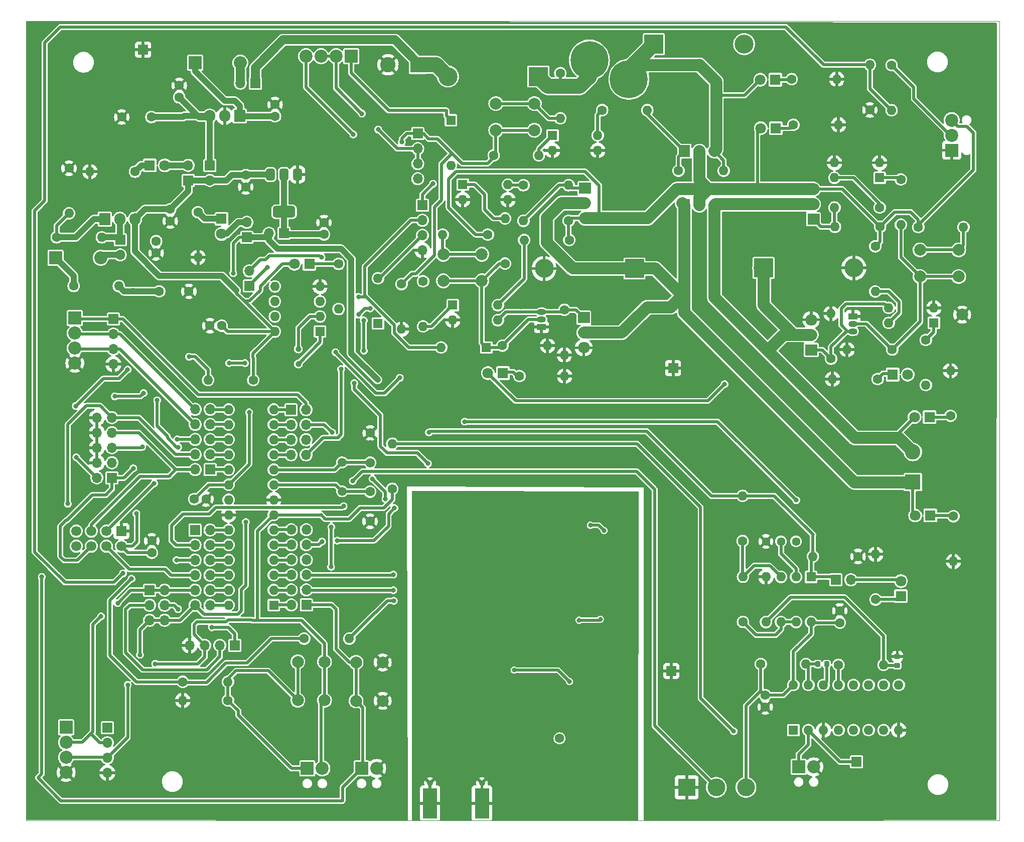
<source format=gbr>
%TF.GenerationSoftware,KiCad,Pcbnew,8.0.1*%
%TF.CreationDate,2024-05-13T23:23:47+02:00*%
%TF.ProjectId,Tracker,54726163-6b65-4722-9e6b-696361645f70,rev?*%
%TF.SameCoordinates,PX2857260PY98c9c50*%
%TF.FileFunction,Copper,L1,Top*%
%TF.FilePolarity,Positive*%
%FSLAX46Y46*%
G04 Gerber Fmt 4.6, Leading zero omitted, Abs format (unit mm)*
G04 Created by KiCad (PCBNEW 8.0.1) date 2024-05-13 23:23:47*
%MOMM*%
%LPD*%
G01*
G04 APERTURE LIST*
G04 Aperture macros list*
%AMRoundRect*
0 Rectangle with rounded corners*
0 $1 Rounding radius*
0 $2 $3 $4 $5 $6 $7 $8 $9 X,Y pos of 4 corners*
0 Add a 4 corners polygon primitive as box body*
4,1,4,$2,$3,$4,$5,$6,$7,$8,$9,$2,$3,0*
0 Add four circle primitives for the rounded corners*
1,1,$1+$1,$2,$3*
1,1,$1+$1,$4,$5*
1,1,$1+$1,$6,$7*
1,1,$1+$1,$8,$9*
0 Add four rect primitives between the rounded corners*
20,1,$1+$1,$2,$3,$4,$5,0*
20,1,$1+$1,$4,$5,$6,$7,0*
20,1,$1+$1,$6,$7,$8,$9,0*
20,1,$1+$1,$8,$9,$2,$3,0*%
G04 Aperture macros list end*
%TA.AperFunction,ComponentPad*%
%ADD10R,1.600000X1.600000*%
%TD*%
%TA.AperFunction,ComponentPad*%
%ADD11O,1.600000X1.600000*%
%TD*%
%TA.AperFunction,SMDPad,CuDef*%
%ADD12RoundRect,0.225000X-0.225000X-0.250000X0.225000X-0.250000X0.225000X0.250000X-0.225000X0.250000X0*%
%TD*%
%TA.AperFunction,ComponentPad*%
%ADD13R,1.700000X1.700000*%
%TD*%
%TA.AperFunction,ComponentPad*%
%ADD14O,1.700000X1.700000*%
%TD*%
%TA.AperFunction,ComponentPad*%
%ADD15R,1.800000X1.800000*%
%TD*%
%TA.AperFunction,ComponentPad*%
%ADD16C,1.800000*%
%TD*%
%TA.AperFunction,ComponentPad*%
%ADD17C,1.600000*%
%TD*%
%TA.AperFunction,ComponentPad*%
%ADD18R,2.000000X1.905000*%
%TD*%
%TA.AperFunction,ComponentPad*%
%ADD19O,2.000000X1.905000*%
%TD*%
%TA.AperFunction,ComponentPad*%
%ADD20R,3.200000X3.200000*%
%TD*%
%TA.AperFunction,ComponentPad*%
%ADD21O,3.200000X3.200000*%
%TD*%
%TA.AperFunction,ComponentPad*%
%ADD22R,2.200000X2.200000*%
%TD*%
%TA.AperFunction,ComponentPad*%
%ADD23O,2.200000X2.200000*%
%TD*%
%TA.AperFunction,ComponentPad*%
%ADD24R,3.000000X3.000000*%
%TD*%
%TA.AperFunction,ComponentPad*%
%ADD25C,3.000000*%
%TD*%
%TA.AperFunction,ComponentPad*%
%ADD26C,2.200000*%
%TD*%
%TA.AperFunction,ComponentPad*%
%ADD27R,1.905000X2.000000*%
%TD*%
%TA.AperFunction,ComponentPad*%
%ADD28O,1.905000X2.000000*%
%TD*%
%TA.AperFunction,ComponentPad*%
%ADD29C,1.000000*%
%TD*%
%TA.AperFunction,ComponentPad*%
%ADD30C,6.400000*%
%TD*%
%TA.AperFunction,ComponentPad*%
%ADD31C,2.000000*%
%TD*%
%TA.AperFunction,ComponentPad*%
%ADD32C,1.440000*%
%TD*%
%TA.AperFunction,ComponentPad*%
%ADD33R,1.500000X1.050000*%
%TD*%
%TA.AperFunction,ComponentPad*%
%ADD34O,1.500000X1.050000*%
%TD*%
%TA.AperFunction,ComponentPad*%
%ADD35R,2.600000X2.600000*%
%TD*%
%TA.AperFunction,ComponentPad*%
%ADD36C,2.600000*%
%TD*%
%TA.AperFunction,SMDPad,CuDef*%
%ADD37RoundRect,0.225000X0.250000X-0.225000X0.250000X0.225000X-0.250000X0.225000X-0.250000X-0.225000X0*%
%TD*%
%TA.AperFunction,SMDPad,CuDef*%
%ADD38RoundRect,0.375000X-0.375000X0.625000X-0.375000X-0.625000X0.375000X-0.625000X0.375000X0.625000X0*%
%TD*%
%TA.AperFunction,SMDPad,CuDef*%
%ADD39RoundRect,0.500000X-1.400000X0.500000X-1.400000X-0.500000X1.400000X-0.500000X1.400000X0.500000X0*%
%TD*%
%TA.AperFunction,ComponentPad*%
%ADD40C,1.500000*%
%TD*%
%TA.AperFunction,ComponentPad*%
%ADD41C,1.700000*%
%TD*%
%TA.AperFunction,SMDPad,CuDef*%
%ADD42R,2.420000X5.080000*%
%TD*%
%TA.AperFunction,SMDPad,CuDef*%
%ADD43R,0.460000X0.950000*%
%TD*%
%TA.AperFunction,ComponentPad*%
%ADD44C,0.970000*%
%TD*%
%TA.AperFunction,ViaPad*%
%ADD45C,0.800000*%
%TD*%
%TA.AperFunction,Conductor*%
%ADD46C,0.500000*%
%TD*%
%TA.AperFunction,Conductor*%
%ADD47C,1.000000*%
%TD*%
%TA.AperFunction,Conductor*%
%ADD48C,2.500000*%
%TD*%
%TA.AperFunction,Conductor*%
%ADD49C,1.500000*%
%TD*%
%TA.AperFunction,Conductor*%
%ADD50C,2.000000*%
%TD*%
%TA.AperFunction,Profile*%
%ADD51C,0.100000*%
%TD*%
G04 APERTURE END LIST*
D10*
%TO.P,U3,1*%
%TO.N,Net-(R11-Pad1)*%
X144115000Y108525000D03*
D11*
%TO.P,U3,2*%
%TO.N,GND*%
X144115000Y111065000D03*
%TO.P,U3,3*%
X136495000Y111065000D03*
%TO.P,U3,4*%
%TO.N,Net-(R10-Pad1)*%
X136495000Y108525000D03*
%TD*%
D12*
%TO.P,C3,1*%
%TO.N,Net-(U40A-RCext)*%
X133640000Y26430000D03*
%TO.P,C3,2*%
%TO.N,Net-(U40A-Cext)*%
X135190000Y26430000D03*
%TD*%
D13*
%TO.P,JP5,1,A*%
%TO.N,+3.3V*%
X37330000Y98455000D03*
D14*
%TO.P,JP5,2,B*%
%TO.N,Net-(D16-A)*%
X37330000Y100995000D03*
%TD*%
D15*
%TO.P,D12,1,K*%
%TO.N,Net-(D12-K)*%
X47890000Y94010000D03*
D16*
%TO.P,D12,2,A*%
%TO.N,+5V*%
X45350000Y94010000D03*
%TD*%
D13*
%TO.P,J20,1,Pin_1*%
%TO.N,/MCU/PC0-A0*%
X28580000Y49060000D03*
D14*
%TO.P,J20,2,Pin_2*%
%TO.N,Net-(J20-Pin_2)*%
X31120000Y49060000D03*
%TO.P,J20,3,Pin_3*%
%TO.N,/MCU/PC1-A1*%
X28580000Y46520000D03*
%TO.P,J20,4,Pin_4*%
%TO.N,Net-(J20-Pin_4)*%
X31120000Y46520000D03*
%TO.P,J20,5,Pin_5*%
%TO.N,/V_{A_{2}}*%
X28580000Y43980000D03*
%TO.P,J20,6,Pin_6*%
%TO.N,Net-(J20-Pin_6)*%
X31120000Y43980000D03*
%TO.P,J20,7,Pin_7*%
%TO.N,/MCU/PC3-A3*%
X28580000Y41440000D03*
%TO.P,J20,8,Pin_8*%
%TO.N,Net-(J20-Pin_8)*%
X31120000Y41440000D03*
%TO.P,J20,9,Pin_9*%
%TO.N,/Anemometer/SDA*%
X28580000Y38900000D03*
%TO.P,J20,10,Pin_10*%
%TO.N,Net-(J20-Pin_10)*%
X31120000Y38900000D03*
%TO.P,J20,11,Pin_11*%
%TO.N,/Anemometer/SCL*%
X28580000Y36360000D03*
%TO.P,J20,12,Pin_12*%
%TO.N,Net-(J20-Pin_12)*%
X31120000Y36360000D03*
%TD*%
D17*
%TO.P,C10,1*%
%TO.N,Net-(JP2-A)*%
X21230000Y118790000D03*
%TO.P,C10,2*%
%TO.N,GND*%
X16230000Y118790000D03*
%TD*%
D18*
%TO.P,Q2,1,G*%
%TO.N,Net-(Q2-G)*%
X94370000Y106775000D03*
D19*
%TO.P,Q2,2,D*%
%TO.N,Net-(D4-K)*%
X94370000Y104235000D03*
%TO.P,Q2,3,S*%
%TO.N,+VCC_Motor*%
X94370000Y101695000D03*
%TD*%
D13*
%TO.P,JP3,1,A*%
%TO.N,+5V*%
X27440000Y108075000D03*
D14*
%TO.P,JP3,2,B*%
%TO.N,Net-(D15-A)*%
X27440000Y110615000D03*
%TD*%
D17*
%TO.P,R20,1*%
%TO.N,Net-(D6-K)*%
X83332000Y75046000D03*
D11*
%TO.P,R20,2*%
%TO.N,GND*%
X90952000Y75046000D03*
%TD*%
D20*
%TO.P,D5,1,K*%
%TO.N,Net-(D5-K)*%
X124543000Y93299000D03*
D21*
%TO.P,D5,2,A*%
%TO.N,GND*%
X139783000Y93299000D03*
%TD*%
D13*
%TO.P,J11,1,Pin_1*%
%TO.N,Net-(J11-Pin_1)*%
X31140000Y59260000D03*
D14*
%TO.P,J11,2,Pin_2*%
%TO.N,/MCU/CLK*%
X28600000Y59260000D03*
%TO.P,J11,3,Pin_3*%
%TO.N,Net-(J11-Pin_3)*%
X31140000Y61800000D03*
%TO.P,J11,4,Pin_4*%
%TO.N,/MCU/MISO*%
X28600000Y61800000D03*
%TO.P,J11,5,Pin_5*%
%TO.N,Net-(J11-Pin_5)*%
X31140000Y64340000D03*
%TO.P,J11,6,Pin_6*%
%TO.N,/MCU/MOSI*%
X28600000Y64340000D03*
%TO.P,J11,7,Pin_7*%
%TO.N,Net-(J11-Pin_7)*%
X31140000Y66880000D03*
%TO.P,J11,8,Pin_8*%
%TO.N,/MCU/PB2-D10~*%
X28600000Y66880000D03*
%TO.P,J11,9,Pin_9*%
%TO.N,Net-(J11-Pin_9)*%
X31140000Y69420000D03*
%TO.P,J11,10,Pin_10*%
%TO.N,/MCU/PB1-D9~*%
X28600000Y69420000D03*
%TD*%
D17*
%TO.P,R2,1*%
%TO.N,Net-(D1-K)*%
X129277000Y125184000D03*
D11*
%TO.P,R2,2*%
%TO.N,GND*%
X136897000Y125184000D03*
%TD*%
D17*
%TO.P,R48,1*%
%TO.N,GND*%
X7320000Y110140000D03*
D11*
%TO.P,R48,2*%
%TO.N,Net-(U13-ADJ)*%
X7320000Y102520000D03*
%TD*%
D22*
%TO.P,D17,1,K*%
%TO.N,Net-(D17-K)*%
X5040000Y95020000D03*
D23*
%TO.P,D17,2,A*%
%TO.N,Net-(D17-A)*%
X12660000Y95020000D03*
%TD*%
D10*
%TO.P,U2,1*%
%TO.N,Net-(R8-Pad2)*%
X73770000Y107375000D03*
D11*
%TO.P,U2,2*%
%TO.N,GND*%
X73770000Y104835000D03*
%TO.P,U2,3*%
X81390000Y104835000D03*
%TO.P,U2,4*%
%TO.N,Net-(R9-Pad1)*%
X81390000Y107375000D03*
%TD*%
D13*
%TO.P,J14,1,Pin_1*%
%TO.N,/OLED/A*%
X35310000Y29570000D03*
D14*
%TO.P,J14,2,Pin_2*%
%TO.N,/OLED/B*%
X32770000Y29570000D03*
%TO.P,J14,3,Pin_3*%
%TO.N,+5V*%
X30230000Y29570000D03*
%TO.P,J14,4,Pin_4*%
%TO.N,GND*%
X27690000Y29570000D03*
%TD*%
D17*
%TO.P,R50,1*%
%TO.N,Net-(U41B--)*%
X121060000Y33550000D03*
D11*
%TO.P,R50,2*%
%TO.N,Net-(U41A-+)*%
X121060000Y41170000D03*
%TD*%
D13*
%TO.P,J17,1,Pin_1*%
%TO.N,GND*%
X109260000Y76410000D03*
%TD*%
D24*
%TO.P,RV1,1,1*%
%TO.N,GND*%
X111560000Y5610000D03*
D25*
%TO.P,RV1,2,2*%
%TO.N,/MCU/PC1-A1*%
X116560000Y5610000D03*
%TO.P,RV1,3,3*%
%TO.N,+5V*%
X121560000Y5610000D03*
%TD*%
D17*
%TO.P,R4,1*%
%TO.N,Net-(J23-Pin_1)*%
X78990000Y112320000D03*
D11*
%TO.P,R4,2*%
%TO.N,Net-(R4-Pad2)*%
X86610000Y112320000D03*
%TD*%
D15*
%TO.P,D1,1,K*%
%TO.N,Net-(D1-K)*%
X126512000Y125084000D03*
D16*
%TO.P,D1,2,A*%
%TO.N,Net-(D1-A)*%
X123972000Y125084000D03*
%TD*%
D10*
%TO.P,U1,1*%
%TO.N,Net-(R4-Pad2)*%
X88920000Y115686000D03*
D11*
%TO.P,U1,2*%
%TO.N,GND*%
X88920000Y113146000D03*
%TO.P,U1,3*%
X96540000Y113146000D03*
%TO.P,U1,4*%
%TO.N,Net-(R5-Pad1)*%
X96540000Y115686000D03*
%TD*%
D13*
%TO.P,JP4,1,A*%
%TO.N,Net-(JP4-A)*%
X43617500Y99150000D03*
D14*
%TO.P,JP4,2,B*%
%TO.N,+3.3V*%
X41077500Y99150000D03*
%TD*%
D17*
%TO.P,R41,1*%
%TO.N,Net-(U13-ADJ)*%
X5240000Y98470000D03*
D11*
%TO.P,R41,2*%
%TO.N,/Power_Supply/Vcapa*%
X12860000Y98470000D03*
%TD*%
D17*
%TO.P,C15,1*%
%TO.N,+VCap*%
X22550000Y89350000D03*
%TO.P,C15,2*%
%TO.N,GND*%
X27550000Y89350000D03*
%TD*%
%TO.P,R25,1*%
%TO.N,Net-(D14-K)*%
X90235000Y126185000D03*
D11*
%TO.P,R25,2*%
%TO.N,Net-(SW3A-B)*%
X90235000Y118565000D03*
%TD*%
D20*
%TO.P,D14,1,K*%
%TO.N,Net-(D14-K)*%
X86520000Y125625000D03*
D21*
%TO.P,D14,2,A*%
%TO.N,+24V*%
X71280000Y125625000D03*
%TD*%
D13*
%TO.P,JP7,1,A*%
%TO.N,Net-(JP7-A)*%
X37740000Y90270000D03*
D14*
%TO.P,JP7,2,B*%
%TO.N,Net-(JP7-B)*%
X37740000Y92810000D03*
%TD*%
D17*
%TO.P,C1,1*%
%TO.N,GND*%
X30450000Y54285000D03*
%TO.P,C1,2*%
%TO.N,+5V*%
X28450000Y54285000D03*
%TD*%
%TO.P,R52,1*%
%TO.N,GND*%
X140470000Y44590000D03*
D11*
%TO.P,R52,2*%
%TO.N,/MCU/PD2-D2-(INT0)*%
X132850000Y44590000D03*
%TD*%
D22*
%TO.P,J6,1,Pin_1*%
%TO.N,Net-(J13-Pin_1)*%
X130460000Y9060000D03*
D26*
%TO.P,J6,2,Pin_2*%
%TO.N,GND*%
X133000000Y9060000D03*
%TD*%
D13*
%TO.P,J24,1,Pin_1*%
%TO.N,+5V*%
X13790000Y15680000D03*
D14*
%TO.P,J24,2,Pin_2*%
%TO.N,/Anemometer/SDA*%
X13790000Y13140000D03*
%TO.P,J24,3,Pin_3*%
%TO.N,/Anemometer/SCL*%
X13790000Y10600000D03*
%TO.P,J24,4,Pin_4*%
%TO.N,GND*%
X13790000Y8060000D03*
%TD*%
D13*
%TO.P,JP1,1,A*%
%TO.N,+24V*%
X38795000Y124490000D03*
D14*
%TO.P,JP1,2,B*%
%TO.N,Net-(D24-A)*%
X36255000Y124490000D03*
%TD*%
D13*
%TO.P,JP2,1,A*%
%TO.N,Net-(JP2-A)*%
X31100000Y110620000D03*
D14*
%TO.P,JP2,2,B*%
%TO.N,+5V*%
X31100000Y108080000D03*
%TD*%
D20*
%TO.P,D20,1,K*%
%TO.N,Net-(D1-A)*%
X106020000Y131090000D03*
D21*
%TO.P,D20,2,A*%
%TO.N,+VCC_Motor*%
X121260000Y131090000D03*
%TD*%
D17*
%TO.P,R12,1*%
%TO.N,+VCC_Motor*%
X91745000Y98025000D03*
D11*
%TO.P,R12,2*%
%TO.N,Net-(R12-Pad2)*%
X84125000Y98025000D03*
%TD*%
D17*
%TO.P,C7,1*%
%TO.N,GND*%
X58150000Y65430000D03*
%TO.P,C7,2*%
%TO.N,/Crystal/XTAl_2*%
X58150000Y60430000D03*
%TD*%
D27*
%TO.P,Q1,1,G*%
%TO.N,Net-(Q1-G)*%
X111165000Y113025000D03*
D28*
%TO.P,Q1,2,D*%
%TO.N,+VCC_Motor*%
X113705000Y113025000D03*
%TO.P,Q1,3,S*%
%TO.N,Net-(D1-A)*%
X116245000Y113025000D03*
%TD*%
D15*
%TO.P,D2,1,K*%
%TO.N,Net-(D2-K)*%
X126595000Y116900000D03*
D16*
%TO.P,D2,2,A*%
%TO.N,+VCC_Motor*%
X124055000Y116900000D03*
%TD*%
D15*
%TO.P,D6,1,K*%
%TO.N,Net-(D6-K)*%
X80538000Y75554000D03*
D16*
%TO.P,D6,2,A*%
%TO.N,/Motors/IN_B*%
X77998000Y75554000D03*
%TD*%
D17*
%TO.P,R32,1*%
%TO.N,/V_{A_{2}}*%
X47010000Y30720000D03*
D11*
%TO.P,R32,2*%
%TO.N,/TIMEPULSE*%
X54630000Y30720000D03*
%TD*%
D17*
%TO.P,R6,1*%
%TO.N,+VCC_Motor*%
X91630000Y101250000D03*
D11*
%TO.P,R6,2*%
%TO.N,Net-(Q2-G)*%
X84010000Y101250000D03*
%TD*%
D10*
%TO.P,U40,1,A*%
%TO.N,unconnected-(U40A-A-Pad1)*%
X129560000Y15270000D03*
D11*
%TO.P,U40,2,B*%
%TO.N,Net-(J13-Pin_1)*%
X132100000Y15270000D03*
%TO.P,U40,3,Clr*%
%TO.N,GND*%
X134640000Y15270000D03*
%TO.P,U40,4,~{Q}*%
%TO.N,unconnected-(U40A-~{Q}-Pad4)*%
X137180000Y15270000D03*
%TO.P,U40,5,Q*%
%TO.N,unconnected-(U40B-Q-Pad5)*%
X139720000Y15270000D03*
%TO.P,U40,6,Cext*%
%TO.N,unconnected-(U40B-Cext-Pad6)*%
X142260000Y15270000D03*
%TO.P,U40,7,RCext*%
%TO.N,unconnected-(U40B-RCext-Pad7)*%
X144800000Y15270000D03*
%TO.P,U40,8,GND*%
%TO.N,GND*%
X147340000Y15270000D03*
%TO.P,U40,9,A*%
%TO.N,unconnected-(U40B-A-Pad9)*%
X147340000Y22890000D03*
%TO.P,U40,10,B*%
%TO.N,unconnected-(U40B-B-Pad10)*%
X144800000Y22890000D03*
%TO.P,U40,11,Clr*%
%TO.N,unconnected-(U40B-Clr-Pad11)*%
X142260000Y22890000D03*
%TO.P,U40,12,~{Q}*%
%TO.N,unconnected-(U40B-~{Q}-Pad12)*%
X139720000Y22890000D03*
%TO.P,U40,13,Q*%
%TO.N,Net-(U40A-Q)*%
X137180000Y22890000D03*
%TO.P,U40,14,Cext*%
%TO.N,Net-(U40A-Cext)*%
X134640000Y22890000D03*
%TO.P,U40,15,RCext*%
%TO.N,Net-(U40A-RCext)*%
X132100000Y22890000D03*
%TO.P,U40,16,VCC*%
%TO.N,+5V*%
X129560000Y22890000D03*
%TD*%
D10*
%TO.P,U4,1*%
%TO.N,Net-(R14-Pad2)*%
X72070000Y87025000D03*
D11*
%TO.P,U4,2*%
%TO.N,GND*%
X72070000Y84485000D03*
%TO.P,U4,3*%
%TO.N,Net-(Q4-G)*%
X79690000Y84485000D03*
%TO.P,U4,4*%
%TO.N,Net-(R12-Pad2)*%
X79690000Y87025000D03*
%TD*%
D27*
%TO.P,U13,1,ADJ*%
%TO.N,Net-(U13-ADJ)*%
X13360000Y101540000D03*
D28*
%TO.P,U13,2,VO*%
%TO.N,/Power_Supply/Vcapa*%
X15900000Y101540000D03*
%TO.P,U13,3,VI*%
%TO.N,+5V*%
X18440000Y101540000D03*
%TD*%
D17*
%TO.P,R16,1*%
%TO.N,Net-(Q4-G)*%
X90920000Y86235000D03*
D11*
%TO.P,R16,2*%
%TO.N,GND*%
X90920000Y78615000D03*
%TD*%
D10*
%TO.P,D10,1,K*%
%TO.N,/Motors/IN_A*%
X77744000Y79872000D03*
D11*
%TO.P,D10,2,A*%
%TO.N,/MCU/PD5-D5~*%
X70124000Y79872000D03*
%TD*%
D13*
%TO.P,J12,1,Pin_1*%
%TO.N,/RST*%
X47370000Y36400000D03*
D14*
%TO.P,J12,2,Pin_2*%
%TO.N,Net-(J12-Pin_2)*%
X44830000Y36400000D03*
%TO.P,J12,3,Pin_3*%
%TO.N,/GNSS/RX*%
X47370000Y38940000D03*
%TO.P,J12,4,Pin_4*%
%TO.N,Net-(J12-Pin_4)*%
X44830000Y38940000D03*
%TO.P,J12,5,Pin_5*%
%TO.N,/GNSS/TX*%
X47370000Y41480000D03*
%TO.P,J12,6,Pin_6*%
%TO.N,Net-(J12-Pin_6)*%
X44830000Y41480000D03*
%TO.P,J12,7,Pin_7*%
%TO.N,/MCU/PD2-D2-(INT0)*%
X47370000Y44020000D03*
%TO.P,J12,8,Pin_8*%
%TO.N,Net-(J12-Pin_8)*%
X44830000Y44020000D03*
%TO.P,J12,9,Pin_9*%
%TO.N,/MCU/PD3-D3-(INT1)~*%
X47370000Y46560000D03*
%TO.P,J12,10,Pin_10*%
%TO.N,Net-(J12-Pin_10)*%
X44830000Y46560000D03*
%TO.P,J12,11,Pin_11*%
%TO.N,/MCU/PD4-D4*%
X47370000Y49100000D03*
%TO.P,J12,12,Pin_12*%
%TO.N,Net-(J12-Pin_12)*%
X44830000Y49100000D03*
%TD*%
D22*
%TO.P,J25,1,Pin_1*%
%TO.N,+5V*%
X6820000Y15740000D03*
D26*
%TO.P,J25,2,Pin_2*%
%TO.N,/Anemometer/SDA*%
X6820000Y13200000D03*
%TO.P,J25,3,Pin_3*%
%TO.N,/Anemometer/SCL*%
X6820000Y10660000D03*
%TO.P,J25,4,Pin_4*%
%TO.N,GND*%
X6820000Y8120000D03*
%TD*%
D22*
%TO.P,J4,1,Pin_1*%
%TO.N,/MCU/PB0-D8*%
X8310000Y84830000D03*
D26*
%TO.P,J4,2,Pin_2*%
%TO.N,/MCU/PB1-D9~*%
X8310000Y82290000D03*
%TO.P,J4,3,Pin_3*%
%TO.N,/MCU/PB2-D10~*%
X8310000Y79750000D03*
%TO.P,J4,4,Pin_4*%
%TO.N,GND*%
X8310000Y77210000D03*
%TD*%
D17*
%TO.P,R28,1*%
%TO.N,Net-(D18-K)*%
X143440000Y37330000D03*
D11*
%TO.P,R28,2*%
%TO.N,GND*%
X143440000Y44950000D03*
%TD*%
D29*
%TO.P,Y2,1,1*%
%TO.N,Net-(U14-X2)*%
X46010000Y79630000D03*
%TO.P,Y2,2,2*%
%TO.N,Net-(U14-X1)*%
X46010000Y77090000D03*
%TD*%
D22*
%TO.P,D24,1,K*%
%TO.N,Net-(D24-K)*%
X28600000Y127950000D03*
D23*
%TO.P,D24,2,A*%
%TO.N,Net-(D24-A)*%
X36220000Y127950000D03*
%TD*%
D13*
%TO.P,J18,1,Pin_1*%
%TO.N,GND*%
X108950000Y25270000D03*
%TD*%
%TO.P,JP8,1,A*%
%TO.N,/MCU/PD2-D2-(INT0)*%
X136720000Y40650000D03*
D14*
%TO.P,JP8,2,B*%
%TO.N,Net-(D18-A)*%
X139260000Y40650000D03*
%TD*%
D17*
%TO.P,C19,1*%
%TO.N,+3.3V*%
X21290000Y45230000D03*
%TO.P,C19,2*%
%TO.N,GND*%
X21290000Y47230000D03*
%TD*%
D18*
%TO.P,Q5,1,G*%
%TO.N,Net-(Q5-G)*%
X132568000Y79480000D03*
D19*
%TO.P,Q5,2,D*%
%TO.N,Net-(D5-K)*%
X132568000Y82020000D03*
%TO.P,Q5,3,S*%
%TO.N,GND*%
X132568000Y84560000D03*
%TD*%
D17*
%TO.P,R8,1*%
%TO.N,/Motors/IN_A*%
X80895000Y94040000D03*
D11*
%TO.P,R8,2*%
%TO.N,Net-(R8-Pad2)*%
X80895000Y101660000D03*
%TD*%
D30*
%TO.P,H10,1,1*%
%TO.N,Net-(D1-A)*%
X101800000Y125170000D03*
%TD*%
D17*
%TO.P,R9,1*%
%TO.N,Net-(R9-Pad1)*%
X84010000Y107275000D03*
D11*
%TO.P,R9,2*%
%TO.N,Net-(Q2-G)*%
X91630000Y107275000D03*
%TD*%
D17*
%TO.P,R24,1*%
%TO.N,+VCC_Motor*%
X150642000Y100192000D03*
D11*
%TO.P,R24,2*%
%TO.N,Net-(SW2A-B)*%
X158262000Y100192000D03*
%TD*%
D17*
%TO.P,R27,1*%
%TO.N,Net-(D12-K)*%
X52810000Y93990000D03*
D11*
%TO.P,R27,2*%
%TO.N,Net-(JP7-B)*%
X52810000Y86370000D03*
%TD*%
D17*
%TO.P,R3,1*%
%TO.N,Net-(D2-K)*%
X129560000Y117475000D03*
D11*
%TO.P,R3,2*%
%TO.N,GND*%
X137180000Y117475000D03*
%TD*%
D10*
%TO.P,U41,1*%
%TO.N,/MCU/PD2-D2-(INT0)*%
X132550000Y41140000D03*
D11*
%TO.P,U41,2,-*%
%TO.N,Net-(U41A--)*%
X130010000Y41140000D03*
%TO.P,U41,3,+*%
%TO.N,Net-(U41A-+)*%
X127470000Y41140000D03*
%TO.P,U41,4,V-*%
%TO.N,GND*%
X124930000Y41140000D03*
%TO.P,U41,5,+*%
%TO.N,Net-(U41B-+)*%
X124930000Y33520000D03*
%TO.P,U41,6,-*%
%TO.N,Net-(U41B--)*%
X127470000Y33520000D03*
%TO.P,U41,7*%
X130010000Y33520000D03*
%TO.P,U41,8,V+*%
%TO.N,+5V*%
X132550000Y33520000D03*
%TD*%
D13*
%TO.P,J23,1,Pin_1*%
%TO.N,Net-(J23-Pin_1)*%
X66170000Y115980000D03*
D14*
%TO.P,J23,2,Pin_2*%
%TO.N,Net-(J23-Pin_2)*%
X66170000Y113440000D03*
%TO.P,J23,3,Pin_3*%
X66170000Y110900000D03*
%TO.P,J23,4,Pin_4*%
%TO.N,/Motors/ENABLE*%
X66170000Y108360000D03*
%TD*%
D17*
%TO.P,C13,1*%
%TO.N,Net-(JP4-A)*%
X50357500Y98960000D03*
%TO.P,C13,2*%
%TO.N,GND*%
X50357500Y100960000D03*
%TD*%
%TO.P,R18,1*%
%TO.N,/Motors/IN_A*%
X80460000Y80200000D03*
D11*
%TO.P,R18,2*%
%TO.N,GND*%
X88080000Y80200000D03*
%TD*%
D17*
%TO.P,R105,1*%
%TO.N,Net-(J23-Pin_1)*%
X63440000Y90586000D03*
D11*
%TO.P,R105,2*%
%TO.N,GND*%
X63440000Y82966000D03*
%TD*%
D17*
%TO.P,C9,1*%
%TO.N,Net-(JP2-A)*%
X25920000Y122110000D03*
%TO.P,C9,2*%
%TO.N,GND*%
X25920000Y124110000D03*
%TD*%
%TO.P,R301,1*%
%TO.N,Net-(J9-Pin_2)*%
X146130000Y127550000D03*
D11*
%TO.P,R301,2*%
%TO.N,/MCU/PC0-A0*%
X146130000Y119930000D03*
%TD*%
D31*
%TO.P,SW5,1,A*%
%TO.N,+5V*%
X50430000Y26810000D03*
X50430000Y20310000D03*
%TO.P,SW5,2,B*%
%TO.N,/UserActions/Button*%
X45930000Y26810000D03*
X45930000Y20310000D03*
%TD*%
D17*
%TO.P,R40,1*%
%TO.N,Net-(D15-K)*%
X18460000Y109570000D03*
D11*
%TO.P,R40,2*%
%TO.N,GND*%
X10840000Y109570000D03*
%TD*%
D15*
%TO.P,D15,1,K*%
%TO.N,Net-(D15-K)*%
X20945000Y110630000D03*
D16*
%TO.P,D15,2,A*%
%TO.N,Net-(D15-A)*%
X23485000Y110630000D03*
%TD*%
D17*
%TO.P,R19,1*%
%TO.N,/Motors/IN_B*%
X146245000Y79525000D03*
D11*
%TO.P,R19,2*%
%TO.N,GND*%
X138625000Y79525000D03*
%TD*%
D17*
%TO.P,R31,1*%
%TO.N,/V_{A_{2}}*%
X26520000Y23420000D03*
D11*
%TO.P,R31,2*%
%TO.N,/UserActions/Button*%
X34140000Y23420000D03*
%TD*%
D22*
%TO.P,J8,1,Pin_1*%
%TO.N,/UserActions/Button*%
X47530000Y8800000D03*
D26*
%TO.P,J8,2,Pin_2*%
%TO.N,+5V*%
X50070000Y8800000D03*
%TD*%
D32*
%TO.P,RV2,1,1*%
%TO.N,+5V*%
X130010000Y47130000D03*
%TO.P,RV2,2,2*%
%TO.N,Net-(U41A--)*%
X127470000Y47130000D03*
%TO.P,RV2,3,3*%
%TO.N,GND*%
X124930000Y47130000D03*
%TD*%
D17*
%TO.P,R201,1*%
%TO.N,Net-(U40A-Q)*%
X137160000Y26290000D03*
D11*
%TO.P,R201,2*%
%TO.N,Net-(U41B-+)*%
X144780000Y26290000D03*
%TD*%
D13*
%TO.P,JP6,1,A*%
%TO.N,/Power_Supply/Vcapa*%
X15960000Y98045000D03*
D14*
%TO.P,JP6,2,B*%
%TO.N,Net-(D17-A)*%
X15960000Y95505000D03*
%TD*%
D33*
%TO.P,Q6,1,S*%
%TO.N,GND*%
X87055000Y83305000D03*
D34*
%TO.P,Q6,2,G*%
%TO.N,/Motors/IN_A*%
X87055000Y84575000D03*
%TO.P,Q6,3,D*%
%TO.N,Net-(Q4-G)*%
X87055000Y85845000D03*
%TD*%
D15*
%TO.P,D8,1,K*%
%TO.N,Net-(D8-K)*%
X152655000Y51510000D03*
D16*
%TO.P,D8,2,A*%
%TO.N,Net-(D4-K)*%
X150115000Y51510000D03*
%TD*%
D17*
%TO.P,R10,1*%
%TO.N,Net-(R10-Pad1)*%
X144130000Y103500000D03*
D11*
%TO.P,R10,2*%
%TO.N,Net-(Q3-G)*%
X136510000Y103500000D03*
%TD*%
D17*
%TO.P,R30,1*%
%TO.N,/UserActions/Button*%
X34140000Y20290000D03*
D11*
%TO.P,R30,2*%
%TO.N,GND*%
X26520000Y20290000D03*
%TD*%
D17*
%TO.P,R26,1*%
%TO.N,+VCC_Motor*%
X77998000Y98922000D03*
D11*
%TO.P,R26,2*%
%TO.N,Net-(SW1A-B)*%
X70378000Y98922000D03*
%TD*%
D17*
%TO.P,R5,1*%
%TO.N,Net-(R5-Pad1)*%
X97290000Y119940000D03*
D11*
%TO.P,R5,2*%
%TO.N,Net-(Q1-G)*%
X104910000Y119940000D03*
%TD*%
D17*
%TO.P,C12,1*%
%TO.N,+5V*%
X37147500Y108990000D03*
%TO.P,C12,2*%
%TO.N,GND*%
X37147500Y106990000D03*
%TD*%
D31*
%TO.P,H8,1,1*%
%TO.N,GND*%
X158050000Y85420000D03*
%TD*%
D27*
%TO.P,U11,1,IN*%
%TO.N,Net-(D24-K)*%
X36120000Y118960000D03*
D28*
%TO.P,U11,2,GND*%
%TO.N,GND*%
X33580000Y118960000D03*
%TO.P,U11,3,OUT*%
%TO.N,Net-(JP2-A)*%
X31040000Y118960000D03*
%TD*%
D17*
%TO.P,R17,1*%
%TO.N,Net-(Q5-G)*%
X135910000Y77990000D03*
D11*
%TO.P,R17,2*%
%TO.N,GND*%
X135910000Y85610000D03*
%TD*%
D17*
%TO.P,C11,1*%
%TO.N,+5V*%
X24400000Y103220000D03*
%TO.P,C11,2*%
%TO.N,GND*%
X24400000Y101220000D03*
%TD*%
D15*
%TO.P,D9,1,K*%
%TO.N,Net-(D9-K)*%
X152550000Y68130000D03*
D16*
%TO.P,D9,2,A*%
%TO.N,Net-(D5-K)*%
X150010000Y68130000D03*
%TD*%
D17*
%TO.P,R23,1*%
%TO.N,Net-(D9-K)*%
X156080000Y68340000D03*
D11*
%TO.P,R23,2*%
%TO.N,GND*%
X156080000Y75960000D03*
%TD*%
D35*
%TO.P,J3,1,Pin_1*%
%TO.N,Net-(D4-K)*%
X149720000Y57160000D03*
D36*
%TO.P,J3,2,Pin_2*%
%TO.N,Net-(D5-K)*%
X149720000Y62240000D03*
%TD*%
D15*
%TO.P,D7,1,K*%
%TO.N,Net-(D7-K)*%
X146314000Y75300000D03*
D16*
%TO.P,D7,2,A*%
%TO.N,/Motors/IN_A*%
X148854000Y75300000D03*
%TD*%
D31*
%TO.P,SW2,1,A*%
%TO.N,/Motors/IN_B*%
X157448000Y91846000D03*
X150948000Y91846000D03*
%TO.P,SW2,2,B*%
%TO.N,Net-(SW2A-B)*%
X157448000Y96346000D03*
X150948000Y96346000D03*
%TD*%
D15*
%TO.P,D18,1,K*%
%TO.N,Net-(D18-K)*%
X147710000Y37900000D03*
D16*
%TO.P,D18,2,A*%
%TO.N,Net-(D18-A)*%
X147710000Y40440000D03*
%TD*%
D22*
%TO.P,J5,1,Pin_1*%
%TO.N,/RST*%
X56700000Y8800000D03*
D26*
%TO.P,J5,2,Pin_2*%
%TO.N,GND*%
X59240000Y8800000D03*
%TD*%
D27*
%TO.P,D3,1,A*%
%TO.N,Net-(D4-K)*%
X111165000Y103900000D03*
D28*
%TO.P,D3,2,K*%
%TO.N,+VCC_Motor*%
X113705000Y103900000D03*
%TO.P,D3,3,A*%
%TO.N,Net-(D5-K)*%
X116245000Y103900000D03*
%TD*%
D17*
%TO.P,C17,1*%
%TO.N,GND*%
X31090000Y83560000D03*
%TO.P,C17,2*%
%TO.N,+5V*%
X33090000Y83560000D03*
%TD*%
D10*
%TO.P,D11,1,K*%
%TO.N,/Motors/IN_B*%
X59456000Y83936000D03*
D11*
%TO.P,D11,2,A*%
%TO.N,/MCU/PD4-D4*%
X59456000Y91556000D03*
%TD*%
D17*
%TO.P,R15,1*%
%TO.N,Net-(R15-Pad1)*%
X151912000Y81142000D03*
D11*
%TO.P,R15,2*%
%TO.N,/Motors/IN_A*%
X151912000Y73522000D03*
%TD*%
D17*
%TO.P,R22,1*%
%TO.N,Net-(D8-K)*%
X156570000Y51380000D03*
D11*
%TO.P,R22,2*%
%TO.N,GND*%
X156570000Y43760000D03*
%TD*%
D31*
%TO.P,SW1,1,A*%
%TO.N,/Motors/IN_A*%
X76982000Y91120000D03*
X70482000Y91120000D03*
%TO.P,SW1,2,B*%
%TO.N,Net-(SW1A-B)*%
X76982000Y95620000D03*
X70482000Y95620000D03*
%TD*%
D10*
%TO.P,D13,1,K*%
%TO.N,/Motors/ENABLE*%
X71770000Y118240000D03*
D11*
%TO.P,D13,2,A*%
%TO.N,/MCU/PD3-D3-(INT1)~*%
X71770000Y110620000D03*
%TD*%
D10*
%TO.P,U9,1,~{RESET}/PC6*%
%TO.N,Net-(J12-Pin_2)*%
X41870000Y36380000D03*
D11*
%TO.P,U9,2,PD0*%
%TO.N,Net-(J12-Pin_4)*%
X41870000Y38920000D03*
%TO.P,U9,3,PD1*%
%TO.N,Net-(J12-Pin_6)*%
X41870000Y41460000D03*
%TO.P,U9,4,PD2*%
%TO.N,Net-(J12-Pin_8)*%
X41870000Y44000000D03*
%TO.P,U9,5,PD3*%
%TO.N,Net-(J12-Pin_10)*%
X41870000Y46540000D03*
%TO.P,U9,6,PD4*%
%TO.N,Net-(J12-Pin_12)*%
X41870000Y49080000D03*
%TO.P,U9,7,VCC*%
%TO.N,+5V*%
X41870000Y51620000D03*
%TO.P,U9,8,GND*%
%TO.N,GND*%
X41870000Y54160000D03*
%TO.P,U9,9,XTAL1/PB6*%
%TO.N,/Crystal/XTAl_1*%
X41870000Y56700000D03*
%TO.P,U9,10,XTAL2/PB7*%
%TO.N,/Crystal/XTAl_2*%
X41870000Y59240000D03*
%TO.P,U9,11,PD5*%
%TO.N,Net-(J22-Pin_7)*%
X41870000Y61780000D03*
%TO.P,U9,12,PD6*%
%TO.N,Net-(J22-Pin_5)*%
X41870000Y64320000D03*
%TO.P,U9,13,PD7*%
%TO.N,Net-(J22-Pin_3)*%
X41870000Y66860000D03*
%TO.P,U9,14,PB0*%
%TO.N,/MCU/PB0*%
X41870000Y69400000D03*
%TO.P,U9,15,PB1*%
%TO.N,Net-(J11-Pin_9)*%
X34250000Y69400000D03*
%TO.P,U9,16,PB2*%
%TO.N,Net-(J11-Pin_7)*%
X34250000Y66860000D03*
%TO.P,U9,17,PB3*%
%TO.N,Net-(J11-Pin_5)*%
X34250000Y64320000D03*
%TO.P,U9,18,PB4*%
%TO.N,Net-(J11-Pin_3)*%
X34250000Y61780000D03*
%TO.P,U9,19,PB5*%
%TO.N,Net-(J11-Pin_1)*%
X34250000Y59240000D03*
%TO.P,U9,20,AVCC*%
%TO.N,+5V*%
X34250000Y56700000D03*
%TO.P,U9,21,AREF*%
%TO.N,unconnected-(U9-AREF-Pad21)*%
X34250000Y54160000D03*
%TO.P,U9,22,GND*%
%TO.N,GND*%
X34250000Y51620000D03*
%TO.P,U9,23,PC0*%
%TO.N,Net-(J20-Pin_2)*%
X34250000Y49080000D03*
%TO.P,U9,24,PC1*%
%TO.N,Net-(J20-Pin_4)*%
X34250000Y46540000D03*
%TO.P,U9,25,PC2*%
%TO.N,Net-(J20-Pin_6)*%
X34250000Y44000000D03*
%TO.P,U9,26,PC3*%
%TO.N,Net-(J20-Pin_8)*%
X34250000Y41460000D03*
%TO.P,U9,27,PC4*%
%TO.N,Net-(J20-Pin_10)*%
X34250000Y38920000D03*
%TO.P,U9,28,PC5*%
%TO.N,Net-(J20-Pin_12)*%
X34250000Y36380000D03*
%TD*%
D17*
%TO.P,R51,1*%
%TO.N,Net-(U41A-+)*%
X120990000Y47200000D03*
D11*
%TO.P,R51,2*%
%TO.N,/MCU/PD2-D2-(INT0)*%
X120990000Y54820000D03*
%TD*%
D35*
%TO.P,J1,1,Pin_1*%
%TO.N,+24V*%
X66230000Y127600000D03*
D36*
%TO.P,J1,2,Pin_2*%
%TO.N,GND*%
X61150000Y127600000D03*
%TD*%
D37*
%TO.P,C5,1*%
%TO.N,Net-(U41B-+)*%
X147100000Y26185000D03*
%TO.P,C5,2*%
%TO.N,GND*%
X147100000Y27735000D03*
%TD*%
D13*
%TO.P,J2,1,Pin_1*%
%TO.N,/MCU/PD3-D3-(INT1)~*%
X66960000Y103880000D03*
D14*
%TO.P,J2,2,Pin_2*%
%TO.N,/MCU/PD5-D5~*%
X66960000Y101340000D03*
%TO.P,J2,3,Pin_3*%
%TO.N,/MCU/PD4-D4*%
X66960000Y98800000D03*
%TO.P,J2,4,Pin_4*%
%TO.N,GND*%
X66960000Y96260000D03*
%TD*%
D13*
%TO.P,J10,1,Pin_1*%
%TO.N,/MCU/PB0-D8*%
X14800000Y84670000D03*
D14*
%TO.P,J10,2,Pin_2*%
%TO.N,/MCU/PB1-D9~*%
X14800000Y82130000D03*
%TO.P,J10,3,Pin_3*%
%TO.N,/MCU/PB2-D10~*%
X14800000Y79590000D03*
%TO.P,J10,4,Pin_4*%
%TO.N,GND*%
X14800000Y77050000D03*
%TD*%
D17*
%TO.P,R205,1*%
%TO.N,+5V*%
X124070000Y26440000D03*
D11*
%TO.P,R205,2*%
%TO.N,Net-(U40A-RCext)*%
X131690000Y26440000D03*
%TD*%
D17*
%TO.P,R13,1*%
%TO.N,+VCC_Motor*%
X143385000Y96960000D03*
D11*
%TO.P,R13,2*%
%TO.N,Net-(R13-Pad2)*%
X143385000Y89340000D03*
%TD*%
D22*
%TO.P,J9,1,Pin_1*%
%TO.N,GND*%
X156270000Y113180000D03*
D26*
%TO.P,J9,2,Pin_2*%
%TO.N,Net-(J9-Pin_2)*%
X156270000Y115720000D03*
%TO.P,J9,3,Pin_3*%
%TO.N,+VCC_Motor*%
X156270000Y118260000D03*
%TD*%
D17*
%TO.P,C6,1*%
%TO.N,GND*%
X58130000Y50540000D03*
%TO.P,C6,2*%
%TO.N,/Crystal/XTAl_1*%
X58130000Y55540000D03*
%TD*%
D13*
%TO.P,J15,1,Pin_1*%
%TO.N,/MCU/MOSI*%
X14580000Y57870000D03*
D14*
%TO.P,J15,2,Pin_2*%
%TO.N,+3.3V*%
X12040000Y57870000D03*
%TO.P,J15,3,Pin_3*%
%TO.N,unconnected-(J15-Pin_3-Pad3)*%
X14580000Y60410000D03*
%TO.P,J15,4,Pin_4*%
%TO.N,GND*%
X12040000Y60410000D03*
%TO.P,J15,5,Pin_5*%
%TO.N,/RST*%
X14580000Y62950000D03*
%TO.P,J15,6,Pin_6*%
%TO.N,GND*%
X12040000Y62950000D03*
%TO.P,J15,7,Pin_7*%
%TO.N,/MCU/CLK*%
X14580000Y65490000D03*
%TO.P,J15,8,Pin_8*%
%TO.N,GND*%
X12040000Y65490000D03*
%TO.P,J15,9,Pin_9*%
%TO.N,/MCU/MISO*%
X14580000Y68030000D03*
%TO.P,J15,10,Pin_10*%
%TO.N,GND*%
X12040000Y68030000D03*
%TD*%
D10*
%TO.P,U5,1*%
%TO.N,Net-(R15-Pad1)*%
X153270000Y84025000D03*
D11*
%TO.P,U5,2*%
%TO.N,GND*%
X153270000Y86565000D03*
%TO.P,U5,3*%
%TO.N,Net-(Q5-G)*%
X145650000Y86565000D03*
%TO.P,U5,4*%
%TO.N,Net-(R13-Pad2)*%
X145650000Y84025000D03*
%TD*%
D17*
%TO.P,C14,1*%
%TO.N,/Power_Supply/Vcapa*%
X22020000Y97830000D03*
%TO.P,C14,2*%
%TO.N,GND*%
X22020000Y95830000D03*
%TD*%
D13*
%TO.P,J22,1,Pin_1*%
%TO.N,/MCU/PB0*%
X44790000Y69380000D03*
D14*
%TO.P,J22,2,Pin_2*%
%TO.N,/MCU/PB0-D8*%
X47330000Y69380000D03*
%TO.P,J22,3,Pin_3*%
%TO.N,Net-(J22-Pin_3)*%
X44790000Y66840000D03*
%TO.P,J22,4,Pin_4*%
%TO.N,/MCU/PD7-D7*%
X47330000Y66840000D03*
%TO.P,J22,5,Pin_5*%
%TO.N,Net-(J22-Pin_5)*%
X44790000Y64300000D03*
%TO.P,J22,6,Pin_6*%
%TO.N,/MCU/PD6-D6~*%
X47330000Y64300000D03*
%TO.P,J22,7,Pin_7*%
%TO.N,Net-(J22-Pin_7)*%
X44790000Y61760000D03*
%TO.P,J22,8,Pin_8*%
%TO.N,/MCU/PD5-D5~*%
X47330000Y61760000D03*
%TD*%
D30*
%TO.P,H9,1,1*%
%TO.N,Net-(D14-K)*%
X95140000Y128400000D03*
%TD*%
D17*
%TO.P,R29,1*%
%TO.N,+5V*%
X38410000Y74390000D03*
D11*
%TO.P,R29,2*%
%TO.N,/RST*%
X30790000Y74390000D03*
%TD*%
D17*
%TO.P,R200,1*%
%TO.N,+5V*%
X61870000Y56010000D03*
D11*
%TO.P,R200,2*%
%TO.N,Net-(J13-Pin_1)*%
X61870000Y63630000D03*
%TD*%
D17*
%TO.P,C4,1*%
%TO.N,+5V*%
X137400000Y33420000D03*
%TO.P,C4,2*%
%TO.N,GND*%
X137400000Y35420000D03*
%TD*%
%TO.P,R43,1*%
%TO.N,Net-(D17-K)*%
X8100000Y90260000D03*
D11*
%TO.P,R43,2*%
%TO.N,+VCap*%
X15720000Y90260000D03*
%TD*%
D38*
%TO.P,U12,1,GND*%
%TO.N,GND*%
X45910000Y109070000D03*
%TO.P,U12,2,VO*%
%TO.N,Net-(JP4-A)*%
X43610000Y109070000D03*
D39*
X43610000Y102770000D03*
D38*
%TO.P,U12,3,VI*%
%TO.N,+5V*%
X41310000Y109070000D03*
%TD*%
D13*
%TO.P,J19,1,Pin_1*%
%TO.N,GND*%
X19830000Y130140000D03*
%TD*%
D15*
%TO.P,D16,1,K*%
%TO.N,Net-(D16-K)*%
X33050000Y101590000D03*
D16*
%TO.P,D16,2,A*%
%TO.N,Net-(D16-A)*%
X33050000Y99050000D03*
%TD*%
D13*
%TO.P,J13,1,Pin_1*%
%TO.N,Net-(J13-Pin_1)*%
X140210000Y9940000D03*
%TD*%
D31*
%TO.P,SW3,1,A*%
%TO.N,Net-(J23-Pin_1)*%
X85845000Y116550000D03*
X79345000Y116550000D03*
%TO.P,SW3,2,B*%
%TO.N,Net-(SW3A-B)*%
X85845000Y121050000D03*
X79345000Y121050000D03*
%TD*%
D18*
%TO.P,Q4,1,G*%
%TO.N,Net-(Q4-G)*%
X94186000Y84906000D03*
D19*
%TO.P,Q4,2,D*%
%TO.N,Net-(D4-K)*%
X94186000Y82366000D03*
%TO.P,Q4,3,S*%
%TO.N,GND*%
X94186000Y79826000D03*
%TD*%
D17*
%TO.P,C8,1*%
%TO.N,Net-(D24-K)*%
X42090000Y118900000D03*
%TO.P,C8,2*%
%TO.N,GND*%
X42090000Y120900000D03*
%TD*%
D40*
%TO.P,Y1,1,1*%
%TO.N,/Crystal/XTAl_2*%
X53410000Y60480000D03*
%TO.P,Y1,2,2*%
%TO.N,/Crystal/XTAl_1*%
X53410000Y55600000D03*
%TD*%
D13*
%TO.P,U6,1,GND*%
%TO.N,GND*%
X16180000Y48880000D03*
D41*
%TO.P,U6,2,VCC*%
%TO.N,+3.3V*%
X16180000Y46340000D03*
%TO.P,U6,3,CE*%
%TO.N,/MCU/PD6-D6~*%
X13640000Y48880000D03*
%TO.P,U6,4,~{CSN}*%
%TO.N,/MCU/PC3-A3*%
X13640000Y46340000D03*
%TO.P,U6,5,SCK*%
%TO.N,/MCU/CLK*%
X11100000Y48880000D03*
%TO.P,U6,6,MOSI*%
%TO.N,/MCU/MOSI*%
X11100000Y46340000D03*
%TO.P,U6,7,MISO*%
%TO.N,/MCU/MISO*%
X8560000Y48880000D03*
%TO.P,U6,8,IRQ*%
%TO.N,unconnected-(U6-IRQ-Pad8)*%
X8560000Y46340000D03*
%TD*%
D22*
%TO.P,J7,1,Pin_1*%
%TO.N,/Motors/ENABLE*%
X54940000Y129040000D03*
D26*
%TO.P,J7,2,Pin_2*%
%TO.N,Net-(J23-Pin_2)*%
X52400000Y129040000D03*
%TO.P,J7,3,Pin_3*%
X49860000Y129040000D03*
%TO.P,J7,4,Pin_4*%
%TO.N,Net-(J23-Pin_1)*%
X47320000Y129040000D03*
%TD*%
D33*
%TO.P,Q7,1,S*%
%TO.N,GND*%
X139595000Y85150000D03*
D34*
%TO.P,Q7,2,G*%
%TO.N,/Motors/IN_B*%
X139595000Y83880000D03*
%TO.P,Q7,3,D*%
%TO.N,Net-(Q5-G)*%
X139595000Y82610000D03*
%TD*%
D17*
%TO.P,R300,1*%
%TO.N,GND*%
X142480000Y119980000D03*
D11*
%TO.P,R300,2*%
%TO.N,/MCU/PC0-A0*%
X142480000Y127600000D03*
%TD*%
D17*
%TO.P,R42,1*%
%TO.N,Net-(D16-K)*%
X29090000Y102720000D03*
D11*
%TO.P,R42,2*%
%TO.N,GND*%
X29090000Y95100000D03*
%TD*%
D17*
%TO.P,R1,1*%
%TO.N,Net-(Q1-G)*%
X110185000Y109725000D03*
D11*
%TO.P,R1,2*%
%TO.N,Net-(D1-A)*%
X117805000Y109725000D03*
%TD*%
D17*
%TO.P,R14,1*%
%TO.N,/Motors/IN_B*%
X67076000Y91048000D03*
D11*
%TO.P,R14,2*%
%TO.N,Net-(R14-Pad2)*%
X67076000Y83428000D03*
%TD*%
D10*
%TO.P,U14,1,X1*%
%TO.N,Net-(U14-X1)*%
X49680000Y82570000D03*
D11*
%TO.P,U14,2,X2*%
%TO.N,Net-(U14-X2)*%
X49680000Y85110000D03*
%TO.P,U14,3,VBAT*%
%TO.N,+VCap*%
X49680000Y87650000D03*
%TO.P,U14,4,GND*%
%TO.N,GND*%
X49680000Y90190000D03*
%TO.P,U14,5,SDA*%
%TO.N,/Anemometer/SDA*%
X42060000Y90190000D03*
%TO.P,U14,6,SCL*%
%TO.N,/Anemometer/SCL*%
X42060000Y87650000D03*
%TO.P,U14,7,SQW/OUT*%
%TO.N,Net-(JP7-A)*%
X42060000Y85110000D03*
%TO.P,U14,8,VCC*%
%TO.N,+5V*%
X42060000Y82570000D03*
%TD*%
D20*
%TO.P,D4,1,K*%
%TO.N,Net-(D4-K)*%
X102740000Y93200000D03*
D21*
%TO.P,D4,2,A*%
%TO.N,GND*%
X87500000Y93200000D03*
%TD*%
D17*
%TO.P,R21,1*%
%TO.N,Net-(D7-K)*%
X143784000Y74538000D03*
D11*
%TO.P,R21,2*%
%TO.N,GND*%
X136164000Y74538000D03*
%TD*%
D17*
%TO.P,R11,1*%
%TO.N,Net-(R11-Pad1)*%
X147695000Y108235000D03*
D11*
%TO.P,R11,2*%
%TO.N,/Motors/IN_B*%
X147695000Y100615000D03*
%TD*%
D31*
%TO.P,SW4,1,A*%
%TO.N,GND*%
X60260000Y26710000D03*
X60260000Y20210000D03*
%TO.P,SW4,2,B*%
%TO.N,/RST*%
X55760000Y26710000D03*
X55760000Y20210000D03*
%TD*%
D18*
%TO.P,Q3,1,G*%
%TO.N,Net-(Q3-G)*%
X132965000Y101517000D03*
D19*
%TO.P,Q3,2,D*%
%TO.N,Net-(D5-K)*%
X132965000Y104057000D03*
%TO.P,Q3,3,S*%
%TO.N,+VCC_Motor*%
X132965000Y106597000D03*
%TD*%
D17*
%TO.P,AE1,1,A*%
%TO.N,Net-(AE1-A)*%
X90110000Y13880000D03*
%TD*%
D13*
%TO.P,J16,1,Pin_1*%
%TO.N,/Anemometer/SDA*%
X20930000Y38900000D03*
D14*
%TO.P,J16,2,Pin_2*%
X23470000Y38900000D03*
%TO.P,J16,3,Pin_3*%
%TO.N,/OLED/B*%
X20930000Y36360000D03*
%TO.P,J16,4,Pin_4*%
%TO.N,/OLED/A*%
X23470000Y36360000D03*
%TO.P,J16,5,Pin_5*%
%TO.N,/Anemometer/SCL*%
X20930000Y33820000D03*
%TO.P,J16,6,Pin_6*%
X23470000Y33820000D03*
%TD*%
D17*
%TO.P,R7,1*%
%TO.N,+VCC_Motor*%
X144195000Y100250000D03*
D11*
%TO.P,R7,2*%
%TO.N,Net-(Q3-G)*%
X136575000Y100250000D03*
%TD*%
D17*
%TO.P,C2,1*%
%TO.N,+5V*%
X124800000Y21170000D03*
%TO.P,C2,2*%
%TO.N,GND*%
X124800000Y19170000D03*
%TD*%
D42*
%TO.P,J100,2,Ext*%
%TO.N,GND_GNSS*%
X68240000Y2890000D03*
X77000000Y2890000D03*
D43*
X68240000Y5880000D03*
X77000000Y5880000D03*
D44*
X68240000Y6330000D03*
X77000000Y6330000D03*
%TD*%
D45*
%TO.N,+5V*%
X37720000Y68930000D03*
X74090000Y67350000D03*
X130050000Y54090000D03*
X21860000Y26470000D03*
%TO.N,GND*%
X12450000Y96910000D03*
X20070000Y132470000D03*
X14990000Y20710000D03*
X98810000Y89290000D03*
X108970000Y43570000D03*
X103890000Y81670000D03*
X108970000Y51190000D03*
X83570000Y132470000D03*
X154690000Y38490000D03*
X108970000Y46110000D03*
X40390000Y43570000D03*
X58170000Y28330000D03*
X48010000Y28330000D03*
X119130000Y101990000D03*
X93730000Y117230000D03*
X4830000Y129930000D03*
X2290000Y127390000D03*
X22610000Y28330000D03*
X136910000Y8010000D03*
X7370000Y28330000D03*
X159770000Y46110000D03*
X126750000Y5470000D03*
X88650000Y117230000D03*
X81030000Y61350000D03*
X147070000Y8010000D03*
X162310000Y10550000D03*
X55630000Y104530000D03*
X58170000Y107070000D03*
X2290000Y122310000D03*
X162310000Y66430000D03*
X116590000Y28330000D03*
X116590000Y10550000D03*
X75950000Y89290000D03*
X136910000Y56270000D03*
X25150000Y96910000D03*
X83570000Y68970000D03*
X129290000Y58810000D03*
X60710000Y122310000D03*
X58170000Y43570000D03*
X162310000Y2930000D03*
X2290000Y117230000D03*
X149610000Y28330000D03*
X93730000Y112150000D03*
X75950000Y119770000D03*
X14990000Y124850000D03*
X48010000Y18170000D03*
X22610000Y48650000D03*
X55630000Y35950000D03*
X108970000Y15630000D03*
X63250000Y117230000D03*
X134370000Y117230000D03*
X98810000Y74050000D03*
X70870000Y132470000D03*
X106430000Y112150000D03*
X139450000Y5470000D03*
X35310000Y114690000D03*
X108970000Y117230000D03*
X124210000Y96910000D03*
X101350000Y74050000D03*
X4830000Y119770000D03*
X126750000Y112150000D03*
X63250000Y8010000D03*
X48010000Y119770000D03*
X9910000Y112150000D03*
X60710000Y18170000D03*
X40390000Y104530000D03*
X124210000Y66430000D03*
X81030000Y129930000D03*
X65790000Y94370000D03*
X4830000Y124850000D03*
X147070000Y58810000D03*
X25150000Y117230000D03*
X17530000Y132470000D03*
X154690000Y53730000D03*
X35310000Y107070000D03*
X116590000Y2930000D03*
X103890000Y99450000D03*
X101350000Y132470000D03*
X7370000Y86750000D03*
X83570000Y124850000D03*
X27690000Y15630000D03*
X162310000Y20710000D03*
X111510000Y63890000D03*
X114050000Y94370000D03*
X129290000Y79130000D03*
X86110000Y68970000D03*
X119130000Y71510000D03*
X126750000Y48650000D03*
X32770000Y129930000D03*
X162310000Y35950000D03*
X65790000Y76590000D03*
X134370000Y48650000D03*
X144530000Y13090000D03*
X126750000Y2930000D03*
X129290000Y122310000D03*
X12450000Y91830000D03*
X139450000Y109610000D03*
X159770000Y99450000D03*
X136910000Y114690000D03*
X124210000Y63890000D03*
X78490000Y61350000D03*
X25150000Y13090000D03*
X149610000Y15630000D03*
X55630000Y48650000D03*
X88650000Y68970000D03*
X111510000Y129930000D03*
X30230000Y99450000D03*
X116590000Y20710000D03*
X83570000Y104530000D03*
X106430000Y68970000D03*
X141990000Y28330000D03*
X152150000Y89290000D03*
X40390000Y15630000D03*
X121670000Y30870000D03*
X50550000Y104530000D03*
X131830000Y46110000D03*
X131830000Y2930000D03*
X42930000Y25790000D03*
X32770000Y127390000D03*
X119130000Y58810000D03*
X111510000Y79130000D03*
X7370000Y127390000D03*
X141990000Y114690000D03*
X48010000Y109610000D03*
X45470000Y107070000D03*
X162310000Y15630000D03*
X154690000Y41030000D03*
X83570000Y61350000D03*
X63250000Y79130000D03*
X7370000Y35950000D03*
X50550000Y79130000D03*
X98810000Y132470000D03*
X30230000Y18170000D03*
X114050000Y86750000D03*
X14990000Y132470000D03*
X131830000Y91830000D03*
X139450000Y18170000D03*
X159770000Y66430000D03*
X93730000Y76590000D03*
X9910000Y25790000D03*
X50550000Y107070000D03*
X162310000Y89290000D03*
X106430000Y96910000D03*
X108970000Y5470000D03*
X114050000Y15630000D03*
X152150000Y15630000D03*
X106430000Y8010000D03*
X93730000Y68970000D03*
X63250000Y20710000D03*
X32770000Y8010000D03*
X141990000Y38490000D03*
X134370000Y89290000D03*
X136910000Y46110000D03*
X134370000Y124850000D03*
X108970000Y84210000D03*
X154690000Y15630000D03*
X108970000Y48650000D03*
X50550000Y68970000D03*
X101350000Y119770000D03*
X25150000Y18170000D03*
X108970000Y8010000D03*
X134370000Y18170000D03*
X108970000Y79130000D03*
X63250000Y109610000D03*
X119130000Y5470000D03*
X22610000Y94370000D03*
X42930000Y112150000D03*
X48010000Y104530000D03*
X48010000Y23250000D03*
X157230000Y8010000D03*
X124210000Y132470000D03*
X144530000Y5470000D03*
X119130000Y81670000D03*
X91190000Y84210000D03*
X103890000Y109610000D03*
X124210000Y129930000D03*
X81030000Y91830000D03*
X14990000Y104530000D03*
X17530000Y10550000D03*
X121670000Y127390000D03*
X93730000Y74050000D03*
X126750000Y127390000D03*
X114050000Y129930000D03*
X53090000Y8010000D03*
X96270000Y68970000D03*
X4830000Y104530000D03*
X20070000Y104530000D03*
X14990000Y109610000D03*
X7370000Y30870000D03*
X149610000Y129930000D03*
X42930000Y28330000D03*
X4830000Y74050000D03*
X154690000Y79130000D03*
X17530000Y5470000D03*
X154690000Y28330000D03*
X58170000Y13090000D03*
X131830000Y35950000D03*
X149610000Y43570000D03*
X124210000Y13090000D03*
X162310000Y132470000D03*
X159770000Y79130000D03*
X159770000Y61350000D03*
X134370000Y112150000D03*
X4830000Y48650000D03*
X114050000Y68970000D03*
X14990000Y129930000D03*
X73410000Y94370000D03*
X40390000Y8010000D03*
X136910000Y30870000D03*
X42930000Y124850000D03*
X4830000Y112150000D03*
X73410000Y76590000D03*
X7370000Y114690000D03*
X86110000Y89290000D03*
X141990000Y48650000D03*
X141990000Y53730000D03*
X162310000Y68970000D03*
X154690000Y63890000D03*
X30230000Y15630000D03*
X111510000Y41030000D03*
X119130000Y13090000D03*
X7370000Y18170000D03*
X88650000Y76590000D03*
X4830000Y71510000D03*
X75950000Y68970000D03*
X63250000Y71510000D03*
X114050000Y79130000D03*
X159770000Y104530000D03*
X58170000Y104530000D03*
X20070000Y43570000D03*
X162310000Y41030000D03*
X157230000Y35950000D03*
X111510000Y76590000D03*
X129290000Y94370000D03*
X75950000Y81670000D03*
X152150000Y71510000D03*
X45470000Y104530000D03*
X129290000Y112150000D03*
X159770000Y35950000D03*
X9910000Y20710000D03*
X157230000Y10550000D03*
X63250000Y43570000D03*
X32770000Y5470000D03*
X22610000Y13090000D03*
X22610000Y112150000D03*
X48010000Y117230000D03*
X4830000Y89290000D03*
X22610000Y129930000D03*
X121670000Y2930000D03*
X4830000Y63890000D03*
X131830000Y122310000D03*
X32770000Y96910000D03*
X40390000Y61350000D03*
X83570000Y114690000D03*
X9910000Y56270000D03*
X81030000Y114690000D03*
X131830000Y127390000D03*
X96270000Y74050000D03*
X152150000Y122310000D03*
X42930000Y79130000D03*
X108970000Y20710000D03*
X114050000Y99450000D03*
X139450000Y117230000D03*
X50550000Y112150000D03*
X141990000Y61350000D03*
X147070000Y30870000D03*
X162310000Y117230000D03*
X147070000Y5470000D03*
X139450000Y33410000D03*
X86110000Y132470000D03*
X30230000Y129930000D03*
X9910000Y114690000D03*
X55630000Y46110000D03*
X111510000Y35950000D03*
X48010000Y76590000D03*
X157230000Y15630000D03*
X4830000Y33410000D03*
X40390000Y23250000D03*
X106430000Y66430000D03*
X154690000Y66430000D03*
X75950000Y84210000D03*
X147070000Y112150000D03*
X157230000Y109610000D03*
X81030000Y124850000D03*
X88650000Y89290000D03*
X9910000Y33410000D03*
X157230000Y41030000D03*
X147070000Y20710000D03*
X162310000Y51190000D03*
X108970000Y68970000D03*
X144530000Y76590000D03*
X48010000Y86750000D03*
X144530000Y127390000D03*
X25150000Y56270000D03*
X101350000Y104530000D03*
X141990000Y117230000D03*
X149610000Y2930000D03*
X154690000Y48650000D03*
X22610000Y8010000D03*
X159770000Y84210000D03*
X162310000Y13090000D03*
X40390000Y112150000D03*
X144530000Y107070000D03*
X32770000Y51190000D03*
X14990000Y117230000D03*
X134370000Y10550000D03*
X98810000Y86750000D03*
X162310000Y58810000D03*
X157230000Y66430000D03*
X141990000Y5470000D03*
X93730000Y119770000D03*
X65790000Y66430000D03*
X14990000Y107070000D03*
X93730000Y99450000D03*
X162310000Y79130000D03*
X131830000Y68970000D03*
X37850000Y8010000D03*
X4830000Y107070000D03*
X159770000Y15630000D03*
X129290000Y71510000D03*
X88650000Y86750000D03*
X14990000Y122310000D03*
X131830000Y119770000D03*
X25150000Y99450000D03*
X108970000Y94370000D03*
X58170000Y63890000D03*
X53090000Y15630000D03*
X154690000Y119770000D03*
X40390000Y41030000D03*
X144530000Y94370000D03*
X152150000Y18170000D03*
X63250000Y101990000D03*
X119130000Y56270000D03*
X124210000Y51190000D03*
X149610000Y132470000D03*
X114050000Y5470000D03*
X131830000Y18170000D03*
X103890000Y107070000D03*
X124210000Y68970000D03*
X106430000Y119770000D03*
X108970000Y38490000D03*
X98810000Y112150000D03*
X35310000Y5470000D03*
X114050000Y132470000D03*
X126750000Y66430000D03*
X9910000Y66430000D03*
X114050000Y101990000D03*
X141990000Y20710000D03*
X45470000Y112150000D03*
X126750000Y8010000D03*
X55630000Y2930000D03*
X119130000Y38490000D03*
X63250000Y13090000D03*
X40390000Y66430000D03*
X63250000Y18170000D03*
X45470000Y122310000D03*
X9910000Y119770000D03*
X157230000Y53730000D03*
X108970000Y63890000D03*
X98810000Y117230000D03*
X58170000Y101990000D03*
X129290000Y20710000D03*
X65790000Y86750000D03*
X154690000Y33410000D03*
X40390000Y114690000D03*
X119130000Y53730000D03*
X37850000Y13090000D03*
X98810000Y119770000D03*
X131830000Y53730000D03*
X4830000Y61350000D03*
X4830000Y18170000D03*
X162310000Y129930000D03*
X37850000Y122310000D03*
X75950000Y132470000D03*
X83570000Y127390000D03*
X12450000Y30870000D03*
X152150000Y35950000D03*
X152150000Y99450000D03*
X106430000Y10550000D03*
X98810000Y109610000D03*
X157230000Y18170000D03*
X108970000Y66430000D03*
X147070000Y46110000D03*
X48010000Y20710000D03*
X58170000Y46110000D03*
X65790000Y132470000D03*
X42930000Y13090000D03*
X149610000Y48650000D03*
X4830000Y127390000D03*
X149610000Y107070000D03*
X27690000Y13090000D03*
X152150000Y76590000D03*
X37850000Y30870000D03*
X96270000Y61350000D03*
X162310000Y38490000D03*
X159770000Y101990000D03*
X126750000Y63890000D03*
X139450000Y112150000D03*
X58170000Y23250000D03*
X7370000Y119770000D03*
X121670000Y96910000D03*
X119130000Y114690000D03*
X111510000Y122310000D03*
X144530000Y20710000D03*
X75950000Y104530000D03*
X2290000Y107070000D03*
X45470000Y89290000D03*
X7370000Y129930000D03*
X32770000Y74050000D03*
X30230000Y96910000D03*
X119130000Y112150000D03*
X53090000Y104530000D03*
X50550000Y33410000D03*
X134370000Y132470000D03*
X48010000Y101990000D03*
X9910000Y28330000D03*
X119130000Y23250000D03*
X22610000Y30870000D03*
X58170000Y18170000D03*
X106430000Y74050000D03*
X108970000Y119770000D03*
X157230000Y132470000D03*
X7370000Y117230000D03*
X101350000Y79130000D03*
X124210000Y35950000D03*
X108970000Y35950000D03*
X147070000Y68970000D03*
X141990000Y112150000D03*
X152150000Y129930000D03*
X159770000Y20710000D03*
X60710000Y5470000D03*
X149610000Y86750000D03*
X134370000Y66430000D03*
X154690000Y122310000D03*
X152150000Y8010000D03*
X159770000Y119770000D03*
X119130000Y18170000D03*
X40390000Y124850000D03*
X152150000Y79130000D03*
X30230000Y132470000D03*
X22610000Y86750000D03*
X63250000Y96910000D03*
X60710000Y76590000D03*
X4830000Y20710000D03*
X134370000Y84210000D03*
X12450000Y86750000D03*
X114050000Y91830000D03*
X157230000Y101990000D03*
X60710000Y79130000D03*
X58170000Y96910000D03*
X116590000Y51190000D03*
X60710000Y104530000D03*
X48010000Y114690000D03*
X136910000Y2930000D03*
X147070000Y13090000D03*
X65790000Y71510000D03*
X121670000Y71510000D03*
X129290000Y86750000D03*
X159770000Y18170000D03*
X63250000Y46110000D03*
X157230000Y20710000D03*
X50550000Y117230000D03*
X75950000Y124850000D03*
X152150000Y104530000D03*
X86110000Y74050000D03*
X157230000Y81670000D03*
X75950000Y122310000D03*
X126750000Y18170000D03*
X78490000Y107070000D03*
X111510000Y74050000D03*
X131830000Y117230000D03*
X91190000Y112150000D03*
X111510000Y51190000D03*
X60710000Y30870000D03*
X121670000Y86750000D03*
X50550000Y109610000D03*
X32770000Y117230000D03*
X73410000Y99450000D03*
X159770000Y58810000D03*
X134370000Y20710000D03*
X12450000Y122310000D03*
X108970000Y124850000D03*
X27690000Y96910000D03*
X96270000Y84210000D03*
X91190000Y132470000D03*
X98810000Y68970000D03*
X22610000Y117230000D03*
X42930000Y117230000D03*
X119130000Y91830000D03*
X131830000Y5470000D03*
X149610000Y23250000D03*
X139450000Y89290000D03*
X131830000Y56270000D03*
X93730000Y61350000D03*
X17530000Y8010000D03*
X63250000Y76590000D03*
X149610000Y5470000D03*
X111510000Y23250000D03*
X17530000Y94370000D03*
X136910000Y132470000D03*
X55630000Y96910000D03*
X162310000Y91830000D03*
X154690000Y46110000D03*
X101350000Y61350000D03*
X147070000Y71510000D03*
X139450000Y48650000D03*
X116590000Y48650000D03*
X141990000Y91830000D03*
X103890000Y76590000D03*
X60710000Y13090000D03*
X121670000Y79130000D03*
X114050000Y89290000D03*
X42930000Y127390000D03*
X7370000Y74050000D03*
X75950000Y61350000D03*
X131830000Y124850000D03*
X96270000Y96910000D03*
X2290000Y124850000D03*
X141990000Y129930000D03*
X144530000Y8010000D03*
X75950000Y101990000D03*
X55630000Y107070000D03*
X32770000Y18170000D03*
X139450000Y68970000D03*
X48010000Y15630000D03*
X12450000Y5470000D03*
X7370000Y104530000D03*
X108970000Y41030000D03*
X12450000Y89290000D03*
X111510000Y124850000D03*
X63250000Y2930000D03*
X106430000Y124850000D03*
X75950000Y86750000D03*
X25150000Y10550000D03*
X48010000Y107070000D03*
X53090000Y20710000D03*
X32770000Y89290000D03*
X108970000Y122310000D03*
X98810000Y61350000D03*
X9910000Y107070000D03*
X144530000Y68970000D03*
X75950000Y71510000D03*
X131830000Y112150000D03*
X98810000Y96910000D03*
X134370000Y86750000D03*
X73410000Y129930000D03*
X144530000Y61350000D03*
X12450000Y129930000D03*
X149610000Y30870000D03*
X134370000Y119770000D03*
X141990000Y58810000D03*
X126750000Y109610000D03*
X124210000Y53730000D03*
X149610000Y112150000D03*
X4830000Y109610000D03*
X20070000Y117230000D03*
X45470000Y15630000D03*
X103890000Y104530000D03*
X103890000Y74050000D03*
X136910000Y129930000D03*
X7370000Y96910000D03*
X86110000Y99450000D03*
X12450000Y20710000D03*
X42930000Y20710000D03*
X152150000Y28330000D03*
X9910000Y63890000D03*
X126750000Y132470000D03*
X134370000Y53730000D03*
X42930000Y8010000D03*
X116590000Y84210000D03*
X12450000Y112150000D03*
X152150000Y61350000D03*
X40390000Y107070000D03*
X106430000Y84210000D03*
X134370000Y81670000D03*
X108970000Y112150000D03*
X22610000Y107070000D03*
X152150000Y43570000D03*
X96270000Y76590000D03*
X114050000Y66430000D03*
X154690000Y43570000D03*
X81030000Y96910000D03*
X134370000Y51190000D03*
X126750000Y119770000D03*
X45470000Y127390000D03*
X20070000Y13090000D03*
X154690000Y101990000D03*
X101350000Y112150000D03*
X17530000Y129930000D03*
X70870000Y61350000D03*
X25150000Y86750000D03*
X141990000Y25790000D03*
X139450000Y96910000D03*
X136910000Y28330000D03*
X141990000Y46110000D03*
X9910000Y30870000D03*
X78490000Y132470000D03*
X126750000Y23250000D03*
X45470000Y18170000D03*
X63250000Y10550000D03*
X139450000Y46110000D03*
X32770000Y124850000D03*
X103890000Y96910000D03*
X63250000Y68970000D03*
X108970000Y30870000D03*
X9910000Y23250000D03*
X40390000Y5470000D03*
X20070000Y15630000D03*
X139450000Y20710000D03*
X27690000Y132470000D03*
X119130000Y30870000D03*
X98810000Y76590000D03*
X154690000Y99450000D03*
X149610000Y104530000D03*
X98810000Y114690000D03*
X108970000Y28330000D03*
X162310000Y122310000D03*
X4830000Y30870000D03*
X4830000Y91830000D03*
X106430000Y107070000D03*
X12450000Y53730000D03*
X149610000Y114690000D03*
X83570000Y76590000D03*
X157230000Y58810000D03*
X88650000Y132470000D03*
X9910000Y132470000D03*
X121670000Y28330000D03*
X139450000Y8010000D03*
X119130000Y99450000D03*
X20070000Y84210000D03*
X37850000Y5470000D03*
X147070000Y61350000D03*
X152150000Y30870000D03*
X162310000Y56270000D03*
X60710000Y2930000D03*
X60710000Y43570000D03*
X159770000Y25790000D03*
X111510000Y30870000D03*
X162310000Y107070000D03*
X129290000Y35950000D03*
X108970000Y99450000D03*
X159770000Y28330000D03*
X144530000Y10550000D03*
X149610000Y33410000D03*
X119130000Y28330000D03*
X106430000Y76590000D03*
X70870000Y68970000D03*
X27690000Y5470000D03*
X116590000Y23250000D03*
X98810000Y79130000D03*
X12450000Y117230000D03*
X159770000Y81670000D03*
X126750000Y61350000D03*
X149610000Y18170000D03*
X7370000Y107070000D03*
X40390000Y46110000D03*
X45470000Y10550000D03*
X149610000Y117230000D03*
X152150000Y41030000D03*
X124210000Y48650000D03*
X101350000Y76590000D03*
X131830000Y94370000D03*
X9910000Y94370000D03*
X68330000Y132470000D03*
X78490000Y96910000D03*
X12450000Y109610000D03*
X7370000Y112150000D03*
X162310000Y43570000D03*
X37850000Y117230000D03*
X60710000Y124850000D03*
X162310000Y84210000D03*
X106430000Y89290000D03*
X159770000Y127390000D03*
X22610000Y20710000D03*
X30230000Y8010000D03*
X157230000Y89290000D03*
X12450000Y23250000D03*
X4830000Y28330000D03*
X111510000Y20710000D03*
X147070000Y18170000D03*
X75950000Y112150000D03*
X7370000Y38490000D03*
X27690000Y81670000D03*
X50550000Y71510000D03*
X111510000Y13090000D03*
X68330000Y89290000D03*
X126750000Y101990000D03*
X86110000Y61350000D03*
X27690000Y117230000D03*
X119130000Y41030000D03*
X154690000Y132470000D03*
X126750000Y13090000D03*
X162310000Y124850000D03*
X154690000Y81670000D03*
X73410000Y119770000D03*
X81030000Y99450000D03*
X53090000Y10550000D03*
X119130000Y96910000D03*
X4830000Y122310000D03*
X2290000Y112150000D03*
X103890000Y114690000D03*
X139450000Y122310000D03*
X116590000Y132470000D03*
X116590000Y38490000D03*
X111510000Y48650000D03*
X53090000Y23250000D03*
X149610000Y13090000D03*
X70870000Y76590000D03*
X147070000Y104530000D03*
X108970000Y33410000D03*
X149610000Y127390000D03*
X119130000Y124850000D03*
X149610000Y25790000D03*
X136910000Y89290000D03*
X58170000Y20710000D03*
X124210000Y101990000D03*
X4830000Y8010000D03*
X2290000Y119770000D03*
X124210000Y5470000D03*
X116590000Y61350000D03*
X136910000Y53730000D03*
X159770000Y132470000D03*
X30230000Y10550000D03*
X9910000Y117230000D03*
X111510000Y114690000D03*
X60710000Y46110000D03*
X2290000Y114690000D03*
X129290000Y109610000D03*
X30230000Y104530000D03*
X147070000Y48650000D03*
X111510000Y2930000D03*
X154690000Y74050000D03*
X78490000Y68970000D03*
X108970000Y53730000D03*
X136910000Y51190000D03*
X9910000Y51190000D03*
X157230000Y28330000D03*
X126750000Y25790000D03*
X73410000Y122310000D03*
X126750000Y51190000D03*
X9910000Y18170000D03*
X162310000Y30870000D03*
X7370000Y122310000D03*
X159770000Y43570000D03*
X149610000Y109610000D03*
X91190000Y81670000D03*
X139450000Y99450000D03*
X108970000Y10550000D03*
X136910000Y13090000D03*
X152150000Y38490000D03*
X22610000Y122310000D03*
X73410000Y127390000D03*
X22610000Y104530000D03*
X68330000Y68970000D03*
X114050000Y96910000D03*
X45470000Y5470000D03*
X162310000Y71510000D03*
X20070000Y68970000D03*
X7370000Y124850000D03*
X157230000Y46110000D03*
X32770000Y79130000D03*
X12450000Y114690000D03*
X111510000Y66430000D03*
X152150000Y114690000D03*
X60710000Y15630000D03*
X70870000Y89290000D03*
X7370000Y20710000D03*
X141990000Y13090000D03*
X103890000Y112150000D03*
X42930000Y15630000D03*
X154690000Y2930000D03*
X141990000Y71510000D03*
X75950000Y117230000D03*
X111510000Y18170000D03*
X96270000Y122310000D03*
X162310000Y119770000D03*
X131830000Y96910000D03*
X83570000Y122310000D03*
X124210000Y56270000D03*
X58170000Y127390000D03*
X48010000Y74050000D03*
X129290000Y61350000D03*
X121670000Y51190000D03*
X136910000Y71510000D03*
X119130000Y117230000D03*
X68330000Y129930000D03*
X136910000Y119770000D03*
X162310000Y46110000D03*
X144530000Y2930000D03*
X53090000Y91830000D03*
X108970000Y2930000D03*
X149610000Y41030000D03*
X111510000Y119770000D03*
X116590000Y30870000D03*
X106430000Y99450000D03*
X108970000Y101990000D03*
X139450000Y61350000D03*
X68330000Y71510000D03*
X154690000Y109610000D03*
X63250000Y112150000D03*
X121670000Y99450000D03*
X152150000Y63890000D03*
X4830000Y79130000D03*
X78490000Y89290000D03*
X70870000Y101990000D03*
X131830000Y86750000D03*
X162310000Y18170000D03*
X121670000Y124850000D03*
X124210000Y2930000D03*
X53090000Y109610000D03*
X119130000Y10550000D03*
X152150000Y124850000D03*
X101350000Y68970000D03*
X81030000Y122310000D03*
X42930000Y5470000D03*
X53090000Y18170000D03*
X86110000Y114690000D03*
X149610000Y20710000D03*
X81030000Y127390000D03*
X119130000Y20710000D03*
X83570000Y119770000D03*
X162310000Y8010000D03*
X27690000Y10550000D03*
X149610000Y10550000D03*
X48010000Y91830000D03*
X25150000Y89290000D03*
X103890000Y68970000D03*
X98810000Y107070000D03*
X119130000Y61350000D03*
X159770000Y76590000D03*
X147070000Y10550000D03*
X78490000Y129930000D03*
X12450000Y127390000D03*
X108970000Y74050000D03*
X68330000Y122310000D03*
X108970000Y132470000D03*
X139450000Y51190000D03*
X159770000Y10550000D03*
X4830000Y86750000D03*
X27690000Y18170000D03*
X126750000Y28330000D03*
X159770000Y122310000D03*
X116590000Y25790000D03*
X157230000Y127390000D03*
X121670000Y48650000D03*
X114050000Y2930000D03*
X98810000Y84210000D03*
X157230000Y2930000D03*
X45470000Y13090000D03*
X162310000Y86750000D03*
X9910000Y104530000D03*
X157230000Y56270000D03*
X101350000Y86750000D03*
X162310000Y99450000D03*
X32770000Y10550000D03*
X162310000Y74050000D03*
X147070000Y2930000D03*
X119130000Y89290000D03*
X48010000Y13090000D03*
X136910000Y96910000D03*
X35310000Y10550000D03*
X37850000Y35950000D03*
X106430000Y122310000D03*
X88650000Y81670000D03*
X147070000Y132470000D03*
X60710000Y129930000D03*
X96270000Y89290000D03*
X134370000Y114690000D03*
X27690000Y124850000D03*
X65790000Y68970000D03*
X101350000Y96910000D03*
X111510000Y38490000D03*
X134370000Y56270000D03*
X14990000Y112150000D03*
X63250000Y25790000D03*
X126750000Y15630000D03*
X55630000Y112150000D03*
X88650000Y84210000D03*
X162310000Y25790000D03*
X25150000Y53730000D03*
X91190000Y68970000D03*
X101350000Y107070000D03*
X32770000Y109610000D03*
X157230000Y5470000D03*
X157230000Y71510000D03*
X116590000Y56270000D03*
X58170000Y99450000D03*
X78490000Y127390000D03*
X139450000Y129930000D03*
X154690000Y13090000D03*
X131830000Y132470000D03*
X60710000Y10550000D03*
X22610000Y5470000D03*
X152150000Y48650000D03*
X139450000Y2930000D03*
X141990000Y74050000D03*
X63250000Y66430000D03*
X162310000Y101990000D03*
X136910000Y43570000D03*
X53090000Y99450000D03*
X4830000Y96910000D03*
X4830000Y117230000D03*
X81030000Y112150000D03*
X149610000Y119770000D03*
X4830000Y53730000D03*
X141990000Y81670000D03*
X129290000Y89290000D03*
X119130000Y35950000D03*
X126750000Y38490000D03*
X58170000Y30870000D03*
X22610000Y84210000D03*
X30230000Y81670000D03*
X121670000Y89290000D03*
X40390000Y68970000D03*
X22610000Y51190000D03*
X154690000Y56270000D03*
X139450000Y71510000D03*
X12450000Y107070000D03*
X32770000Y112150000D03*
X149610000Y46110000D03*
X101350000Y99450000D03*
X119130000Y132470000D03*
X4830000Y81670000D03*
X131830000Y58810000D03*
X162310000Y94370000D03*
X152150000Y13090000D03*
X116590000Y58810000D03*
X22610000Y114690000D03*
X111510000Y33410000D03*
X37850000Y20710000D03*
X60710000Y23250000D03*
X22610000Y101990000D03*
X126750000Y96910000D03*
X154690000Y71510000D03*
X4830000Y23250000D03*
X40390000Y35950000D03*
X131830000Y99450000D03*
X25150000Y112150000D03*
X75950000Y127390000D03*
X4830000Y101990000D03*
X114050000Y74050000D03*
X25150000Y28330000D03*
X27690000Y99450000D03*
X73410000Y71510000D03*
X40390000Y10550000D03*
X25150000Y66430000D03*
X45470000Y124850000D03*
X139450000Y119770000D03*
X78490000Y104530000D03*
X40390000Y18170000D03*
X63250000Y5470000D03*
X111510000Y61350000D03*
X159770000Y124850000D03*
X154690000Y89290000D03*
X37850000Y18170000D03*
X159770000Y13090000D03*
X35310000Y8010000D03*
X81030000Y132470000D03*
X136910000Y91830000D03*
X55630000Y101990000D03*
X101350000Y109610000D03*
X141990000Y43570000D03*
X154690000Y58810000D03*
X144530000Y51190000D03*
X53090000Y114690000D03*
X159770000Y51190000D03*
X152150000Y66430000D03*
X42930000Y18170000D03*
X144530000Y58810000D03*
X22610000Y124850000D03*
X152150000Y56270000D03*
X139450000Y114690000D03*
X55630000Y122310000D03*
X129290000Y2930000D03*
X121670000Y109610000D03*
X134370000Y30870000D03*
X129290000Y30870000D03*
X106430000Y114690000D03*
X53090000Y13090000D03*
X98810000Y104530000D03*
X20070000Y114690000D03*
X96270000Y99450000D03*
X141990000Y109610000D03*
X30230000Y13090000D03*
X68330000Y117230000D03*
X144530000Y124850000D03*
X60710000Y89290000D03*
X126750000Y129930000D03*
X106430000Y109610000D03*
X149610000Y89290000D03*
X58170000Y129930000D03*
X40390000Y58810000D03*
X121670000Y117230000D03*
X154690000Y124850000D03*
X58170000Y2930000D03*
X20070000Y10550000D03*
X4830000Y25790000D03*
X2290000Y109610000D03*
X147070000Y91830000D03*
X119130000Y119770000D03*
X32770000Y15630000D03*
X131830000Y51190000D03*
X144530000Y66430000D03*
X60710000Y99450000D03*
X2290000Y2930000D03*
X159770000Y41030000D03*
X141990000Y68970000D03*
X119130000Y94370000D03*
X108970000Y96910000D03*
X119130000Y25790000D03*
X4830000Y38490000D03*
X48010000Y81670000D03*
X144530000Y48650000D03*
X9910000Y5470000D03*
X45470000Y119770000D03*
X152150000Y58810000D03*
X4830000Y76590000D03*
X108970000Y18170000D03*
X17530000Y114690000D03*
X37850000Y10550000D03*
X53090000Y25790000D03*
X141990000Y30870000D03*
X20070000Y99450000D03*
X30230000Y20710000D03*
X106430000Y5470000D03*
X60710000Y94370000D03*
X25150000Y15630000D03*
X139450000Y25790000D03*
X139450000Y53730000D03*
X93730000Y96910000D03*
X22610000Y132470000D03*
X149610000Y38490000D03*
X152150000Y117230000D03*
X154690000Y10550000D03*
X32770000Y132470000D03*
X116590000Y46110000D03*
X116590000Y76590000D03*
X121670000Y68970000D03*
X152150000Y2930000D03*
X55630000Y43570000D03*
X65790000Y81670000D03*
X17530000Y86750000D03*
X73410000Y89290000D03*
X134370000Y129930000D03*
X159770000Y63890000D03*
X27690000Y129930000D03*
X45470000Y86750000D03*
X116590000Y43570000D03*
X152150000Y132470000D03*
X144530000Y33410000D03*
X68330000Y81670000D03*
X9910000Y74050000D03*
X86110000Y79130000D03*
X37850000Y38490000D03*
X111510000Y46110000D03*
X129290000Y91830000D03*
X20070000Y8010000D03*
X159770000Y96910000D03*
X35310000Y117230000D03*
X157230000Y79130000D03*
X63250000Y23250000D03*
X75950000Y129930000D03*
X136910000Y18170000D03*
X91190000Y89290000D03*
X103890000Y117230000D03*
X17530000Y117230000D03*
X48010000Y112150000D03*
X73410000Y114690000D03*
X126750000Y122310000D03*
X37850000Y112150000D03*
X144530000Y35950000D03*
X147070000Y117230000D03*
X73410000Y132470000D03*
X58170000Y48650000D03*
X126750000Y10550000D03*
X9910000Y122310000D03*
X32770000Y81670000D03*
X60710000Y107070000D03*
X55630000Y99450000D03*
X157230000Y129930000D03*
X4830000Y56270000D03*
X45470000Y129930000D03*
X98810000Y99450000D03*
X121670000Y38490000D03*
X58170000Y112150000D03*
X139450000Y28330000D03*
X20070000Y5470000D03*
X141990000Y66430000D03*
X63250000Y127390000D03*
X129290000Y18170000D03*
X121670000Y91830000D03*
X162310000Y48650000D03*
X144530000Y43570000D03*
X45470000Y114690000D03*
X162310000Y127390000D03*
X116590000Y129930000D03*
X162310000Y63890000D03*
X12450000Y119770000D03*
X9910000Y124850000D03*
X124210000Y122310000D03*
X134370000Y74050000D03*
X159770000Y23250000D03*
X147070000Y53730000D03*
X124210000Y127390000D03*
X60710000Y109610000D03*
X58170000Y15630000D03*
X157230000Y61350000D03*
X116590000Y53730000D03*
X141990000Y99450000D03*
X147070000Y43570000D03*
X154690000Y18170000D03*
X126750000Y74050000D03*
X141990000Y35950000D03*
X124210000Y38490000D03*
X162310000Y33410000D03*
X108970000Y23250000D03*
X159770000Y68970000D03*
X55630000Y109610000D03*
X131830000Y28330000D03*
X17530000Y91830000D03*
X121670000Y94370000D03*
X53090000Y101990000D03*
X119130000Y68970000D03*
X12450000Y25790000D03*
X111510000Y25790000D03*
X91190000Y129930000D03*
X63250000Y124850000D03*
X121670000Y25790000D03*
X55630000Y18170000D03*
X22610000Y15630000D03*
X147070000Y122310000D03*
X60710000Y112150000D03*
X70870000Y122310000D03*
X35310000Y15630000D03*
X96270000Y86750000D03*
X63250000Y107070000D03*
X157230000Y38490000D03*
X144530000Y117230000D03*
X20070000Y96910000D03*
X86110000Y96910000D03*
X119130000Y2930000D03*
X157230000Y63890000D03*
X63250000Y15630000D03*
X141990000Y18170000D03*
X157230000Y25790000D03*
X7370000Y132470000D03*
X96270000Y109610000D03*
X4830000Y46110000D03*
X159770000Y107070000D03*
X60710000Y81670000D03*
X40390000Y132470000D03*
X141990000Y10550000D03*
X4830000Y15630000D03*
X144530000Y114690000D03*
X58170000Y124850000D03*
X55630000Y13090000D03*
X12450000Y76590000D03*
X9910000Y8010000D03*
X83570000Y112150000D03*
X154690000Y35950000D03*
X40390000Y117230000D03*
X20070000Y122310000D03*
X162310000Y114690000D03*
X17530000Y127390000D03*
X12450000Y28330000D03*
X83570000Y129930000D03*
X136910000Y20710000D03*
X25150000Y114690000D03*
X139450000Y38490000D03*
X121670000Y101990000D03*
X162310000Y81670000D03*
X14990000Y23250000D03*
X139450000Y30870000D03*
X157230000Y122310000D03*
X129290000Y63890000D03*
X154690000Y94370000D03*
X162310000Y109610000D03*
X139450000Y132470000D03*
X121670000Y114690000D03*
X83570000Y86750000D03*
X116590000Y68970000D03*
X60710000Y101990000D03*
X12450000Y132470000D03*
X20070000Y127390000D03*
X101350000Y114690000D03*
X116590000Y15630000D03*
X7370000Y25790000D03*
X136910000Y94370000D03*
X103890000Y79130000D03*
X30230000Y79130000D03*
X124210000Y15630000D03*
X50550000Y124850000D03*
X50550000Y74050000D03*
X152150000Y94370000D03*
X131830000Y61350000D03*
X159770000Y33410000D03*
X144530000Y132470000D03*
X32770000Y13090000D03*
X86110000Y107070000D03*
X9910000Y38490000D03*
X40390000Y122310000D03*
X48010000Y25790000D03*
X134370000Y2930000D03*
X73410000Y96910000D03*
X157230000Y30870000D03*
X159770000Y38490000D03*
X4830000Y114690000D03*
X78490000Y124850000D03*
X119130000Y46110000D03*
X103890000Y89290000D03*
X141990000Y8010000D03*
X73410000Y61350000D03*
X144530000Y91830000D03*
X63250000Y122310000D03*
X131830000Y109610000D03*
X126750000Y114690000D03*
X106430000Y2930000D03*
X154690000Y107070000D03*
X101350000Y117230000D03*
X159770000Y129930000D03*
X25150000Y132470000D03*
X119130000Y8010000D03*
X4830000Y35950000D03*
X9910000Y91830000D03*
X7370000Y23250000D03*
X149610000Y71510000D03*
X162310000Y23250000D03*
X91190000Y76590000D03*
X152150000Y33410000D03*
X159770000Y91830000D03*
X86110000Y129930000D03*
X157230000Y48650000D03*
X111510000Y43570000D03*
X144530000Y129930000D03*
X32770000Y114690000D03*
X45470000Y117230000D03*
X111510000Y81670000D03*
X116590000Y35950000D03*
X93730000Y89290000D03*
X17530000Y112150000D03*
X139450000Y101990000D03*
X157230000Y23250000D03*
X9910000Y89290000D03*
X32770000Y104530000D03*
X86110000Y81670000D03*
X55630000Y15630000D03*
X22610000Y18170000D03*
X119130000Y33410000D03*
X12450000Y38490000D03*
X116590000Y41030000D03*
X154690000Y61350000D03*
X159770000Y5470000D03*
X157230000Y33410000D03*
X126750000Y99450000D03*
X159770000Y71510000D03*
X124210000Y99450000D03*
X25150000Y127390000D03*
X147070000Y35950000D03*
X159770000Y48650000D03*
X37850000Y23250000D03*
X7370000Y5470000D03*
X35310000Y13090000D03*
X91190000Y114690000D03*
X121670000Y66430000D03*
X139450000Y124850000D03*
X12450000Y104530000D03*
X9910000Y35950000D03*
X134370000Y91830000D03*
X121670000Y58810000D03*
X35310000Y112150000D03*
X37850000Y114690000D03*
X63250000Y33410000D03*
X114050000Y61350000D03*
X53090000Y107070000D03*
X159770000Y56270000D03*
X114050000Y63890000D03*
X157230000Y104530000D03*
X7370000Y33410000D03*
X116590000Y13090000D03*
X20070000Y18170000D03*
X134370000Y58810000D03*
X37850000Y96910000D03*
X141990000Y132470000D03*
X73410000Y68970000D03*
X116590000Y8010000D03*
X116590000Y33410000D03*
X157230000Y74050000D03*
X14990000Y127390000D03*
X30230000Y122310000D03*
X9910000Y96910000D03*
X159770000Y94370000D03*
X4830000Y51190000D03*
X157230000Y94370000D03*
X134370000Y96910000D03*
X124210000Y28330000D03*
X17530000Y122310000D03*
X40390000Y56270000D03*
X162310000Y53730000D03*
X136910000Y122310000D03*
X152150000Y20710000D03*
X159770000Y74050000D03*
X159770000Y8010000D03*
X50550000Y76590000D03*
X162310000Y5470000D03*
X129290000Y96910000D03*
X35310000Y84210000D03*
X25150000Y94370000D03*
X162310000Y28330000D03*
X63250000Y104530000D03*
X96270000Y79130000D03*
X134370000Y94370000D03*
X144530000Y18170000D03*
X111510000Y132470000D03*
X9910000Y86750000D03*
X78490000Y81670000D03*
X17530000Y104530000D03*
X37850000Y104530000D03*
X136910000Y63890000D03*
X96270000Y132470000D03*
X159770000Y53730000D03*
X147070000Y129930000D03*
X114050000Y76590000D03*
X162310000Y76590000D03*
X129290000Y13090000D03*
X108970000Y81670000D03*
X63250000Y48650000D03*
X37850000Y129930000D03*
X40390000Y20710000D03*
X68330000Y76590000D03*
X106430000Y81670000D03*
X65790000Y124850000D03*
X73410000Y117230000D03*
X4830000Y66430000D03*
X149610000Y8010000D03*
X2290000Y132470000D03*
X144530000Y53730000D03*
X4830000Y58810000D03*
X70870000Y129930000D03*
X124210000Y119770000D03*
X93730000Y114690000D03*
X154690000Y30870000D03*
X159770000Y2930000D03*
X121670000Y119770000D03*
X152150000Y23250000D03*
X129290000Y119770000D03*
X111510000Y8010000D03*
X40390000Y63890000D03*
X40390000Y38490000D03*
X22610000Y53730000D03*
X157230000Y124850000D03*
X129290000Y127390000D03*
X126750000Y89290000D03*
X22610000Y127390000D03*
X35310000Y104530000D03*
X149610000Y35950000D03*
X129290000Y99450000D03*
X101350000Y89290000D03*
X111510000Y117230000D03*
X30230000Y5470000D03*
X63250000Y28330000D03*
X134370000Y28330000D03*
X116590000Y63890000D03*
X114050000Y18170000D03*
X136910000Y48650000D03*
X20070000Y107070000D03*
X12450000Y18170000D03*
X25150000Y129930000D03*
X22610000Y99450000D03*
X27690000Y8010000D03*
X152150000Y53730000D03*
X98810000Y122310000D03*
X152150000Y25790000D03*
X154690000Y23250000D03*
X27690000Y56270000D03*
X139450000Y13090000D03*
X93730000Y132470000D03*
X152150000Y112150000D03*
X159770000Y86750000D03*
X27690000Y114690000D03*
X147070000Y114690000D03*
X129290000Y129930000D03*
X162310000Y112150000D03*
X111510000Y28330000D03*
X152150000Y109610000D03*
X14990000Y114690000D03*
X55630000Y63890000D03*
X12450000Y43570000D03*
X25150000Y107070000D03*
X65790000Y122310000D03*
X134370000Y122310000D03*
X129290000Y101990000D03*
X37850000Y132470000D03*
X121670000Y56270000D03*
X154690000Y20710000D03*
X134370000Y5470000D03*
X131830000Y20710000D03*
X4830000Y13090000D03*
X114050000Y13090000D03*
X121670000Y112150000D03*
X162310000Y61350000D03*
X121670000Y35950000D03*
X129290000Y114690000D03*
X35310000Y132470000D03*
X159770000Y89290000D03*
X141990000Y51190000D03*
X2290000Y129930000D03*
X14990000Y5470000D03*
X106430000Y79130000D03*
X141990000Y79130000D03*
X131830000Y89290000D03*
X141990000Y94370000D03*
X75950000Y114690000D03*
X20070000Y86750000D03*
X152150000Y107070000D03*
X88650000Y129930000D03*
X159770000Y30870000D03*
X154690000Y25790000D03*
X139450000Y74050000D03*
X141990000Y2930000D03*
X91190000Y61350000D03*
X22610000Y10550000D03*
X70870000Y71510000D03*
X25150000Y30870000D03*
X27690000Y112150000D03*
X129290000Y5470000D03*
X108970000Y129930000D03*
X162310000Y104530000D03*
X124210000Y8010000D03*
X131830000Y114690000D03*
X50550000Y114690000D03*
X58170000Y109610000D03*
X35310000Y129930000D03*
X136910000Y5470000D03*
X40390000Y74050000D03*
X147070000Y33410000D03*
X114050000Y10550000D03*
X134370000Y109610000D03*
X12450000Y124850000D03*
X119130000Y48650000D03*
X20070000Y124850000D03*
X55630000Y66430000D03*
X4830000Y84210000D03*
X81030000Y119770000D03*
X152150000Y10550000D03*
X119130000Y43570000D03*
X121670000Y23250000D03*
X149610000Y79130000D03*
X42930000Y114690000D03*
X114050000Y58810000D03*
X14990000Y91830000D03*
X111510000Y68970000D03*
X106430000Y13090000D03*
X4830000Y10550000D03*
X58170000Y25790000D03*
X119130000Y51190000D03*
X17530000Y107070000D03*
X17530000Y124850000D03*
X42930000Y74050000D03*
X152150000Y46110000D03*
X14990000Y86750000D03*
X53090000Y112150000D03*
X157230000Y13090000D03*
X40390000Y101990000D03*
X147070000Y51190000D03*
X111510000Y15630000D03*
X162310000Y96910000D03*
%TO.N,+3.3V*%
X18690000Y51840000D03*
X60720000Y54300000D03*
X58540000Y57680000D03*
X8480000Y70000000D03*
X8550000Y61340000D03*
X35030000Y92430000D03*
X59400000Y74430000D03*
X17220000Y76140000D03*
%TO.N,+VCap*%
X63140000Y74750000D03*
X18140000Y89400000D03*
X52290000Y79080000D03*
%TO.N,/RST*%
X27580000Y78310000D03*
X15040000Y71620000D03*
X19680000Y63100000D03*
X19900000Y72180000D03*
X2730000Y41150000D03*
%TO.N,/MCU/PD5-D5~*%
X56190000Y88410000D03*
X53230000Y76230000D03*
%TO.N,/Motors/IN_B*%
X117960000Y73690000D03*
%TO.N,/GNSS/RX*%
X62050000Y38880000D03*
%TO.N,/MCU/PD4-D4*%
X56190000Y85420000D03*
X58139603Y86479603D03*
%TO.N,/GNSS/TX*%
X62050000Y41540000D03*
%TO.N,Net-(JP7-B)*%
X49930000Y95080000D03*
%TO.N,/MCU/PD3-D3-(INT1)~*%
X62230000Y52770000D03*
X67880000Y60290000D03*
X55460000Y73840000D03*
X57060000Y84430000D03*
X57090000Y79330000D03*
X52600000Y47270000D03*
X50020000Y47120000D03*
X68760000Y107520000D03*
%TO.N,Net-(J13-Pin_1)*%
X119500000Y15080000D03*
%TO.N,/MCU/MOSI*%
X25590000Y64360000D03*
X18174999Y59474999D03*
%TO.N,/MCU/PC1-A1*%
X53670000Y53070000D03*
X55210000Y57330000D03*
%TO.N,Net-(J23-Pin_2)*%
X56750000Y119360000D03*
X59500000Y116670000D03*
%TO.N,Net-(J23-Pin_1)*%
X63480000Y114560000D03*
X55300000Y115850000D03*
%TO.N,Net-(JP7-A)*%
X40780000Y93420000D03*
%TO.N,/MCU/MISO*%
X7120000Y53500000D03*
%TO.N,/MCU/PD2-D2-(INT0)*%
X68060000Y65540000D03*
%TO.N,/MCU/PC0-A0*%
X16430000Y41740000D03*
%TO.N,/GNSS/~{INTERNAL_ANTENNA}*%
X91800000Y23460000D03*
X82430000Y25400000D03*
%TO.N,GND_GNSS*%
X75950000Y53680000D03*
X98810000Y7960000D03*
X68330000Y46060000D03*
X83570000Y35900000D03*
X65790000Y25740000D03*
X101350000Y53680000D03*
X83570000Y30820000D03*
X86110000Y5420000D03*
X68330000Y25740000D03*
X96270000Y18120000D03*
X68330000Y33360000D03*
X73410000Y53680000D03*
X65790000Y15580000D03*
X86110000Y7960000D03*
X81030000Y33360000D03*
X88650000Y23200000D03*
X65790000Y18120000D03*
X73410000Y25740000D03*
X91190000Y48600000D03*
X78490000Y20660000D03*
X91190000Y2880000D03*
X81030000Y48600000D03*
X68330000Y13040000D03*
X68330000Y7960000D03*
X96270000Y23200000D03*
X68330000Y20660000D03*
X98810000Y40980000D03*
X73410000Y43520000D03*
X98810000Y15580000D03*
X70870000Y51140000D03*
X88650000Y51140000D03*
X81030000Y18120000D03*
X101350000Y40980000D03*
X91190000Y10500000D03*
X83570000Y43520000D03*
X93730000Y7960000D03*
X91190000Y7960000D03*
X88650000Y53680000D03*
X86110000Y15580000D03*
X75950000Y33360000D03*
X65790000Y10500000D03*
X83570000Y15580000D03*
X83570000Y10500000D03*
X73410000Y46060000D03*
X81030000Y10500000D03*
X98810000Y18120000D03*
X65790000Y20660000D03*
X70870000Y10500000D03*
X101350000Y30820000D03*
X75950000Y35900000D03*
X101350000Y5420000D03*
X73410000Y33360000D03*
X66060000Y44790000D03*
X65790000Y33360000D03*
X78490000Y7960000D03*
X70870000Y43520000D03*
X88650000Y20660000D03*
X83570000Y40980000D03*
X83570000Y48600000D03*
X68330000Y15580000D03*
X81030000Y51140000D03*
X98810000Y23200000D03*
X83570000Y5420000D03*
X78490000Y35900000D03*
X83570000Y13040000D03*
X75950000Y40980000D03*
X70870000Y25740000D03*
X83570000Y2880000D03*
X101350000Y51140000D03*
X101350000Y43520000D03*
X75950000Y20660000D03*
X75950000Y28280000D03*
X78490000Y51140000D03*
X96270000Y40980000D03*
X86110000Y13040000D03*
X101350000Y7960000D03*
X73410000Y20660000D03*
X96270000Y15580000D03*
X70870000Y23200000D03*
X88650000Y33360000D03*
X86110000Y33360000D03*
X91190000Y20660000D03*
X65790000Y7960000D03*
X88650000Y18120000D03*
X101350000Y13040000D03*
X83570000Y7960000D03*
X75950000Y30820000D03*
X78490000Y33360000D03*
X93730000Y48600000D03*
X73410000Y28280000D03*
X81030000Y23200000D03*
X70870000Y53680000D03*
X75950000Y10500000D03*
X88650000Y10500000D03*
X68330000Y18120000D03*
X83570000Y51140000D03*
X78490000Y53680000D03*
X88650000Y48600000D03*
X93730000Y20660000D03*
X96270000Y13040000D03*
X75950000Y18120000D03*
X66090000Y46420000D03*
X65790000Y2880000D03*
X101350000Y33360000D03*
X86110000Y40980000D03*
X78490000Y30820000D03*
X81030000Y53680000D03*
X78490000Y10500000D03*
X88650000Y7960000D03*
X93730000Y13040000D03*
X68330000Y10500000D03*
X70870000Y46060000D03*
X81030000Y35900000D03*
X68330000Y48600000D03*
X101350000Y10500000D03*
X81030000Y40980000D03*
X98810000Y2880000D03*
X70870000Y18120000D03*
X65790000Y13040000D03*
X93730000Y38440000D03*
X70870000Y13040000D03*
X88650000Y5420000D03*
X86110000Y48600000D03*
X75950000Y48600000D03*
X101350000Y38440000D03*
X86110000Y2880000D03*
X96270000Y10500000D03*
X70870000Y5420000D03*
X70870000Y20660000D03*
X83570000Y33360000D03*
X81030000Y13040000D03*
X70870000Y48600000D03*
X75950000Y23200000D03*
X73410000Y30820000D03*
X75950000Y51140000D03*
X81030000Y20660000D03*
X78490000Y13040000D03*
X73410000Y23200000D03*
X78490000Y25740000D03*
X86110000Y10500000D03*
X86110000Y35900000D03*
X98810000Y5420000D03*
X93730000Y53680000D03*
X83570000Y28280000D03*
X65790000Y23200000D03*
X81030000Y7960000D03*
X73410000Y18120000D03*
X91190000Y51140000D03*
X86110000Y53680000D03*
X98810000Y46060000D03*
X70870000Y30820000D03*
X68330000Y35900000D03*
X73410000Y48600000D03*
X65790000Y28280000D03*
X93730000Y51140000D03*
X86110000Y51140000D03*
X93730000Y2880000D03*
X101350000Y15580000D03*
X91190000Y18120000D03*
X98810000Y13040000D03*
X88650000Y40980000D03*
X78490000Y18120000D03*
X101350000Y48600000D03*
X101350000Y35900000D03*
X65790000Y35900000D03*
X88650000Y2880000D03*
X101350000Y46060000D03*
X68330000Y51140000D03*
X68330000Y53680000D03*
X96270000Y38440000D03*
X68330000Y43520000D03*
X101350000Y2880000D03*
X96270000Y35900000D03*
X78490000Y23200000D03*
X93730000Y5420000D03*
X96270000Y2880000D03*
X68330000Y23200000D03*
X93730000Y15580000D03*
X91190000Y5420000D03*
X73410000Y35900000D03*
X83570000Y23200000D03*
X96270000Y5420000D03*
X70870000Y7960000D03*
X78490000Y43520000D03*
X98810000Y10500000D03*
X81030000Y2880000D03*
X81030000Y43520000D03*
X73410000Y15580000D03*
X75950000Y25740000D03*
X70870000Y28280000D03*
X78490000Y40980000D03*
X68330000Y28280000D03*
X101350000Y18120000D03*
X98810000Y51140000D03*
X70870000Y15580000D03*
X98810000Y53680000D03*
X75950000Y46060000D03*
X70870000Y35900000D03*
X96270000Y20660000D03*
X70870000Y33360000D03*
X91190000Y53680000D03*
X66090000Y48040000D03*
X70870000Y2880000D03*
X73410000Y51140000D03*
X78490000Y48600000D03*
X68330000Y30820000D03*
X65790000Y5420000D03*
X83570000Y53680000D03*
X96270000Y7960000D03*
X93730000Y10500000D03*
X81030000Y30820000D03*
X75950000Y7960000D03*
X93730000Y18120000D03*
X81030000Y5420000D03*
X88650000Y35900000D03*
%TO.N,+3.3V_GNSS*%
X96980000Y34010000D03*
X95300000Y49860000D03*
X93390000Y33840000D03*
X97610000Y48970000D03*
%TO.N,/MCU/PD6-D6~*%
X37010000Y77240000D03*
X22200000Y70940000D03*
X25750000Y63050000D03*
X21700000Y56930000D03*
X34340000Y77240000D03*
%TO.N,/TIMEPULSE*%
X62130000Y37100000D03*
%TO.N,/V_{A_{2}}*%
X17860725Y40840000D03*
X25470000Y43980000D03*
%TO.N,/OLED/A*%
X31440000Y32630000D03*
X25710000Y35710000D03*
%TO.N,/Anemometer/SCL*%
X17230000Y22920000D03*
X19290000Y27990000D03*
X37160000Y50410000D03*
%TO.N,/Anemometer/SDA*%
X15530000Y36710000D03*
X12730000Y34480000D03*
%TO.N,/MCU/PD7-D7*%
X51726397Y65523603D03*
X51540000Y42850000D03*
X51590000Y49580000D03*
%TD*%
D46*
%TO.N,+3.3V_GNSS*%
X96980000Y34010000D02*
X96810000Y33840000D01*
X93390000Y33840000D02*
X96810000Y33840000D01*
%TO.N,+5V*%
X29060000Y26470000D02*
X21860000Y26470000D01*
D47*
X20120000Y103220000D02*
X24400000Y103220000D01*
D46*
X132650000Y33420000D02*
X132550000Y33520000D01*
X36915000Y87715000D02*
X37785000Y87715000D01*
X129560000Y28550000D02*
X132570000Y31560000D01*
X49770000Y51620000D02*
X41870000Y51620000D01*
X39110000Y33790000D02*
X39110000Y48860000D01*
X38280000Y33790000D02*
X39110000Y33790000D01*
X34180000Y33910000D02*
X38160000Y33910000D01*
X34250000Y56700000D02*
X30865000Y56700000D01*
X124070000Y26440000D02*
X124070000Y21900000D01*
X49890000Y19770000D02*
X50430000Y20310000D01*
X30230000Y29570000D02*
X30230000Y27640000D01*
X39590000Y90230000D02*
X43370000Y94010000D01*
X50430000Y26810000D02*
X50430000Y20310000D01*
X42050000Y82560000D02*
X42060000Y82570000D01*
X116790000Y67350000D02*
X130050000Y54090000D01*
X42060000Y82570000D02*
X36915000Y87715000D01*
D47*
X22580000Y91940000D02*
X33140000Y91940000D01*
D46*
X121560000Y19390000D02*
X124070000Y21900000D01*
D47*
X31095000Y108075000D02*
X31100000Y108080000D01*
X22530000Y91990000D02*
X22580000Y91940000D01*
D46*
X124800000Y21170000D02*
X127840000Y21170000D01*
D47*
X37227500Y109070000D02*
X37147500Y108990000D01*
D46*
X46580000Y33790000D02*
X50430000Y29940000D01*
X30230000Y29570000D02*
X28400000Y31400000D01*
X49890000Y8980000D02*
X49890000Y19770000D01*
D47*
X33850000Y108080000D02*
X31100000Y108080000D01*
D46*
X132550000Y31580000D02*
X132550000Y33520000D01*
D47*
X18440000Y101540000D02*
X20120000Y103220000D01*
D46*
X34090000Y82560000D02*
X42050000Y82560000D01*
X50430000Y29940000D02*
X50430000Y26810000D01*
X30230000Y27640000D02*
X29420000Y26830000D01*
X61870000Y56010000D02*
X61870000Y54220000D01*
X29420000Y26830000D02*
X29060000Y26470000D01*
X129560000Y22890000D02*
X129560000Y28550000D01*
X124070000Y21900000D02*
X124800000Y21170000D01*
X38360000Y78870000D02*
X38360000Y78170000D01*
D47*
X33140000Y91940000D02*
X35590000Y89490000D01*
D46*
X54230000Y50910000D02*
X54220000Y50920000D01*
X42060000Y82570000D02*
X38360000Y78870000D01*
X50570000Y50920000D02*
X49820000Y51670000D01*
D47*
X18440000Y101540000D02*
X18440000Y96080000D01*
D46*
X121560000Y5610000D02*
X121560000Y19390000D01*
D47*
X41310000Y109070000D02*
X37227500Y109070000D01*
D46*
X56460000Y52800000D02*
X54570000Y50910000D01*
X60450000Y52800000D02*
X56460000Y52800000D01*
X28400000Y31400000D02*
X28400000Y33050000D01*
D47*
X27440000Y108075000D02*
X27440000Y106260000D01*
X27440000Y108075000D02*
X31095000Y108075000D01*
D46*
X39590000Y89520000D02*
X39590000Y90230000D01*
X38360000Y78170000D02*
X38410000Y78120000D01*
X33090000Y83560000D02*
X34090000Y82560000D01*
X54570000Y50910000D02*
X54230000Y50910000D01*
X28870000Y33520000D02*
X33790000Y33520000D01*
X49820000Y51670000D02*
X49770000Y51620000D01*
D47*
X27440000Y106260000D02*
X24400000Y103220000D01*
D46*
X54220000Y50920000D02*
X50570000Y50920000D01*
X50070000Y8800000D02*
X49890000Y8980000D01*
X61870000Y54220000D02*
X60450000Y52800000D01*
X43370000Y94010000D02*
X45350000Y94010000D01*
X30865000Y56700000D02*
X28450000Y54285000D01*
X74090000Y67350000D02*
X116790000Y67350000D01*
X38410000Y78120000D02*
X38410000Y74390000D01*
X36915000Y87715000D02*
X35590000Y89040000D01*
X35590000Y89040000D02*
X35590000Y89490000D01*
X28400000Y33050000D02*
X28870000Y33520000D01*
X33790000Y33520000D02*
X34180000Y33910000D01*
X37720000Y60170000D02*
X34250000Y56700000D01*
X137400000Y33420000D02*
X132650000Y33420000D01*
X39110000Y33790000D02*
X46580000Y33790000D01*
X39110000Y48860000D02*
X41870000Y51620000D01*
D47*
X34760000Y108990000D02*
X33850000Y108080000D01*
D46*
X37720000Y68930000D02*
X37720000Y60170000D01*
X38160000Y33910000D02*
X38280000Y33790000D01*
D47*
X37147500Y108990000D02*
X34760000Y108990000D01*
D46*
X37785000Y87715000D02*
X39590000Y89520000D01*
X127840000Y21170000D02*
X129560000Y22890000D01*
D47*
X18440000Y96080000D02*
X22530000Y91990000D01*
D46*
X132570000Y31560000D02*
X132550000Y31580000D01*
%TO.N,/Crystal/XTAl_1*%
X53470000Y55540000D02*
X53410000Y55600000D01*
X52310000Y56700000D02*
X53410000Y55600000D01*
X41870000Y56700000D02*
X52310000Y56700000D01*
X58130000Y55540000D02*
X53470000Y55540000D01*
D48*
%TO.N,Net-(D14-K)*%
X90095000Y123975000D02*
X88170000Y123975000D01*
X93495000Y123975000D02*
X95140000Y125620000D01*
X90095000Y123975000D02*
X93495000Y123975000D01*
D46*
X90235000Y124115000D02*
X90095000Y123975000D01*
D48*
X95140000Y125620000D02*
X95140000Y128400000D01*
X88170000Y123975000D02*
X86520000Y125625000D01*
D46*
X90235000Y126185000D02*
X90235000Y124115000D01*
%TO.N,+3.3V*%
X17220000Y76090000D02*
X17220000Y76140000D01*
X35030000Y92860000D02*
X35060000Y92890000D01*
X21290000Y45230000D02*
X17290000Y45230000D01*
X13080000Y74600000D02*
X15730000Y74600000D01*
X12040000Y57870000D02*
X12020000Y57870000D01*
X18790000Y51740000D02*
X18690000Y51840000D01*
X35030000Y92430000D02*
X35030000Y93230000D01*
D47*
X42495419Y96530000D02*
X53230000Y96530000D01*
X40382500Y98455000D02*
X41077500Y99150000D01*
X53230000Y96530000D02*
X54970000Y94790000D01*
D46*
X12020000Y57870000D02*
X8550000Y61340000D01*
X35030000Y92430000D02*
X35030000Y92860000D01*
X35060000Y97450000D02*
X36065000Y98455000D01*
X58540000Y57680000D02*
X60720000Y55500000D01*
D47*
X37330000Y98455000D02*
X40382500Y98455000D01*
X54970000Y94790000D02*
X54970000Y78860000D01*
D46*
X16180000Y46340000D02*
X18040000Y46340000D01*
X18040000Y46340000D02*
X18790000Y47090000D01*
X8480000Y70000000D02*
X13080000Y74600000D01*
X60720000Y55500000D02*
X60720000Y54300000D01*
D47*
X41077500Y97947919D02*
X42495419Y96530000D01*
D46*
X35060000Y92890000D02*
X35060000Y97450000D01*
X15730000Y74600000D02*
X17220000Y76090000D01*
X17290000Y45230000D02*
X16180000Y46340000D01*
D47*
X54970000Y78860000D02*
X59400000Y74430000D01*
D46*
X36065000Y98455000D02*
X37330000Y98455000D01*
X18790000Y47090000D02*
X18790000Y51740000D01*
D47*
X41077500Y99150000D02*
X41077500Y97947919D01*
D46*
%TO.N,+VCap*%
X59190000Y72130000D02*
X60520000Y72130000D01*
X60520000Y72130000D02*
X62560000Y74170000D01*
D47*
X22550000Y89350000D02*
X18190000Y89350000D01*
X18190000Y89350000D02*
X18140000Y89400000D01*
D46*
X62560000Y74170000D02*
X63140000Y74750000D01*
D47*
X18090000Y89350000D02*
X16630000Y89350000D01*
D46*
X52290000Y79030000D02*
X59040000Y72280000D01*
X52290000Y79080000D02*
X52290000Y79030000D01*
D47*
X18140000Y89400000D02*
X18090000Y89350000D01*
X16630000Y89350000D02*
X15720000Y90260000D01*
D46*
X59040000Y72280000D02*
X59190000Y72130000D01*
D47*
%TO.N,/Power_Supply/Vcapa*%
X12860000Y98470000D02*
X15535000Y98470000D01*
X15900000Y98105000D02*
X15960000Y98045000D01*
X15535000Y98470000D02*
X15960000Y98045000D01*
X15900000Y101540000D02*
X15900000Y98105000D01*
D46*
%TO.N,/Crystal/XTAl_2*%
X58100000Y60480000D02*
X58150000Y60430000D01*
X52170000Y59240000D02*
X53410000Y60480000D01*
X53410000Y60480000D02*
X58100000Y60480000D01*
X41870000Y59240000D02*
X52170000Y59240000D01*
D47*
%TO.N,Net-(D15-A)*%
X23500000Y110615000D02*
X23485000Y110630000D01*
X27440000Y110615000D02*
X23500000Y110615000D01*
D49*
%TO.N,+24V*%
X38795000Y127145000D02*
X38795000Y124490000D01*
X43460000Y131810000D02*
X38795000Y127145000D01*
X66230000Y127600000D02*
X66230000Y127890000D01*
X62310000Y131810000D02*
X43460000Y131810000D01*
D48*
X66230000Y127600000D02*
X69305000Y127600000D01*
X69305000Y127600000D02*
X71280000Y125625000D01*
D49*
X66230000Y127890000D02*
X62310000Y131810000D01*
D46*
%TO.N,/Motors/IN_A*%
X79902000Y94040000D02*
X80895000Y94040000D01*
X77744000Y79872000D02*
X80132000Y79872000D01*
X80132000Y79872000D02*
X80460000Y80200000D01*
X70482000Y90762000D02*
X70482000Y91120000D01*
X76982000Y80634000D02*
X77744000Y79872000D01*
X70482000Y91120000D02*
X76982000Y91120000D01*
X84835000Y84575000D02*
X80460000Y80200000D01*
X87055000Y84575000D02*
X84835000Y84575000D01*
X76982000Y91120000D02*
X76982000Y80634000D01*
X76982000Y91120000D02*
X79902000Y94040000D01*
D47*
%TO.N,Net-(D15-K)*%
X19520000Y110630000D02*
X18460000Y109570000D01*
X20945000Y110630000D02*
X19520000Y110630000D01*
%TO.N,Net-(D17-K)*%
X8100000Y91960000D02*
X5040000Y95020000D01*
X8100000Y90260000D02*
X8100000Y91960000D01*
%TO.N,Net-(D16-A)*%
X33930000Y99050000D02*
X33050000Y99050000D01*
X35875000Y100995000D02*
X33930000Y99050000D01*
X37330000Y100995000D02*
X35875000Y100995000D01*
D46*
%TO.N,/RST*%
X2730000Y7890000D02*
X2730000Y41150000D01*
X30790000Y76150000D02*
X30790000Y74390000D01*
X52390000Y35660000D02*
X52390000Y29000000D01*
X53490000Y5590000D02*
X53490000Y3360000D01*
X47370000Y36400000D02*
X51650000Y36400000D01*
X51650000Y36400000D02*
X52390000Y35660000D01*
X56700000Y8800000D02*
X56930000Y9030000D01*
X52390000Y29000000D02*
X54680000Y26710000D01*
X53490000Y3360000D02*
X5960000Y3360000D01*
X56930000Y19040000D02*
X55760000Y20210000D01*
X55760000Y26710000D02*
X55760000Y20210000D01*
X56700000Y8800000D02*
X53490000Y5590000D01*
X19340000Y71620000D02*
X19900000Y72180000D01*
X19530000Y62950000D02*
X19680000Y63100000D01*
X15040000Y71620000D02*
X19340000Y71620000D01*
X28630000Y78310000D02*
X30790000Y76150000D01*
X27580000Y78310000D02*
X28630000Y78310000D01*
X54680000Y26710000D02*
X55760000Y26710000D01*
X14580000Y62950000D02*
X19530000Y62950000D01*
X2080000Y7240000D02*
X2730000Y7890000D01*
X56930000Y9030000D02*
X56930000Y19040000D01*
X5960000Y3360000D02*
X2080000Y7240000D01*
D47*
%TO.N,Net-(D16-K)*%
X30220000Y101590000D02*
X29090000Y102720000D01*
X33050000Y101590000D02*
X30220000Y101590000D01*
%TO.N,Net-(JP2-A)*%
X26740000Y118960000D02*
X26570000Y118790000D01*
X25920000Y122110000D02*
X29280000Y118750000D01*
X29280000Y118750000D02*
X30830000Y118750000D01*
X31040000Y118960000D02*
X31040000Y111620000D01*
X26570000Y118790000D02*
X21230000Y118790000D01*
X31040000Y118960000D02*
X26740000Y118960000D01*
X31040000Y111620000D02*
X31090000Y111570000D01*
X30830000Y118750000D02*
X31040000Y118960000D01*
%TO.N,Net-(JP4-A)*%
X43807500Y98960000D02*
X43617500Y99150000D01*
X43610000Y99157500D02*
X43617500Y99150000D01*
X43610000Y102770000D02*
X43610000Y99157500D01*
X43610000Y102770000D02*
X43610000Y109070000D01*
X50357500Y98960000D02*
X43807500Y98960000D01*
D46*
%TO.N,Net-(J22-Pin_5)*%
X44790000Y64300000D02*
X41890000Y64300000D01*
X41890000Y64300000D02*
X41870000Y64320000D01*
D47*
%TO.N,Net-(U13-ADJ)*%
X13360000Y101540000D02*
X11520000Y101540000D01*
D46*
X5240000Y100440000D02*
X7320000Y102520000D01*
D47*
X8450000Y98470000D02*
X5240000Y98470000D01*
X11520000Y101540000D02*
X8450000Y98470000D01*
D46*
X5240000Y98470000D02*
X5240000Y100440000D01*
%TO.N,Net-(U14-X2)*%
X47960000Y85110000D02*
X46010000Y83160000D01*
X46010000Y83160000D02*
X46010000Y79630000D01*
X49680000Y85110000D02*
X47960000Y85110000D01*
%TO.N,Net-(U14-X1)*%
X49680000Y80760000D02*
X46010000Y77090000D01*
X49680000Y82570000D02*
X49680000Y80760000D01*
%TO.N,/UserActions/Button*%
X35900000Y18530000D02*
X34140000Y20290000D01*
X34140000Y23930000D02*
X34140000Y23420000D01*
X45930000Y26810000D02*
X45930000Y20310000D01*
X35900000Y17800000D02*
X35900000Y18530000D01*
X34140000Y23420000D02*
X34140000Y20290000D01*
X40940000Y25300000D02*
X35510000Y25300000D01*
X45930000Y20310000D02*
X40940000Y25300000D01*
X35510000Y25300000D02*
X34140000Y23930000D01*
X44900000Y8800000D02*
X35900000Y17800000D01*
X47530000Y8800000D02*
X44900000Y8800000D01*
%TO.N,/MCU/PD5-D5~*%
X66960000Y101340000D02*
X65000000Y101340000D01*
X62190000Y83702000D02*
X62190000Y82340000D01*
X64658000Y79872000D02*
X70124000Y79872000D01*
X52730000Y64700000D02*
X53230000Y65200000D01*
X52730000Y64620000D02*
X52730000Y64700000D01*
X57235000Y93575000D02*
X57235000Y88657000D01*
X65000000Y101340000D02*
X57235000Y93575000D01*
X62190000Y82340000D02*
X64658000Y79872000D01*
X47330000Y61760000D02*
X50190000Y64620000D01*
X56190000Y88410000D02*
X57290000Y88410000D01*
X50190000Y64620000D02*
X52730000Y64620000D01*
X57235000Y88657000D02*
X62190000Y83702000D01*
X53230000Y65200000D02*
X53230000Y76230000D01*
%TO.N,Net-(U40A-RCext)*%
X133630000Y26440000D02*
X133640000Y26430000D01*
X131690000Y26440000D02*
X133630000Y26440000D01*
X132100000Y22890000D02*
X132100000Y26030000D01*
X132100000Y26030000D02*
X131690000Y26440000D01*
D47*
%TO.N,Net-(D17-A)*%
X13145000Y95505000D02*
X12660000Y95020000D01*
X15960000Y95505000D02*
X13145000Y95505000D01*
D50*
%TO.N,+VCC_Motor*%
X132965000Y106597000D02*
X123470000Y106597000D01*
D46*
X123480000Y116325000D02*
X123480000Y106607000D01*
X77998000Y98922000D02*
X75966000Y98922000D01*
D50*
X113705000Y108119000D02*
X115227000Y106597000D01*
D46*
X159940000Y109848000D02*
X150642000Y100550000D01*
X159940000Y109848000D02*
X159940000Y116130000D01*
D50*
X113705000Y113025000D02*
X113705000Y108119000D01*
D46*
X123480000Y106607000D02*
X123470000Y106597000D01*
X75966000Y98922000D02*
X71394000Y103494000D01*
D50*
X104983428Y101695000D02*
X96794000Y101695000D01*
X123470000Y106597000D02*
X115227000Y106597000D01*
D46*
X91630000Y101250000D02*
X91630000Y98140000D01*
X92075000Y101695000D02*
X91630000Y101250000D01*
X150642000Y100550000D02*
X150642000Y100192000D01*
X146677000Y102732000D02*
X149372000Y102732000D01*
X72664000Y109590000D02*
X94407500Y109590000D01*
X124055000Y116900000D02*
X123480000Y116325000D01*
X159940000Y116130000D02*
X158860000Y117210000D01*
X144195000Y100250000D02*
X146677000Y102732000D01*
X158860000Y117210000D02*
X157320000Y117210000D01*
X71394000Y103494000D02*
X71394000Y108320000D01*
X132965000Y106597000D02*
X137848000Y106597000D01*
D50*
X109885428Y106597000D02*
X115227000Y106597000D01*
X113805000Y105175000D02*
X113705000Y105175000D01*
D46*
X71394000Y108320000D02*
X72664000Y109590000D01*
D50*
X96794000Y101695000D02*
X94370000Y101695000D01*
D46*
X144195000Y100250000D02*
X144195000Y97770000D01*
D50*
X115227000Y106597000D02*
X113805000Y105175000D01*
D46*
X137848000Y106597000D02*
X144195000Y100250000D01*
X150480000Y100354000D02*
X150642000Y100192000D01*
X150642000Y100192000D02*
X150642000Y101462000D01*
X91630000Y98140000D02*
X91745000Y98025000D01*
X94407500Y109590000D02*
X96794000Y107203500D01*
X150642000Y101462000D02*
X149372000Y102732000D01*
D50*
X113705000Y105175000D02*
X113705000Y103900000D01*
D46*
X94370000Y101695000D02*
X92075000Y101695000D01*
X96794000Y107203500D02*
X96794000Y101695000D01*
X157320000Y117210000D02*
X156270000Y118260000D01*
D50*
X109885428Y106597000D02*
X104983428Y101695000D01*
D46*
X144195000Y97770000D02*
X143385000Y96960000D01*
%TO.N,Net-(Q1-G)*%
X110185000Y109725000D02*
X110185000Y112045000D01*
X104910000Y119940000D02*
X104910000Y119280000D01*
X104910000Y119280000D02*
X111165000Y113025000D01*
X110185000Y112045000D02*
X111165000Y113025000D01*
%TO.N,Net-(Q3-G)*%
X134232000Y100250000D02*
X132965000Y101517000D01*
X136575000Y100250000D02*
X134232000Y100250000D01*
X136510000Y103500000D02*
X136510000Y100315000D01*
X136510000Y100315000D02*
X136575000Y100250000D01*
%TO.N,Net-(Q5-G)*%
X139595000Y82610000D02*
X138710000Y82610000D01*
X138505000Y82610000D02*
X139595000Y82610000D01*
X138710000Y82610000D02*
X137645000Y83675000D01*
X135910000Y77990000D02*
X135910000Y80015000D01*
X135910000Y80015000D02*
X138505000Y82610000D01*
X132568000Y79480000D02*
X134420000Y79480000D01*
X134420000Y79480000D02*
X135910000Y77990000D01*
X144977000Y87238000D02*
X145650000Y86565000D01*
X137645000Y86433000D02*
X138450000Y87238000D01*
X137645000Y83675000D02*
X137645000Y86433000D01*
X138450000Y87238000D02*
X144977000Y87238000D01*
D50*
%TO.N,Net-(D4-K)*%
X103549000Y85309000D02*
X104920000Y86680000D01*
X92345000Y93200000D02*
X102740000Y93200000D01*
D46*
X149720000Y57160000D02*
X149720000Y51905000D01*
D50*
X110830000Y104235000D02*
X111165000Y103900000D01*
X90380000Y104235000D02*
X87945000Y101800000D01*
X103549000Y85309000D02*
X100606000Y82366000D01*
X87945000Y97600000D02*
X92345000Y93200000D01*
X94186000Y82366000D02*
X100606000Y82366000D01*
X111165000Y85795000D02*
X139850000Y57110000D01*
X139850000Y57110000D02*
X149670000Y57110000D01*
X108875000Y86680000D02*
X111165000Y88970000D01*
X111165000Y88315000D02*
X111165000Y85795000D01*
X149670000Y57110000D02*
X149720000Y57160000D01*
X111165000Y88315000D02*
X111165000Y88970000D01*
X106280000Y93200000D02*
X111165000Y88315000D01*
X111165000Y88970000D02*
X111165000Y103900000D01*
X87945000Y101800000D02*
X87945000Y97600000D01*
X104920000Y86680000D02*
X108875000Y86680000D01*
X94370000Y104235000D02*
X90380000Y104235000D01*
X102740000Y93200000D02*
X106280000Y93200000D01*
D46*
X149720000Y51905000D02*
X150115000Y51510000D01*
D50*
%TO.N,Net-(D5-K)*%
X124543000Y93299000D02*
X123859000Y93299000D01*
X129568000Y82020000D02*
X132568000Y82020000D01*
X125215000Y79345000D02*
X139970000Y64590000D01*
X116245000Y88315000D02*
X125215000Y79345000D01*
X147370000Y64590000D02*
X149720000Y62240000D01*
D46*
X147370000Y65490000D02*
X150010000Y68130000D01*
X147370000Y64590000D02*
X147370000Y65490000D01*
D50*
X127890000Y82020000D02*
X125215000Y79345000D01*
X132965000Y104057000D02*
X116402000Y104057000D01*
X124543000Y87045000D02*
X129568000Y82020000D01*
X116402000Y104057000D02*
X116245000Y103900000D01*
X124543000Y93299000D02*
X124543000Y87045000D01*
X132568000Y82020000D02*
X127890000Y82020000D01*
X116245000Y103900000D02*
X116245000Y88315000D01*
X139970000Y64590000D02*
X147370000Y64590000D01*
D46*
%TO.N,Net-(D6-K)*%
X82285000Y75725000D02*
X83060000Y74950000D01*
X80445000Y75725000D02*
X82285000Y75725000D01*
%TO.N,Net-(D7-K)*%
X146295000Y75475000D02*
X144695000Y75475000D01*
X144695000Y75475000D02*
X143945000Y74725000D01*
D50*
%TO.N,Net-(D1-A)*%
X116545000Y122375000D02*
X116545000Y113325000D01*
X116545000Y122375000D02*
X116545000Y124765000D01*
X104190000Y127560000D02*
X101800000Y125170000D01*
D46*
X116620000Y122450000D02*
X116545000Y122375000D01*
X117805000Y111465000D02*
X116245000Y113025000D01*
D50*
X116545000Y113325000D02*
X116245000Y113025000D01*
D46*
X117805000Y109725000D02*
X117805000Y111465000D01*
D48*
X101800000Y126870000D02*
X106020000Y131090000D01*
D46*
X121338000Y122450000D02*
X116620000Y122450000D01*
D50*
X113710000Y127560000D02*
X104190000Y127560000D01*
X116545000Y124765000D02*
X113730000Y127580000D01*
X113730000Y127580000D02*
X113710000Y127560000D01*
D46*
X123972000Y125084000D02*
X121338000Y122450000D01*
D48*
X101800000Y125170000D02*
X101800000Y126870000D01*
D46*
%TO.N,Net-(D8-K)*%
X152655000Y51510000D02*
X156440000Y51510000D01*
X156440000Y51510000D02*
X156570000Y51380000D01*
%TO.N,Net-(SW2A-B)*%
X158262000Y100192000D02*
X158262000Y97160000D01*
X158262000Y97160000D02*
X157448000Y96346000D01*
X157448000Y96346000D02*
X150948000Y96346000D01*
%TO.N,Net-(SW3A-B)*%
X79345000Y121050000D02*
X85845000Y121050000D01*
X88330000Y118565000D02*
X85845000Y121050000D01*
X90235000Y118565000D02*
X88330000Y118565000D01*
%TO.N,Net-(SW1A-B)*%
X76982000Y95620000D02*
X70482000Y95620000D01*
X70378000Y95724000D02*
X70482000Y95620000D01*
X70378000Y98922000D02*
X70378000Y95724000D01*
%TO.N,Net-(J9-Pin_2)*%
X146130000Y127550000D02*
X149890000Y123790000D01*
X149890000Y121880000D02*
X156050000Y115720000D01*
X156050000Y115720000D02*
X156270000Y115720000D01*
X149890000Y123790000D02*
X149890000Y121880000D01*
%TO.N,Net-(D1-K)*%
X129177000Y125084000D02*
X129277000Y125184000D01*
X126512000Y125084000D02*
X129177000Y125084000D01*
%TO.N,Net-(D2-K)*%
X128985000Y116900000D02*
X129560000Y117475000D01*
X126595000Y116900000D02*
X128985000Y116900000D01*
%TO.N,Net-(R9-Pad1)*%
X84010000Y107275000D02*
X81490000Y107275000D01*
X81490000Y107275000D02*
X81390000Y107375000D01*
%TO.N,Net-(R12-Pad2)*%
X84125000Y98025000D02*
X84125000Y91460000D01*
X84125000Y91460000D02*
X79690000Y87025000D01*
%TO.N,Net-(R13-Pad2)*%
X147395000Y87575000D02*
X145630000Y89340000D01*
X145630000Y89340000D02*
X143385000Y89340000D01*
X147395000Y85770000D02*
X147395000Y87575000D01*
X145650000Y84025000D02*
X147395000Y85770000D01*
%TO.N,Net-(R15-Pad1)*%
X153270000Y84025000D02*
X153270000Y82500000D01*
X153270000Y82500000D02*
X151912000Y81142000D01*
%TO.N,Net-(D9-K)*%
X155870000Y68130000D02*
X156080000Y68340000D01*
X152550000Y68130000D02*
X155870000Y68130000D01*
%TO.N,Net-(R11-Pad1)*%
X147405000Y108525000D02*
X147695000Y108235000D01*
X144115000Y108525000D02*
X147405000Y108525000D01*
%TO.N,Net-(R10-Pad1)*%
X139745000Y108525000D02*
X136495000Y108525000D01*
X144130000Y104140000D02*
X139745000Y108525000D01*
X144130000Y103500000D02*
X144130000Y104140000D01*
%TO.N,Net-(R5-Pad1)*%
X97290000Y119940000D02*
X96540000Y119190000D01*
X96540000Y119190000D02*
X96540000Y115686000D01*
%TO.N,Net-(R4-Pad2)*%
X86610000Y113376000D02*
X88920000Y115686000D01*
X86610000Y112320000D02*
X86610000Y113376000D01*
%TO.N,/Motors/IN_B*%
X157448000Y91846000D02*
X150948000Y91846000D01*
X150948000Y84228000D02*
X146245000Y79525000D01*
X147695000Y95099000D02*
X147695000Y100615000D01*
X115120000Y70850000D02*
X117960000Y73690000D01*
X141890000Y83880000D02*
X139595000Y83880000D01*
X146245000Y79525000D02*
X141890000Y83880000D01*
X82702000Y70850000D02*
X115120000Y70850000D01*
X77998000Y75554000D02*
X82702000Y70850000D01*
X150948000Y91846000D02*
X150948000Y84228000D01*
X150948000Y91846000D02*
X147695000Y95099000D01*
D47*
%TO.N,Net-(D24-K)*%
X36180000Y118900000D02*
X36120000Y118960000D01*
X33590000Y121490000D02*
X35330000Y121490000D01*
X28600000Y126480000D02*
X33590000Y121490000D01*
X28600000Y127950000D02*
X28600000Y126480000D01*
X42090000Y118900000D02*
X36180000Y118900000D01*
X36120000Y120700000D02*
X36120000Y118960000D01*
X35330000Y121490000D02*
X36120000Y120700000D01*
D49*
%TO.N,Net-(D24-A)*%
X36255000Y124490000D02*
X36255000Y127915000D01*
X36255000Y127915000D02*
X36220000Y127950000D01*
D46*
%TO.N,Net-(R14-Pad2)*%
X68473000Y83428000D02*
X72070000Y87025000D01*
X67076000Y83428000D02*
X68473000Y83428000D01*
%TO.N,Net-(R8-Pad2)*%
X78985000Y101660000D02*
X80895000Y101660000D01*
X77470000Y103175000D02*
X78985000Y101660000D01*
X73770000Y107375000D02*
X75770000Y107375000D01*
X75770000Y107375000D02*
X77470000Y105675000D01*
X77470000Y105675000D02*
X77470000Y103175000D01*
%TO.N,/Motors/ENABLE*%
X54940000Y126230000D02*
X61290000Y119880000D01*
X61290000Y119880000D02*
X71010000Y119880000D01*
X54940000Y129040000D02*
X54940000Y126230000D01*
X71010000Y119000000D02*
X71770000Y118240000D01*
X71010000Y119880000D02*
X71010000Y119000000D01*
%TO.N,/GNSS/RX*%
X62080000Y38880000D02*
X62050000Y38880000D01*
X62100000Y38900000D02*
X62080000Y38880000D01*
X47430000Y38880000D02*
X47370000Y38940000D01*
X62050000Y38880000D02*
X47430000Y38880000D01*
%TO.N,/MCU/PD4-D4*%
X57249603Y86479603D02*
X58139603Y86479603D01*
X56190000Y85420000D02*
X57249603Y86479603D01*
X66960000Y98800000D02*
X59716000Y91556000D01*
X59716000Y91556000D02*
X59456000Y91556000D01*
%TO.N,/GNSS/TX*%
X62130000Y41460000D02*
X62050000Y41540000D01*
X47390000Y41460000D02*
X47370000Y41480000D01*
X62050000Y41540000D02*
X61970000Y41460000D01*
X61970000Y41460000D02*
X47390000Y41460000D01*
%TO.N,Net-(U41A-+)*%
X120990000Y41240000D02*
X121060000Y41170000D01*
X122890000Y43000000D02*
X121060000Y41170000D01*
X120990000Y47200000D02*
X120990000Y41240000D01*
X125610000Y43000000D02*
X122890000Y43000000D01*
X127470000Y41140000D02*
X125610000Y43000000D01*
%TO.N,Net-(JP7-B)*%
X49650000Y95360000D02*
X49930000Y95080000D01*
X37740000Y92810000D02*
X39610000Y94680000D01*
X39610000Y94680000D02*
X40480000Y94680000D01*
X40480000Y94680000D02*
X41160000Y95360000D01*
X41160000Y95360000D02*
X49650000Y95360000D01*
%TO.N,Net-(U40A-Q)*%
X137180000Y26270000D02*
X137160000Y26290000D01*
X137180000Y22890000D02*
X137180000Y26270000D01*
%TO.N,Net-(U41A--)*%
X130010000Y41140000D02*
X130010000Y42510000D01*
X130010000Y42510000D02*
X127470000Y45050000D01*
X127470000Y45050000D02*
X127470000Y47130000D01*
%TO.N,/MCU/PD3-D3-(INT1)~*%
X52600000Y47270000D02*
X58790000Y47270000D01*
X49460000Y46560000D02*
X50020000Y47120000D01*
X59870000Y63220000D02*
X59870000Y68440000D01*
X58790000Y47270000D02*
X61250000Y49730000D01*
X61030000Y62060000D02*
X59870000Y63220000D01*
X47370000Y46560000D02*
X49460000Y46560000D01*
X57060000Y84430000D02*
X57060000Y79360000D01*
X57060000Y79360000D02*
X57090000Y79330000D01*
X61250000Y51790000D02*
X62230000Y52770000D01*
X66960000Y103880000D02*
X66960000Y105720000D01*
X55460000Y72850000D02*
X55460000Y73840000D01*
X59870000Y68440000D02*
X55460000Y72850000D01*
X67880000Y60290000D02*
X66110000Y62060000D01*
X66960000Y105720000D02*
X68760000Y107520000D01*
X61250000Y49730000D02*
X61250000Y51790000D01*
X66110000Y62060000D02*
X61030000Y62060000D01*
%TO.N,/MCU/PB2-D10~*%
X14800000Y79590000D02*
X14810000Y79600000D01*
X14810000Y79600000D02*
X15880000Y79600000D01*
X8310000Y79750000D02*
X8420000Y79640000D01*
X15880000Y79600000D02*
X28600000Y66880000D01*
X14750000Y79640000D02*
X14800000Y79590000D01*
X8420000Y79640000D02*
X14750000Y79640000D01*
%TO.N,/MCU/PB1-D9~*%
X8310000Y82290000D02*
X8420000Y82180000D01*
X14810000Y82140000D02*
X15880000Y82140000D01*
X8420000Y82180000D02*
X14750000Y82180000D01*
X15880000Y82140000D02*
X28600000Y69420000D01*
X14750000Y82180000D02*
X14800000Y82130000D01*
X14800000Y82130000D02*
X14810000Y82140000D01*
%TO.N,/MCU/PB0-D8*%
X8420000Y84720000D02*
X14750000Y84720000D01*
X14750000Y84720000D02*
X14800000Y84670000D01*
X8310000Y84830000D02*
X8420000Y84720000D01*
X14810000Y84680000D02*
X16400000Y84680000D01*
X47330000Y70490000D02*
X47330000Y69380000D01*
X14800000Y84670000D02*
X14810000Y84680000D01*
X16400000Y84680000D02*
X29140000Y71940000D01*
X45880000Y71940000D02*
X47330000Y70490000D01*
X39330000Y71940000D02*
X45880000Y71940000D01*
X29140000Y71940000D02*
X39330000Y71940000D01*
%TO.N,Net-(J13-Pin_1)*%
X132100000Y12830000D02*
X130460000Y11190000D01*
X140210000Y9940000D02*
X137430000Y9940000D01*
X61870000Y63630000D02*
X103190000Y63630000D01*
X113910000Y20670000D02*
X119500000Y15080000D01*
X137430000Y9940000D02*
X132100000Y15270000D01*
X130460000Y11190000D02*
X130460000Y9060000D01*
X103190000Y63630000D02*
X106290000Y60530000D01*
X113910000Y52910000D02*
X113910000Y50120000D01*
X106290000Y60530000D02*
X113910000Y52910000D01*
X132100000Y15270000D02*
X132100000Y12830000D01*
X113910000Y50120000D02*
X113910000Y20670000D01*
%TO.N,/MCU/MOSI*%
X6520000Y43930000D02*
X8690000Y43930000D01*
X8690000Y43930000D02*
X11100000Y46340000D01*
X14580000Y57870000D02*
X16570000Y57870000D01*
X5870000Y49730000D02*
X5870000Y44580000D01*
X25590000Y64360000D02*
X28580000Y64360000D01*
X5870000Y44580000D02*
X6520000Y43930000D01*
X14580000Y57870000D02*
X14580000Y56040000D01*
X16570000Y57870000D02*
X18174999Y59474999D01*
X7000000Y50700000D02*
X6840000Y50700000D01*
X13500000Y54960000D02*
X11260000Y54960000D01*
X11260000Y54960000D02*
X7000000Y50700000D01*
X6840000Y50700000D02*
X5870000Y49730000D01*
X28580000Y64360000D02*
X28600000Y64340000D01*
X14580000Y56040000D02*
X13500000Y54960000D01*
%TO.N,/MCU/PC1-A1*%
X53670000Y53070000D02*
X53470000Y52870000D01*
X32110000Y52870000D02*
X31010000Y51770000D01*
X106140000Y16030000D02*
X106140000Y27040000D01*
X24620000Y47280000D02*
X25390000Y46510000D01*
X53470000Y52870000D02*
X32110000Y52870000D01*
X56840000Y58960000D02*
X55210000Y57330000D01*
X24620000Y49810000D02*
X24620000Y47280000D01*
X106140000Y55940000D02*
X103120000Y58960000D01*
X103120000Y58960000D02*
X56840000Y58960000D01*
X25400000Y46520000D02*
X28580000Y46520000D01*
X26580000Y51770000D02*
X24620000Y49810000D01*
X116560000Y5610000D02*
X106140000Y16030000D01*
X25390000Y46510000D02*
X25400000Y46520000D01*
X106140000Y27040000D02*
X106140000Y55940000D01*
X31010000Y51770000D02*
X26580000Y51770000D01*
%TO.N,/MCU/CLK*%
X19090000Y65490000D02*
X25320000Y59260000D01*
X14580000Y65490000D02*
X19090000Y65490000D01*
X19280000Y58120000D02*
X11100000Y49940000D01*
X25320000Y59260000D02*
X24180000Y58120000D01*
X24180000Y58120000D02*
X19280000Y58120000D01*
X11100000Y49940000D02*
X11100000Y48880000D01*
X25320000Y59260000D02*
X28600000Y59260000D01*
%TO.N,Net-(J23-Pin_2)*%
X52400000Y123710000D02*
X56750000Y119360000D01*
X52400000Y129040000D02*
X49860000Y129040000D01*
X65990000Y110720000D02*
X66170000Y110900000D01*
X52400000Y129040000D02*
X52400000Y123710000D01*
X59500000Y116670000D02*
X62730000Y113440000D01*
X66170000Y113440000D02*
X66170000Y110900000D01*
X62730000Y113440000D02*
X66170000Y113440000D01*
%TO.N,Net-(J23-Pin_1)*%
X68970000Y95440000D02*
X68970000Y103570000D01*
X47320000Y129040000D02*
X47320000Y123830000D01*
X65828000Y92298000D02*
X68970000Y95440000D01*
X73650000Y110970000D02*
X71965000Y112655000D01*
X71965000Y112655000D02*
X69510000Y115110000D01*
X64310000Y115980000D02*
X66170000Y115980000D01*
X67130000Y115980000D02*
X66170000Y115980000D01*
X47320000Y123830000D02*
X55300000Y115850000D01*
X65152000Y92298000D02*
X65828000Y92298000D01*
X66100000Y115910000D02*
X66170000Y115980000D01*
X70170000Y110860000D02*
X71965000Y112655000D01*
X79345000Y112675000D02*
X78990000Y112320000D01*
X63480000Y115150000D02*
X64310000Y115980000D01*
X70170000Y104770000D02*
X70170000Y110860000D01*
X69510000Y115110000D02*
X68000000Y115110000D01*
X79345000Y116550000D02*
X85845000Y116550000D01*
X68970000Y103570000D02*
X70170000Y104770000D01*
X78990000Y111980000D02*
X77980000Y110970000D01*
X78990000Y116195000D02*
X79345000Y116550000D01*
X79345000Y116550000D02*
X79345000Y112675000D01*
X78990000Y112320000D02*
X78990000Y111980000D01*
X77980000Y110970000D02*
X73650000Y110970000D01*
X63480000Y114560000D02*
X63480000Y115150000D01*
X63440000Y90586000D02*
X65152000Y92298000D01*
X68000000Y115110000D02*
X67130000Y115980000D01*
%TO.N,Net-(Q2-G)*%
X92130000Y106775000D02*
X91630000Y107275000D01*
X90035000Y107275000D02*
X91630000Y107275000D01*
X84010000Y101250000D02*
X90035000Y107275000D01*
X94370000Y106775000D02*
X92130000Y106775000D01*
%TO.N,Net-(Q4-G)*%
X90920000Y86235000D02*
X92857000Y86235000D01*
X81050000Y85845000D02*
X87055000Y85845000D01*
X87055000Y85845000D02*
X90530000Y85845000D01*
X90530000Y85845000D02*
X90920000Y86235000D01*
X92857000Y86235000D02*
X94186000Y84906000D01*
X79690000Y84485000D02*
X81050000Y85845000D01*
%TO.N,Net-(D12-K)*%
X47890000Y94010000D02*
X52790000Y94010000D01*
X52790000Y94010000D02*
X52810000Y93990000D01*
%TO.N,Net-(JP7-A)*%
X37740000Y90270000D02*
X37740000Y90380000D01*
X37740000Y90380000D02*
X40780000Y93420000D01*
%TO.N,Net-(U41B-+)*%
X144780000Y26290000D02*
X144780000Y31140000D01*
X144885000Y26185000D02*
X144780000Y26290000D01*
X129100000Y37690000D02*
X124930000Y33520000D01*
X147100000Y26185000D02*
X144885000Y26185000D01*
X144780000Y31140000D02*
X138230000Y37690000D01*
X138230000Y37690000D02*
X129100000Y37690000D01*
%TO.N,Net-(U41B--)*%
X126530000Y31330000D02*
X127470000Y32270000D01*
X123280000Y31330000D02*
X126530000Y31330000D01*
X130010000Y33520000D02*
X127470000Y33520000D01*
X121060000Y33550000D02*
X123280000Y31330000D01*
X127470000Y32270000D02*
X127470000Y33520000D01*
%TO.N,Net-(D18-K)*%
X143440000Y37330000D02*
X147140000Y37330000D01*
X147140000Y37330000D02*
X147710000Y37900000D01*
%TO.N,Net-(D18-A)*%
X147500000Y40650000D02*
X147710000Y40440000D01*
X139260000Y40650000D02*
X147500000Y40650000D01*
%TO.N,/MCU/MISO*%
X7950000Y67730000D02*
X7120000Y66900000D01*
X12570000Y70040000D02*
X11660000Y70040000D01*
X14580000Y68030000D02*
X12570000Y70040000D01*
X11660000Y70040000D02*
X10260000Y70040000D01*
X25610000Y61800000D02*
X28600000Y61800000D01*
X25340000Y61800000D02*
X25610000Y61800000D01*
X10260000Y70040000D02*
X7950000Y67730000D01*
X25600000Y61790000D02*
X25610000Y61800000D01*
X14580000Y68030000D02*
X19110000Y68030000D01*
X19110000Y68030000D02*
X25340000Y61800000D01*
X7120000Y66900000D02*
X7120000Y53500000D01*
%TO.N,/MCU/PD2-D2-(INT0)*%
X126350000Y54820000D02*
X132890000Y48280000D01*
X132890000Y48280000D02*
X132850000Y48240000D01*
X115720000Y54820000D02*
X104780000Y65760000D01*
X132550000Y41140000D02*
X136230000Y41140000D01*
X104780000Y65760000D02*
X68280000Y65760000D01*
X136230000Y41140000D02*
X136720000Y40650000D01*
X132550000Y41140000D02*
X132550000Y44290000D01*
X120990000Y54820000D02*
X126350000Y54820000D01*
X120990000Y54820000D02*
X115720000Y54820000D01*
X132550000Y44290000D02*
X132850000Y44590000D01*
X132850000Y48240000D02*
X132850000Y44590000D01*
X68280000Y65760000D02*
X68060000Y65540000D01*
%TO.N,/MCU/PC0-A0*%
X3240000Y104700000D02*
X1540000Y103000000D01*
X142480000Y123580000D02*
X146130000Y119930000D01*
X3240000Y131380000D02*
X3240000Y104700000D01*
X5850000Y133990000D02*
X3240000Y131380000D01*
X134680000Y127600000D02*
X128290000Y133990000D01*
X142480000Y127600000D02*
X134680000Y127600000D01*
X1540000Y45340000D02*
X6650000Y40230000D01*
X1540000Y103000000D02*
X1540000Y45340000D01*
X14920000Y40230000D02*
X16430000Y41740000D01*
X128290000Y133990000D02*
X5850000Y133990000D01*
X142480000Y127600000D02*
X142480000Y123580000D01*
X6650000Y40230000D02*
X14920000Y40230000D01*
%TO.N,/GNSS/~{INTERNAL_ANTENNA}*%
X82430000Y25400000D02*
X89860000Y25400000D01*
X89860000Y25400000D02*
X91800000Y23460000D01*
%TO.N,/MCU/PC3-A3*%
X23550000Y42440000D02*
X24550000Y41440000D01*
X13640000Y46340000D02*
X17540000Y42440000D01*
X24550000Y41440000D02*
X28580000Y41440000D01*
X17540000Y42440000D02*
X23550000Y42440000D01*
%TO.N,+3.3V_GNSS*%
X96720000Y49860000D02*
X97610000Y48970000D01*
X95300000Y49860000D02*
X96720000Y49860000D01*
%TO.N,/MCU/PD6-D6~*%
X23970000Y64590000D02*
X23970000Y64900000D01*
X34340000Y77240000D02*
X37010000Y77240000D01*
X13640000Y48880000D02*
X21690000Y56930000D01*
X23970000Y64900000D02*
X22200000Y66670000D01*
X21690000Y56930000D02*
X21700000Y56930000D01*
X22200000Y66670000D02*
X22200000Y70940000D01*
X25510000Y63050000D02*
X23970000Y64590000D01*
X25750000Y63050000D02*
X25510000Y63050000D01*
%TO.N,/TIMEPULSE*%
X54630000Y30720000D02*
X58960000Y35050000D01*
X59010000Y35050000D02*
X61060000Y37100000D01*
X58960000Y35050000D02*
X59010000Y35050000D01*
X61060000Y37100000D02*
X62130000Y37100000D01*
%TO.N,/MCU/PB0*%
X44790000Y69380000D02*
X41890000Y69380000D01*
X41890000Y69380000D02*
X41870000Y69400000D01*
%TO.N,Net-(J11-Pin_3)*%
X31160000Y61780000D02*
X31140000Y61800000D01*
X34250000Y61780000D02*
X31160000Y61780000D01*
%TO.N,Net-(J11-Pin_9)*%
X31160000Y69400000D02*
X31140000Y69420000D01*
X34250000Y69400000D02*
X31160000Y69400000D01*
%TO.N,Net-(J11-Pin_7)*%
X34230000Y66880000D02*
X34250000Y66860000D01*
X31140000Y66880000D02*
X34230000Y66880000D01*
%TO.N,Net-(J11-Pin_1)*%
X34230000Y59260000D02*
X34250000Y59240000D01*
X31140000Y59260000D02*
X34230000Y59260000D01*
%TO.N,Net-(J11-Pin_5)*%
X31140000Y64340000D02*
X34230000Y64340000D01*
X34230000Y64340000D02*
X34250000Y64320000D01*
%TO.N,Net-(J12-Pin_2)*%
X44830000Y36400000D02*
X41890000Y36400000D01*
X41890000Y36400000D02*
X41870000Y36380000D01*
%TO.N,/V_{A_{2}}*%
X26600000Y23340000D02*
X26520000Y23420000D01*
X14240000Y37219275D02*
X17860725Y40840000D01*
X33810000Y26590000D02*
X30560000Y23340000D01*
X37320000Y26590000D02*
X33810000Y26590000D01*
X14240000Y27850000D02*
X14240000Y37219275D01*
X41450000Y30720000D02*
X37320000Y26590000D01*
X26520000Y23420000D02*
X18670000Y23420000D01*
X47010000Y30720000D02*
X41450000Y30720000D01*
X30560000Y23340000D02*
X26600000Y23340000D01*
X28580000Y43980000D02*
X25470000Y43980000D01*
X18670000Y23420000D02*
X14240000Y27850000D01*
%TO.N,Net-(J12-Pin_8)*%
X41870000Y44000000D02*
X44810000Y44000000D01*
X44810000Y44000000D02*
X44830000Y44020000D01*
%TO.N,Net-(J12-Pin_4)*%
X41870000Y38920000D02*
X44810000Y38920000D01*
X44810000Y38920000D02*
X44830000Y38940000D01*
%TO.N,Net-(J12-Pin_12)*%
X44830000Y49100000D02*
X41890000Y49100000D01*
X41890000Y49100000D02*
X41870000Y49080000D01*
%TO.N,Net-(J12-Pin_6)*%
X44810000Y41460000D02*
X44830000Y41480000D01*
X41870000Y41460000D02*
X44810000Y41460000D01*
%TO.N,Net-(J12-Pin_10)*%
X41870000Y46540000D02*
X44810000Y46540000D01*
X44810000Y46540000D02*
X44830000Y46560000D01*
%TO.N,Net-(J20-Pin_8)*%
X34230000Y41440000D02*
X34250000Y41460000D01*
X31120000Y41440000D02*
X34230000Y41440000D01*
%TO.N,Net-(J20-Pin_2)*%
X31140000Y49080000D02*
X31120000Y49060000D01*
X34250000Y49080000D02*
X31140000Y49080000D01*
%TO.N,Net-(J20-Pin_10)*%
X34250000Y38920000D02*
X31140000Y38920000D01*
X31140000Y38920000D02*
X31120000Y38900000D01*
%TO.N,Net-(J20-Pin_4)*%
X31120000Y46520000D02*
X34230000Y46520000D01*
X34230000Y46520000D02*
X34250000Y46540000D01*
%TO.N,Net-(J20-Pin_6)*%
X34250000Y44000000D02*
X31140000Y44000000D01*
X31140000Y44000000D02*
X31120000Y43980000D01*
%TO.N,Net-(J20-Pin_12)*%
X31140000Y36380000D02*
X31120000Y36360000D01*
X34250000Y36380000D02*
X31140000Y36380000D01*
%TO.N,Net-(J22-Pin_7)*%
X44790000Y61760000D02*
X41890000Y61760000D01*
X41890000Y61760000D02*
X41870000Y61780000D01*
%TO.N,Net-(J22-Pin_3)*%
X44790000Y66840000D02*
X41890000Y66840000D01*
X41890000Y66840000D02*
X41870000Y66860000D01*
%TO.N,/OLED/A*%
X25060000Y36360000D02*
X25710000Y35710000D01*
X23470000Y36360000D02*
X25060000Y36360000D01*
X31440000Y32630000D02*
X34180000Y32630000D01*
X35310000Y31500000D02*
X35310000Y29570000D01*
X34180000Y32630000D02*
X35310000Y31500000D01*
%TO.N,/OLED/B*%
X19770000Y25460000D02*
X30560000Y25460000D01*
X16880000Y28350000D02*
X19770000Y25460000D01*
X17570000Y36360000D02*
X16880000Y35670000D01*
X16880000Y35670000D02*
X16880000Y28350000D01*
X20930000Y36360000D02*
X17570000Y36360000D01*
X30560000Y25460000D02*
X32770000Y27670000D01*
X32770000Y27670000D02*
X32770000Y29570000D01*
%TO.N,Net-(U40A-Cext)*%
X135190000Y26430000D02*
X135190000Y23440000D01*
X135190000Y23440000D02*
X134640000Y22890000D01*
%TO.N,/Anemometer/SCL*%
X30150000Y34790000D02*
X28580000Y36360000D01*
X35790000Y34790000D02*
X30150000Y34790000D01*
X6820000Y10660000D02*
X13730000Y10660000D01*
X17230000Y22920000D02*
X17230000Y14040000D01*
X19290000Y32180000D02*
X19290000Y27990000D01*
X20930000Y33820000D02*
X23470000Y33820000D01*
X26040000Y33820000D02*
X23470000Y33820000D01*
X37160000Y50410000D02*
X37160000Y39749999D01*
X17230000Y14040000D02*
X13790000Y10600000D01*
X28580000Y36360000D02*
X26040000Y33820000D01*
X36400000Y38989999D02*
X36400000Y35400000D01*
X36400000Y35400000D02*
X35790000Y34790000D01*
X37160000Y39749999D02*
X36400000Y38989999D01*
X20930000Y33820000D02*
X19290000Y32180000D01*
X13730000Y10660000D02*
X13790000Y10600000D01*
%TO.N,/Anemometer/SDA*%
X28580000Y38900000D02*
X23470000Y38900000D01*
X9560000Y13200000D02*
X6820000Y13200000D01*
X12730000Y34480000D02*
X11340000Y33090000D01*
X17720000Y38900000D02*
X15530000Y36710000D01*
X12550000Y13140000D02*
X11025000Y14665000D01*
X13790000Y13140000D02*
X12550000Y13140000D01*
X23470000Y38900000D02*
X20930000Y38900000D01*
X11340000Y33090000D02*
X11340000Y14980000D01*
X11025000Y14665000D02*
X9560000Y13200000D01*
X20930000Y38900000D02*
X17720000Y38900000D01*
X11340000Y14980000D02*
X11025000Y14665000D01*
%TO.N,/MCU/PD7-D7*%
X50410000Y66840000D02*
X51726397Y65523603D01*
X47330000Y66840000D02*
X50410000Y66840000D01*
X51540000Y42850000D02*
X51540000Y49530000D01*
X51540000Y49530000D02*
X51590000Y49580000D01*
%TD*%
%TA.AperFunction,Conductor*%
%TO.N,GND_GNSS*%
G36*
X103365969Y55600057D02*
G01*
X103404136Y55584201D01*
X103419912Y55546001D01*
X103419912Y55545970D01*
X103330119Y73913D01*
X103314241Y35754D01*
X103276119Y20000D01*
X78695422Y20000D01*
X78657238Y35816D01*
X78641422Y74000D01*
X78651569Y104488D01*
X78651503Y104524D01*
X78651704Y104893D01*
X78652193Y106361D01*
X78653350Y107908D01*
X78653356Y107918D01*
X78703597Y242623D01*
X78710000Y302178D01*
X78710000Y2640000D01*
X75290000Y2640000D01*
X75290000Y302178D01*
X75296402Y242623D01*
X75346643Y107918D01*
X75346649Y107908D01*
X75347807Y106361D01*
X75348081Y105285D01*
X75348497Y104524D01*
X75348302Y104419D01*
X75358028Y66315D01*
X75336939Y30771D01*
X75304578Y20000D01*
X69935422Y20000D01*
X69897238Y35816D01*
X69881422Y74000D01*
X69891569Y104488D01*
X69891503Y104524D01*
X69891704Y104893D01*
X69892193Y106361D01*
X69893350Y107908D01*
X69893356Y107918D01*
X69943597Y242623D01*
X69950000Y302178D01*
X69950000Y2640000D01*
X66530000Y2640000D01*
X66530000Y302178D01*
X66536402Y242623D01*
X66586643Y107918D01*
X66586649Y107908D01*
X66587807Y106361D01*
X66588081Y105285D01*
X66588497Y104524D01*
X66588302Y104419D01*
X66598028Y66315D01*
X66576939Y30771D01*
X66544578Y20000D01*
X65223952Y20000D01*
X65185768Y35816D01*
X65169952Y73981D01*
X65168851Y3140000D01*
X66530000Y3140000D01*
X67990000Y3140000D01*
X67990000Y5930632D01*
X68005816Y5968816D01*
X68010000Y5973000D01*
X68010000Y6056000D01*
X68025816Y6094184D01*
X68064000Y6110000D01*
X68106446Y6110000D01*
X67932196Y6284250D01*
X68010000Y6284250D01*
X68045015Y6199715D01*
X68109715Y6135015D01*
X68194250Y6100000D01*
X68285750Y6100000D01*
X68309893Y6110000D01*
X68373554Y6110000D01*
X68416000Y6110000D01*
X68454184Y6094184D01*
X68470000Y6056000D01*
X68470000Y5973000D01*
X68474184Y5968816D01*
X68490000Y5930632D01*
X68490000Y3140000D01*
X69950000Y3140000D01*
X75290000Y3140000D01*
X76750000Y3140000D01*
X76750000Y5930632D01*
X76765816Y5968816D01*
X76770000Y5973000D01*
X76770000Y6056000D01*
X76785816Y6094184D01*
X76824000Y6110000D01*
X76866446Y6110000D01*
X76692196Y6284250D01*
X76770000Y6284250D01*
X76805015Y6199715D01*
X76869715Y6135015D01*
X76954250Y6100000D01*
X77045750Y6100000D01*
X77069893Y6110000D01*
X77133554Y6110000D01*
X77176000Y6110000D01*
X77214184Y6094184D01*
X77230000Y6056000D01*
X77230000Y5973000D01*
X77234184Y5968816D01*
X77250000Y5930632D01*
X77250000Y3140000D01*
X78710000Y3140000D01*
X78710000Y5477823D01*
X78703597Y5537378D01*
X78653356Y5672083D01*
X78653350Y5672093D01*
X78567191Y5787187D01*
X78567186Y5787192D01*
X78452092Y5873351D01*
X78452082Y5873357D01*
X78317377Y5923598D01*
X78257823Y5930000D01*
X77980795Y5930000D01*
X77942611Y5945816D01*
X77926795Y5984000D01*
X77929120Y5999675D01*
X77970746Y6136903D01*
X77970748Y6136910D01*
X77989765Y6330000D01*
X77970748Y6523091D01*
X77970746Y6523098D01*
X77914426Y6708763D01*
X77850991Y6827440D01*
X77133554Y6110000D01*
X77069893Y6110000D01*
X77130285Y6135015D01*
X77194985Y6199715D01*
X77230000Y6284250D01*
X77230000Y6375750D01*
X77194985Y6460285D01*
X77130285Y6524985D01*
X77045750Y6560000D01*
X76954250Y6560000D01*
X76869715Y6524985D01*
X76805015Y6460285D01*
X76770000Y6375750D01*
X76770000Y6284250D01*
X76692196Y6284250D01*
X76149006Y6827441D01*
X76085574Y6708767D01*
X76085573Y6708764D01*
X76029253Y6523098D01*
X76029251Y6523091D01*
X76010234Y6330000D01*
X76029251Y6136910D01*
X76029253Y6136903D01*
X76070880Y5999675D01*
X76066829Y5958544D01*
X76034880Y5932325D01*
X76019205Y5930000D01*
X75742177Y5930000D01*
X75682622Y5923598D01*
X75547917Y5873357D01*
X75547907Y5873351D01*
X75432813Y5787192D01*
X75432808Y5787187D01*
X75346649Y5672093D01*
X75346643Y5672083D01*
X75296402Y5537378D01*
X75290000Y5477823D01*
X75290000Y3140000D01*
X69950000Y3140000D01*
X69950000Y5477823D01*
X69943597Y5537378D01*
X69893356Y5672083D01*
X69893350Y5672093D01*
X69807191Y5787187D01*
X69807186Y5787192D01*
X69692092Y5873351D01*
X69692082Y5873357D01*
X69557377Y5923598D01*
X69497823Y5930000D01*
X69220795Y5930000D01*
X69182611Y5945816D01*
X69166795Y5984000D01*
X69169120Y5999675D01*
X69210746Y6136903D01*
X69210748Y6136910D01*
X69229765Y6330000D01*
X69210748Y6523091D01*
X69210746Y6523098D01*
X69154426Y6708763D01*
X69090991Y6827440D01*
X68373554Y6110000D01*
X68309893Y6110000D01*
X68370285Y6135015D01*
X68434985Y6199715D01*
X68470000Y6284250D01*
X68470000Y6375750D01*
X68434985Y6460285D01*
X68370285Y6524985D01*
X68285750Y6560000D01*
X68194250Y6560000D01*
X68109715Y6524985D01*
X68045015Y6460285D01*
X68010000Y6375750D01*
X68010000Y6284250D01*
X67932196Y6284250D01*
X67389006Y6827441D01*
X67325574Y6708767D01*
X67325573Y6708764D01*
X67269253Y6523098D01*
X67269251Y6523091D01*
X67250234Y6330000D01*
X67269251Y6136910D01*
X67269253Y6136903D01*
X67310880Y5999675D01*
X67306829Y5958544D01*
X67274880Y5932325D01*
X67259205Y5930000D01*
X66982177Y5930000D01*
X66922622Y5923598D01*
X66787917Y5873357D01*
X66787907Y5873351D01*
X66672813Y5787192D01*
X66672808Y5787187D01*
X66586649Y5672093D01*
X66586643Y5672083D01*
X66536402Y5537378D01*
X66530000Y5477823D01*
X66530000Y3140000D01*
X65168851Y3140000D01*
X65167400Y7180994D01*
X67742559Y7180994D01*
X68239999Y6683554D01*
X68737438Y7180993D01*
X68737436Y7180994D01*
X76502559Y7180994D01*
X76999999Y6683554D01*
X77497438Y7180993D01*
X77378761Y7244427D01*
X77378763Y7244427D01*
X77193097Y7300747D01*
X77193090Y7300749D01*
X77000000Y7319766D01*
X76806909Y7300749D01*
X76806902Y7300747D01*
X76621236Y7244427D01*
X76621233Y7244426D01*
X76502559Y7180994D01*
X68737436Y7180994D01*
X68618761Y7244427D01*
X68618763Y7244427D01*
X68433097Y7300747D01*
X68433090Y7300749D01*
X68240000Y7319766D01*
X68046909Y7300749D01*
X68046902Y7300747D01*
X67861236Y7244427D01*
X67861233Y7244426D01*
X67742559Y7180994D01*
X65167400Y7180994D01*
X65164995Y13880000D01*
X89104659Y13880000D01*
X89123975Y13683872D01*
X89123977Y13683865D01*
X89181184Y13495277D01*
X89181185Y13495274D01*
X89181186Y13495273D01*
X89274090Y13321462D01*
X89399117Y13169117D01*
X89551462Y13044090D01*
X89725273Y12951186D01*
X89913868Y12893976D01*
X90110000Y12874659D01*
X90306132Y12893976D01*
X90494727Y12951186D01*
X90668538Y13044090D01*
X90820883Y13169117D01*
X90945910Y13321462D01*
X91038814Y13495273D01*
X91096024Y13683868D01*
X91115341Y13880000D01*
X91096024Y14076132D01*
X91038814Y14264727D01*
X90945910Y14438538D01*
X90820883Y14590883D01*
X90668538Y14715910D01*
X90668537Y14715911D01*
X90494726Y14808815D01*
X90494723Y14808816D01*
X90306135Y14866023D01*
X90306132Y14866024D01*
X90306131Y14866025D01*
X90306128Y14866025D01*
X90110000Y14885341D01*
X89913871Y14866025D01*
X89913864Y14866023D01*
X89725276Y14808816D01*
X89725273Y14808815D01*
X89551462Y14715911D01*
X89399118Y14590885D01*
X89399115Y14590882D01*
X89274089Y14438538D01*
X89181185Y14264727D01*
X89181184Y14264724D01*
X89123977Y14076136D01*
X89123975Y14076129D01*
X89104659Y13880000D01*
X65164995Y13880000D01*
X65160858Y25400000D01*
X81824318Y25400000D01*
X81844956Y25243237D01*
X81905462Y25097162D01*
X81905464Y25097158D01*
X81974534Y25007145D01*
X82001718Y24971718D01*
X82045216Y24938341D01*
X82127157Y24875465D01*
X82127161Y24875463D01*
X82273236Y24814957D01*
X82273235Y24814957D01*
X82273238Y24814956D01*
X82430000Y24794318D01*
X82586762Y24814956D01*
X82732841Y24875464D01*
X82814784Y24938342D01*
X82847657Y24949500D01*
X89651029Y24949500D01*
X89689213Y24933684D01*
X91186119Y23436778D01*
X91201473Y23405643D01*
X91214956Y23303238D01*
X91214956Y23303236D01*
X91275462Y23157162D01*
X91275464Y23157158D01*
X91344534Y23067145D01*
X91371718Y23031718D01*
X91434438Y22983591D01*
X91497157Y22935465D01*
X91497161Y22935463D01*
X91643236Y22874957D01*
X91643235Y22874957D01*
X91643238Y22874956D01*
X91800000Y22854318D01*
X91956762Y22874956D01*
X92102841Y22935464D01*
X92228282Y23031718D01*
X92324536Y23157159D01*
X92385044Y23303238D01*
X92405682Y23460000D01*
X92385044Y23616762D01*
X92324536Y23762841D01*
X92324535Y23762843D01*
X92276409Y23825562D01*
X92228282Y23888282D01*
X92192855Y23915466D01*
X92102842Y23984536D01*
X92102838Y23984538D01*
X91956763Y24045044D01*
X91854357Y24058527D01*
X91823222Y24073881D01*
X91021638Y24875465D01*
X90136614Y25760489D01*
X90136611Y25760491D01*
X90136609Y25760493D01*
X90033888Y25819799D01*
X90002227Y25828282D01*
X89919309Y25850500D01*
X82847657Y25850500D01*
X82814784Y25861659D01*
X82732842Y25924536D01*
X82732838Y25924538D01*
X82586763Y25985044D01*
X82586764Y25985044D01*
X82430000Y26005682D01*
X82273236Y25985044D01*
X82127161Y25924538D01*
X82127157Y25924536D01*
X82001720Y25828284D01*
X82001716Y25828280D01*
X81905464Y25702843D01*
X81905462Y25702839D01*
X81844956Y25556764D01*
X81824318Y25400001D01*
X81824318Y25400000D01*
X65160858Y25400000D01*
X65157981Y33411721D01*
X65157827Y33840000D01*
X92784318Y33840000D01*
X92804956Y33683237D01*
X92865462Y33537162D01*
X92865464Y33537158D01*
X92934534Y33447145D01*
X92961718Y33411718D01*
X93005216Y33378341D01*
X93087157Y33315465D01*
X93087161Y33315463D01*
X93233236Y33254957D01*
X93233235Y33254957D01*
X93233238Y33254956D01*
X93390000Y33234318D01*
X93546762Y33254956D01*
X93692841Y33315464D01*
X93774784Y33378342D01*
X93807657Y33389500D01*
X96869308Y33389500D01*
X96869309Y33389500D01*
X96932483Y33406429D01*
X96953507Y33407806D01*
X96980000Y33404318D01*
X97136762Y33424956D01*
X97282841Y33485464D01*
X97408282Y33581718D01*
X97504536Y33707159D01*
X97565044Y33853238D01*
X97585682Y34010000D01*
X97565044Y34166762D01*
X97504536Y34312841D01*
X97504535Y34312843D01*
X97456409Y34375562D01*
X97408282Y34438282D01*
X97372855Y34465466D01*
X97282842Y34534536D01*
X97282838Y34534538D01*
X97136763Y34595044D01*
X97136764Y34595044D01*
X96980000Y34615682D01*
X96823236Y34595044D01*
X96677161Y34534538D01*
X96677157Y34534536D01*
X96551720Y34438284D01*
X96551716Y34438280D01*
X96454532Y34311627D01*
X96418739Y34290962D01*
X96411691Y34290500D01*
X93807657Y34290500D01*
X93774784Y34301659D01*
X93760211Y34312841D01*
X93758562Y34314107D01*
X93692842Y34364536D01*
X93692838Y34364538D01*
X93546763Y34425044D01*
X93546764Y34425044D01*
X93390000Y34445682D01*
X93233236Y34425044D01*
X93087161Y34364538D01*
X93087157Y34364536D01*
X92961720Y34268284D01*
X92961716Y34268280D01*
X92865464Y34142843D01*
X92865462Y34142839D01*
X92804956Y33996764D01*
X92784318Y33840001D01*
X92784318Y33840000D01*
X65157827Y33840000D01*
X65152075Y49860000D01*
X94694318Y49860000D01*
X94714956Y49703237D01*
X94775462Y49557162D01*
X94775464Y49557158D01*
X94823516Y49494536D01*
X94871718Y49431718D01*
X94921285Y49393684D01*
X94997157Y49335465D01*
X94997161Y49335463D01*
X95143236Y49274957D01*
X95143235Y49274957D01*
X95143238Y49274956D01*
X95300000Y49254318D01*
X95456762Y49274956D01*
X95602841Y49335464D01*
X95684784Y49398342D01*
X95717657Y49409500D01*
X96511029Y49409500D01*
X96549213Y49393684D01*
X96996119Y48946778D01*
X97011473Y48915643D01*
X97024956Y48813238D01*
X97024956Y48813236D01*
X97085462Y48667162D01*
X97085464Y48667158D01*
X97154534Y48577145D01*
X97181718Y48541718D01*
X97244438Y48493591D01*
X97307157Y48445465D01*
X97307161Y48445463D01*
X97453236Y48384957D01*
X97453235Y48384957D01*
X97453238Y48384956D01*
X97610000Y48364318D01*
X97766762Y48384956D01*
X97912841Y48445464D01*
X98038282Y48541718D01*
X98134536Y48667159D01*
X98195044Y48813238D01*
X98215682Y48970000D01*
X98195044Y49126762D01*
X98164790Y49199802D01*
X98134537Y49272839D01*
X98134535Y49272843D01*
X98041810Y49393684D01*
X98038282Y49398282D01*
X97994703Y49431721D01*
X97912842Y49494536D01*
X97912838Y49494538D01*
X97766763Y49555044D01*
X97664357Y49568527D01*
X97633222Y49583881D01*
X97357102Y49860001D01*
X96996614Y50220489D01*
X96996611Y50220491D01*
X96996609Y50220493D01*
X96893888Y50279799D01*
X96862227Y50288282D01*
X96779309Y50310500D01*
X95717657Y50310500D01*
X95684784Y50321659D01*
X95602842Y50384536D01*
X95602838Y50384538D01*
X95456763Y50445044D01*
X95456764Y50445044D01*
X95300000Y50465682D01*
X95143236Y50445044D01*
X94997161Y50384538D01*
X94997157Y50384536D01*
X94871720Y50288284D01*
X94871716Y50288280D01*
X94775464Y50162843D01*
X94775462Y50162839D01*
X94714956Y50016764D01*
X94694318Y49860001D01*
X94694318Y49860000D01*
X65152075Y49860000D01*
X65150019Y55585927D01*
X65165822Y55624114D01*
X65203998Y55639944D01*
X103365969Y55600057D01*
G37*
%TD.AperFunction*%
%TD*%
%TA.AperFunction,Conductor*%
%TO.N,GND*%
G36*
X61513409Y53053084D02*
G01*
X61569343Y53011213D01*
X61593760Y52945748D01*
X61593172Y52921954D01*
X61587139Y52872272D01*
X61559516Y52808095D01*
X61551724Y52799539D01*
X60925244Y52173060D01*
X60925245Y52173059D01*
X60849500Y52097314D01*
X60783608Y51983188D01*
X60749500Y51855892D01*
X60749500Y49988676D01*
X60729815Y49921637D01*
X60713181Y49900995D01*
X58619005Y47806819D01*
X58557682Y47773334D01*
X58531324Y47770500D01*
X53063044Y47770500D01*
X52996005Y47790185D01*
X52980820Y47801682D01*
X52972240Y47809283D01*
X52972238Y47809284D01*
X52972237Y47809285D01*
X52972233Y47809288D01*
X52832365Y47882697D01*
X52678986Y47920500D01*
X52678985Y47920500D01*
X52521015Y47920500D01*
X52521014Y47920500D01*
X52367634Y47882697D01*
X52222126Y47806327D01*
X52153618Y47792601D01*
X52088564Y47818094D01*
X52047620Y47874709D01*
X52040500Y47916123D01*
X52040500Y49054241D01*
X52060185Y49121280D01*
X52075846Y49139556D01*
X52075509Y49139855D01*
X52080481Y49145468D01*
X52080481Y49145469D01*
X52080483Y49145470D01*
X52170220Y49275477D01*
X52226237Y49423182D01*
X52245278Y49580000D01*
X52242524Y49602686D01*
X52226237Y49736819D01*
X52200539Y49804579D01*
X52170220Y49884523D01*
X52080483Y50014530D01*
X51964463Y50117314D01*
X51962237Y50119286D01*
X51835688Y50185704D01*
X51785475Y50234289D01*
X51769501Y50302308D01*
X51792836Y50368165D01*
X51848073Y50410952D01*
X51893314Y50419500D01*
X54110462Y50419500D01*
X54142553Y50415276D01*
X54164107Y50409500D01*
X54164108Y50409500D01*
X54164109Y50409500D01*
X54635890Y50409500D01*
X54635892Y50409500D01*
X54763186Y50443608D01*
X54877314Y50509500D01*
X54907812Y50539998D01*
X56825034Y50539998D01*
X56844858Y50313401D01*
X56844860Y50313390D01*
X56903730Y50093683D01*
X56903735Y50093669D01*
X56999863Y49887522D01*
X57050974Y49814528D01*
X57730000Y50493554D01*
X57730000Y50487339D01*
X57757259Y50385606D01*
X57809920Y50294394D01*
X57884394Y50219920D01*
X57975606Y50167259D01*
X58077339Y50140000D01*
X58083553Y50140000D01*
X57404526Y49460975D01*
X57477513Y49409868D01*
X57477521Y49409864D01*
X57683668Y49313736D01*
X57683682Y49313731D01*
X57903389Y49254861D01*
X57903400Y49254859D01*
X58129998Y49235034D01*
X58130002Y49235034D01*
X58356599Y49254859D01*
X58356610Y49254861D01*
X58576317Y49313731D01*
X58576331Y49313736D01*
X58782478Y49409864D01*
X58855471Y49460976D01*
X58176447Y50140000D01*
X58182661Y50140000D01*
X58284394Y50167259D01*
X58375606Y50219920D01*
X58450080Y50294394D01*
X58502741Y50385606D01*
X58530000Y50487339D01*
X58530000Y50493553D01*
X59209024Y49814529D01*
X59260136Y49887522D01*
X59356264Y50093669D01*
X59356269Y50093683D01*
X59415139Y50313390D01*
X59415141Y50313401D01*
X59434966Y50539998D01*
X59434966Y50540003D01*
X59415141Y50766600D01*
X59415139Y50766611D01*
X59356269Y50986318D01*
X59356264Y50986332D01*
X59260136Y51192479D01*
X59260132Y51192487D01*
X59209025Y51265474D01*
X58530000Y50586449D01*
X58530000Y50592661D01*
X58502741Y50694394D01*
X58450080Y50785606D01*
X58375606Y50860080D01*
X58284394Y50912741D01*
X58182661Y50940000D01*
X58176448Y50940000D01*
X58855472Y51619026D01*
X58782478Y51670137D01*
X58576331Y51766265D01*
X58576317Y51766270D01*
X58356610Y51825140D01*
X58356599Y51825142D01*
X58130002Y51844966D01*
X58129998Y51844966D01*
X57903400Y51825142D01*
X57903389Y51825140D01*
X57683682Y51766270D01*
X57683673Y51766266D01*
X57477516Y51670134D01*
X57477512Y51670132D01*
X57404526Y51619027D01*
X57404526Y51619026D01*
X58083553Y50940000D01*
X58077339Y50940000D01*
X57975606Y50912741D01*
X57884394Y50860080D01*
X57809920Y50785606D01*
X57757259Y50694394D01*
X57730000Y50592661D01*
X57730000Y50586448D01*
X57050974Y51265474D01*
X57050973Y51265474D01*
X56999868Y51192488D01*
X56999866Y51192484D01*
X56903734Y50986327D01*
X56903730Y50986318D01*
X56844860Y50766611D01*
X56844858Y50766600D01*
X56825034Y50540003D01*
X56825034Y50539998D01*
X54907812Y50539998D01*
X56630995Y52263181D01*
X56692318Y52296666D01*
X56718676Y52299500D01*
X60515890Y52299500D01*
X60515892Y52299500D01*
X60643186Y52333608D01*
X60757314Y52399500D01*
X61382397Y53024585D01*
X61443718Y53058068D01*
X61513409Y53053084D01*
G37*
%TD.AperFunction*%
%TA.AperFunction,Conductor*%
G36*
X12290000Y60843012D02*
G01*
X12232993Y60875925D01*
X12105826Y60910000D01*
X11974174Y60910000D01*
X11847007Y60875925D01*
X11790000Y60843012D01*
X11790000Y62516988D01*
X11847007Y62484075D01*
X11974174Y62450000D01*
X12105826Y62450000D01*
X12232993Y62484075D01*
X12290000Y62516988D01*
X12290000Y60843012D01*
G37*
%TD.AperFunction*%
%TA.AperFunction,Conductor*%
G36*
X12290000Y63383012D02*
G01*
X12232993Y63415925D01*
X12105826Y63450000D01*
X11974174Y63450000D01*
X11847007Y63415925D01*
X11790000Y63383012D01*
X11790000Y65056988D01*
X11847007Y65024075D01*
X11974174Y64990000D01*
X12105826Y64990000D01*
X12232993Y65024075D01*
X12290000Y65056988D01*
X12290000Y63383012D01*
G37*
%TD.AperFunction*%
%TA.AperFunction,Conductor*%
G36*
X12290000Y65923012D02*
G01*
X12232993Y65955925D01*
X12105826Y65990000D01*
X11974174Y65990000D01*
X11847007Y65955925D01*
X11790000Y65923012D01*
X11790000Y67596988D01*
X11847007Y67564075D01*
X11974174Y67530000D01*
X12105826Y67530000D01*
X12232993Y67564075D01*
X12290000Y67596988D01*
X12290000Y65923012D01*
G37*
%TD.AperFunction*%
%TA.AperFunction,Conductor*%
G36*
X109498834Y104339419D02*
G01*
X109554767Y104297547D01*
X109579184Y104232083D01*
X109579500Y104223237D01*
X109579500Y104136578D01*
X109610290Y103942174D01*
X109671117Y103754970D01*
X109731791Y103635892D01*
X109760476Y103579595D01*
X109876172Y103420354D01*
X109876174Y103420352D01*
X109878181Y103418345D01*
X109878699Y103417395D01*
X109879336Y103416650D01*
X109879179Y103416517D01*
X109911666Y103357022D01*
X109914500Y103330664D01*
X109914500Y91633336D01*
X109894815Y91566297D01*
X109842011Y91520542D01*
X109772853Y91510598D01*
X109709297Y91539623D01*
X109702819Y91545655D01*
X107094648Y94153826D01*
X107094646Y94153828D01*
X106935405Y94269524D01*
X106912941Y94280970D01*
X106760030Y94358883D01*
X106572826Y94419710D01*
X106378422Y94450500D01*
X106378417Y94450500D01*
X104714500Y94450500D01*
X104647461Y94470185D01*
X104601706Y94522989D01*
X104590500Y94574500D01*
X104590500Y94824677D01*
X104590499Y94824679D01*
X104575967Y94897736D01*
X104575966Y94897740D01*
X104558966Y94923182D01*
X104520601Y94980601D01*
X104452672Y95025989D01*
X104437739Y95035967D01*
X104437735Y95035968D01*
X104364677Y95050500D01*
X104364674Y95050500D01*
X101115326Y95050500D01*
X101115323Y95050500D01*
X101042264Y95035968D01*
X101042260Y95035967D01*
X100959399Y94980601D01*
X100904033Y94897740D01*
X100904032Y94897736D01*
X100889500Y94824679D01*
X100889500Y94574500D01*
X100869815Y94507461D01*
X100817011Y94461706D01*
X100765500Y94450500D01*
X92914336Y94450500D01*
X92847297Y94470185D01*
X92826655Y94486819D01*
X89231819Y98081655D01*
X89198334Y98142978D01*
X89195500Y98169336D01*
X89195500Y101230664D01*
X89215185Y101297703D01*
X89231819Y101318345D01*
X90861655Y102948181D01*
X90922978Y102981666D01*
X90949336Y102984500D01*
X93635733Y102984500D01*
X93702772Y102964815D01*
X93748527Y102912011D01*
X93758471Y102842853D01*
X93729446Y102779297D01*
X93708619Y102760183D01*
X93555354Y102648828D01*
X93555352Y102648826D01*
X93555351Y102648826D01*
X93416174Y102509649D01*
X93416174Y102509648D01*
X93416172Y102509646D01*
X93372702Y102449815D01*
X93300476Y102350406D01*
X93256045Y102263205D01*
X93208070Y102212409D01*
X93145560Y102195500D01*
X92120639Y102195500D01*
X92062185Y102210142D01*
X92033956Y102225231D01*
X92033955Y102225232D01*
X92033954Y102225232D01*
X91835934Y102285300D01*
X91835932Y102285301D01*
X91835934Y102285301D01*
X91630000Y102305583D01*
X91424067Y102285301D01*
X91226043Y102225231D01*
X91134318Y102176202D01*
X91043550Y102127685D01*
X91043548Y102127684D01*
X91043547Y102127683D01*
X90883589Y101996411D01*
X90752317Y101836453D01*
X90654769Y101653957D01*
X90594699Y101455933D01*
X90574417Y101250000D01*
X90594699Y101044068D01*
X90620201Y100960000D01*
X90654768Y100846046D01*
X90752315Y100663550D01*
X90752317Y100663548D01*
X90883589Y100503590D01*
X90958315Y100442265D01*
X91043550Y100372315D01*
X91063952Y100361410D01*
X91113796Y100312451D01*
X91129500Y100252052D01*
X91129500Y98937493D01*
X91109815Y98870454D01*
X91084165Y98841640D01*
X90998590Y98771411D01*
X90867317Y98611453D01*
X90867315Y98611450D01*
X90859547Y98596917D01*
X90769769Y98428957D01*
X90709699Y98230933D01*
X90689417Y98025000D01*
X90709699Y97819068D01*
X90728431Y97757317D01*
X90769768Y97621046D01*
X90867315Y97438550D01*
X90887120Y97414418D01*
X90998589Y97278590D01*
X91042339Y97242686D01*
X91158550Y97147315D01*
X91341046Y97049768D01*
X91539066Y96989700D01*
X91539065Y96989700D01*
X91557529Y96987882D01*
X91745000Y96969417D01*
X91950934Y96989700D01*
X92148954Y97049768D01*
X92331450Y97147315D01*
X92491410Y97278590D01*
X92622685Y97438550D01*
X92720232Y97621046D01*
X92780300Y97819066D01*
X92800583Y98025000D01*
X92780300Y98230934D01*
X92720232Y98428954D01*
X92622685Y98611450D01*
X92543709Y98707683D01*
X92491410Y98771411D01*
X92331452Y98902683D01*
X92331453Y98902683D01*
X92331450Y98902685D01*
X92224222Y98960000D01*
X92196046Y98975061D01*
X92146202Y99024024D01*
X92130500Y99084419D01*
X92130500Y100252052D01*
X92150185Y100319091D01*
X92196047Y100361410D01*
X92216450Y100372315D01*
X92376410Y100503590D01*
X92507685Y100663550D01*
X92605232Y100846046D01*
X92665300Y101044066D01*
X92667823Y101069685D01*
X92669101Y101082655D01*
X92695262Y101147442D01*
X92752297Y101187800D01*
X92792504Y101194500D01*
X93145560Y101194500D01*
X93212599Y101174815D01*
X93256045Y101126795D01*
X93285144Y101069685D01*
X93300476Y101039595D01*
X93416172Y100880354D01*
X93555354Y100741172D01*
X93714595Y100625476D01*
X93789601Y100587259D01*
X93889970Y100536118D01*
X93889972Y100536118D01*
X93889975Y100536116D01*
X93972198Y100509400D01*
X94077173Y100475291D01*
X94271578Y100444500D01*
X94271583Y100444500D01*
X105081850Y100444500D01*
X105276254Y100475291D01*
X105284825Y100478076D01*
X105463454Y100536116D01*
X105638833Y100625476D01*
X105798074Y100741172D01*
X109367819Y104310919D01*
X109429142Y104344403D01*
X109498834Y104339419D01*
G37*
%TD.AperFunction*%
%TA.AperFunction,Conductor*%
G36*
X87555933Y113511607D02*
G01*
X87611866Y113469735D01*
X87636283Y113404271D01*
X87636116Y113402532D01*
X87641128Y113396000D01*
X88604314Y113396000D01*
X88599920Y113391606D01*
X88547259Y113300394D01*
X88520000Y113198661D01*
X88520000Y113093339D01*
X88547259Y112991606D01*
X88599920Y112900394D01*
X88604314Y112896000D01*
X87621417Y112896000D01*
X87609807Y112887523D01*
X87540061Y112883371D01*
X87479142Y112917586D01*
X87472010Y112925550D01*
X87460561Y112939501D01*
X87356410Y113066410D01*
X87323597Y113093339D01*
X87270927Y113136565D01*
X87231593Y113194311D01*
X87229722Y113264155D01*
X87261909Y113320097D01*
X87424920Y113483108D01*
X87486241Y113516591D01*
X87555933Y113511607D01*
G37*
%TD.AperFunction*%
%TA.AperFunction,Conductor*%
G36*
X163776151Y134700197D02*
G01*
X163843158Y134680406D01*
X163888829Y134627529D01*
X163899953Y134576151D01*
X163850045Y233664D01*
X163830336Y166632D01*
X163777515Y120897D01*
X163726336Y109710D01*
X125555000Y20000D01*
X104404154Y20000D01*
X104337115Y39685D01*
X104291360Y92489D01*
X104280154Y144106D01*
X104283636Y4062156D01*
X109560000Y4062156D01*
X109566401Y4002628D01*
X109566403Y4002621D01*
X109616645Y3867914D01*
X109616649Y3867907D01*
X109702809Y3752813D01*
X109702812Y3752810D01*
X109817906Y3666650D01*
X109817913Y3666646D01*
X109952620Y3616404D01*
X109952627Y3616402D01*
X110012155Y3610001D01*
X110012172Y3610000D01*
X111310000Y3610000D01*
X111310000Y5061518D01*
X111328409Y5050889D01*
X111481009Y5010000D01*
X111638991Y5010000D01*
X111791591Y5050889D01*
X111810000Y5061518D01*
X111810000Y3610000D01*
X113107828Y3610000D01*
X113107844Y3610001D01*
X113167372Y3616402D01*
X113167379Y3616404D01*
X113302086Y3666646D01*
X113302093Y3666650D01*
X113417187Y3752810D01*
X113417190Y3752813D01*
X113503350Y3867907D01*
X113503354Y3867914D01*
X113553596Y4002621D01*
X113553598Y4002628D01*
X113559999Y4062156D01*
X113560000Y4062173D01*
X113560000Y5360000D01*
X112108482Y5360000D01*
X112119111Y5378409D01*
X112160000Y5531009D01*
X112160000Y5688991D01*
X112119111Y5841591D01*
X112108482Y5860000D01*
X113560000Y5860000D01*
X113560000Y7157828D01*
X113559999Y7157845D01*
X113553598Y7217373D01*
X113553596Y7217380D01*
X113503354Y7352087D01*
X113503350Y7352094D01*
X113417190Y7467188D01*
X113417187Y7467191D01*
X113302093Y7553351D01*
X113302086Y7553355D01*
X113167379Y7603597D01*
X113167372Y7603599D01*
X113107844Y7610000D01*
X111810000Y7610000D01*
X111810000Y6158483D01*
X111791591Y6169111D01*
X111638991Y6210000D01*
X111481009Y6210000D01*
X111328409Y6169111D01*
X111310000Y6158483D01*
X111310000Y7610000D01*
X110012155Y7610000D01*
X109952627Y7603599D01*
X109952620Y7603597D01*
X109817913Y7553355D01*
X109817906Y7553351D01*
X109702812Y7467191D01*
X109702809Y7467188D01*
X109616649Y7352094D01*
X109616645Y7352087D01*
X109566403Y7217380D01*
X109566401Y7217373D01*
X109560000Y7157845D01*
X109560000Y5860000D01*
X111011518Y5860000D01*
X111000889Y5841591D01*
X110960000Y5688991D01*
X110960000Y5531009D01*
X111000889Y5378409D01*
X111011518Y5360000D01*
X109560000Y5360000D01*
X109560000Y4062156D01*
X104283636Y4062156D01*
X104330000Y56240000D01*
X64350000Y56420000D01*
X64349999Y56420000D01*
X64539580Y144630D01*
X64520122Y77524D01*
X64467472Y31592D01*
X64415370Y20212D01*
X163789Y129298D01*
X96784Y149097D01*
X51118Y201978D01*
X40000Y253298D01*
X40000Y7174108D01*
X1579500Y7174108D01*
X1596554Y7110461D01*
X1613608Y7046813D01*
X1623466Y7029739D01*
X1679500Y6932686D01*
X5652686Y2959500D01*
X5766814Y2893608D01*
X5894108Y2859500D01*
X5894110Y2859500D01*
X53555890Y2859500D01*
X53555892Y2859500D01*
X53683186Y2893608D01*
X53797314Y2959500D01*
X53890500Y3052686D01*
X53956392Y3166814D01*
X53990500Y3294108D01*
X53990500Y5331324D01*
X54010185Y5398363D01*
X54026819Y5419005D01*
X54788968Y6181154D01*
X55899500Y6181154D01*
X55930261Y6026511D01*
X55930264Y6026499D01*
X55990602Y5880828D01*
X55990609Y5880815D01*
X56078210Y5749712D01*
X56078213Y5749708D01*
X56189707Y5638214D01*
X56189711Y5638211D01*
X56320814Y5550610D01*
X56320827Y5550603D01*
X56466498Y5490265D01*
X56466503Y5490263D01*
X56621153Y5459501D01*
X56621156Y5459500D01*
X56621158Y5459500D01*
X56778844Y5459500D01*
X56778845Y5459501D01*
X56933497Y5490263D01*
X57079179Y5550606D01*
X57210289Y5638211D01*
X57321789Y5749711D01*
X57409394Y5880821D01*
X57469737Y6026503D01*
X57500500Y6181158D01*
X57500500Y6338842D01*
X57500500Y6338845D01*
X57500499Y6338847D01*
X57481922Y6432238D01*
X57469737Y6493497D01*
X57460808Y6515053D01*
X57409397Y6639173D01*
X57409390Y6639186D01*
X57321789Y6770289D01*
X57321786Y6770293D01*
X57210292Y6881787D01*
X57210288Y6881790D01*
X57079185Y6969391D01*
X57079172Y6969398D01*
X56933501Y7029736D01*
X56933489Y7029739D01*
X56778845Y7060500D01*
X56778842Y7060500D01*
X56621158Y7060500D01*
X56621155Y7060500D01*
X56466510Y7029739D01*
X56466498Y7029736D01*
X56320827Y6969398D01*
X56320814Y6969391D01*
X56189711Y6881790D01*
X56189707Y6881787D01*
X56078213Y6770293D01*
X56078210Y6770289D01*
X55990609Y6639186D01*
X55990602Y6639173D01*
X55930264Y6493502D01*
X55930261Y6493490D01*
X55899500Y6338847D01*
X55899500Y6181154D01*
X54788968Y6181154D01*
X56020995Y7413181D01*
X56082318Y7446666D01*
X56108676Y7449500D01*
X57824676Y7449500D01*
X57824677Y7449501D01*
X57897740Y7464034D01*
X57980601Y7519399D01*
X58010316Y7563873D01*
X58063927Y7608676D01*
X58133252Y7617384D01*
X58193950Y7589271D01*
X58296632Y7501572D01*
X58296637Y7501569D01*
X58511368Y7369981D01*
X58744044Y7273604D01*
X58911828Y7233323D01*
X58972421Y7198533D01*
X59004585Y7136507D01*
X58998109Y7066938D01*
X58955050Y7011913D01*
X58930335Y6998188D01*
X58860824Y6969396D01*
X58860814Y6969391D01*
X58729711Y6881790D01*
X58729707Y6881787D01*
X58618213Y6770293D01*
X58618210Y6770289D01*
X58530609Y6639186D01*
X58530602Y6639173D01*
X58470264Y6493502D01*
X58470261Y6493490D01*
X58439500Y6338847D01*
X58439500Y6181154D01*
X58470261Y6026511D01*
X58470264Y6026499D01*
X58530602Y5880828D01*
X58530609Y5880815D01*
X58618210Y5749712D01*
X58618213Y5749708D01*
X58729707Y5638214D01*
X58729711Y5638211D01*
X58860814Y5550610D01*
X58860827Y5550603D01*
X59006498Y5490265D01*
X59006503Y5490263D01*
X59161153Y5459501D01*
X59161156Y5459500D01*
X59161158Y5459500D01*
X59318844Y5459500D01*
X59318845Y5459501D01*
X59473497Y5490263D01*
X59619179Y5550606D01*
X59750289Y5638211D01*
X59861789Y5749711D01*
X59949394Y5880821D01*
X60009737Y6026503D01*
X60040500Y6181158D01*
X60040500Y6338842D01*
X60040500Y6338845D01*
X60040499Y6338847D01*
X60021922Y6432238D01*
X60009737Y6493497D01*
X60000808Y6515053D01*
X59949397Y6639173D01*
X59949390Y6639186D01*
X59861789Y6770289D01*
X59861786Y6770293D01*
X59750292Y6881787D01*
X59750288Y6881790D01*
X59619185Y6969391D01*
X59619172Y6969398D01*
X59549665Y6998188D01*
X59495261Y7042029D01*
X59473196Y7108323D01*
X59490475Y7176022D01*
X59541612Y7223633D01*
X59568171Y7233323D01*
X59735955Y7273604D01*
X59968631Y7369981D01*
X60183361Y7501568D01*
X60183363Y7501570D01*
X60184180Y7502268D01*
X59410235Y8276213D01*
X59452292Y8287482D01*
X59577708Y8359890D01*
X59680110Y8462292D01*
X59752518Y8587708D01*
X59763787Y8629765D01*
X60537732Y7855820D01*
X60538430Y7856637D01*
X60538432Y7856639D01*
X60670019Y8071369D01*
X60766396Y8304044D01*
X60825187Y8548928D01*
X60844947Y8800000D01*
X60825187Y9051073D01*
X60766396Y9295957D01*
X60670019Y9528632D01*
X60538429Y9743366D01*
X60537733Y9744181D01*
X60537732Y9744181D01*
X59763787Y8970236D01*
X59752518Y9012292D01*
X59680110Y9137708D01*
X59577708Y9240110D01*
X59452292Y9312518D01*
X59410234Y9323788D01*
X60184179Y10097734D01*
X60183362Y10098432D01*
X59968631Y10230020D01*
X59735956Y10326397D01*
X59491072Y10385188D01*
X59240000Y10404948D01*
X58988927Y10385188D01*
X58744043Y10326397D01*
X58511368Y10230020D01*
X58296637Y10098432D01*
X58296633Y10098430D01*
X58193949Y10010729D01*
X58130188Y9982159D01*
X58061102Y9992596D01*
X58010316Y10036129D01*
X57980601Y10080601D01*
X57897739Y10135967D01*
X57897735Y10135968D01*
X57824677Y10150500D01*
X57824674Y10150500D01*
X57554500Y10150500D01*
X57487461Y10170185D01*
X57441706Y10222989D01*
X57430500Y10274500D01*
X57430500Y19105890D01*
X57430500Y19105892D01*
X57396392Y19233186D01*
X57330500Y19347314D01*
X57237314Y19440500D01*
X56981230Y19696584D01*
X56947745Y19757907D01*
X56949135Y19816352D01*
X56996207Y19992023D01*
X57008942Y20137591D01*
X57015277Y20209995D01*
X58754859Y20209995D01*
X58775385Y19962271D01*
X58775387Y19962262D01*
X58836412Y19721283D01*
X58936266Y19493636D01*
X59036564Y19340118D01*
X59736212Y20039766D01*
X59747482Y19997708D01*
X59819890Y19872292D01*
X59922292Y19769890D01*
X60047708Y19697482D01*
X60089765Y19686213D01*
X59389942Y18986391D01*
X59436768Y18949945D01*
X59436770Y18949944D01*
X59655385Y18831636D01*
X59655396Y18831631D01*
X59890506Y18750917D01*
X60135707Y18710000D01*
X60384293Y18710000D01*
X60629493Y18750917D01*
X60864603Y18831631D01*
X60864614Y18831636D01*
X61083228Y18949943D01*
X61083231Y18949945D01*
X61130056Y18986391D01*
X60430234Y19686213D01*
X60472292Y19697482D01*
X60597708Y19769890D01*
X60700110Y19872292D01*
X60772518Y19997708D01*
X60783787Y20039765D01*
X61483434Y19340118D01*
X61583731Y19493631D01*
X61683587Y19721283D01*
X61744612Y19962262D01*
X61744614Y19962271D01*
X61765141Y20209995D01*
X61765141Y20210006D01*
X61744614Y20457730D01*
X61744612Y20457739D01*
X61683587Y20698718D01*
X61583731Y20926370D01*
X61483434Y21079884D01*
X60783787Y20380236D01*
X60772518Y20422292D01*
X60700110Y20547708D01*
X60597708Y20650110D01*
X60472292Y20722518D01*
X60430235Y20733788D01*
X61130057Y21433610D01*
X61130056Y21433611D01*
X61083229Y21470057D01*
X60864614Y21588365D01*
X60864603Y21588370D01*
X60629493Y21669084D01*
X60384293Y21710000D01*
X60135707Y21710000D01*
X59890506Y21669084D01*
X59655396Y21588370D01*
X59655390Y21588368D01*
X59436761Y21470051D01*
X59389942Y21433612D01*
X59389942Y21433610D01*
X60089765Y20733788D01*
X60047708Y20722518D01*
X59922292Y20650110D01*
X59819890Y20547708D01*
X59747482Y20422292D01*
X59736212Y20380236D01*
X59036564Y21079884D01*
X58936267Y20926368D01*
X58836412Y20698718D01*
X58775387Y20457739D01*
X58775385Y20457730D01*
X58754859Y20210006D01*
X58754859Y20209995D01*
X57015277Y20209995D01*
X57015277Y20209998D01*
X57015277Y20210003D01*
X57008278Y20290000D01*
X56996207Y20427977D01*
X56949013Y20604108D01*
X56939577Y20639323D01*
X56939576Y20639324D01*
X56939575Y20639330D01*
X56847102Y20837638D01*
X56847100Y20837641D01*
X56847099Y20837643D01*
X56721599Y21016876D01*
X56658591Y21079884D01*
X56566877Y21171598D01*
X56387639Y21297102D01*
X56332093Y21323004D01*
X56279655Y21369176D01*
X56260500Y21435385D01*
X56260500Y25484617D01*
X56280185Y25551656D01*
X56332093Y25596998D01*
X56387639Y25622898D01*
X56566877Y25748402D01*
X56721598Y25903123D01*
X56847102Y26082361D01*
X56939575Y26280670D01*
X56996207Y26492023D01*
X57013873Y26693954D01*
X57015277Y26709995D01*
X58754859Y26709995D01*
X58775385Y26462271D01*
X58775387Y26462262D01*
X58836412Y26221283D01*
X58936266Y25993636D01*
X59036564Y25840118D01*
X59736212Y26539766D01*
X59747482Y26497708D01*
X59819890Y26372292D01*
X59922292Y26269890D01*
X60047708Y26197482D01*
X60089765Y26186213D01*
X59389942Y25486391D01*
X59436768Y25449945D01*
X59436770Y25449944D01*
X59655385Y25331636D01*
X59655396Y25331631D01*
X59890506Y25250917D01*
X60135707Y25210000D01*
X60384293Y25210000D01*
X60629493Y25250917D01*
X60864603Y25331631D01*
X60864614Y25331636D01*
X61083228Y25449943D01*
X61083231Y25449945D01*
X61130056Y25486391D01*
X60430234Y26186213D01*
X60472292Y26197482D01*
X60597708Y26269890D01*
X60700110Y26372292D01*
X60772518Y26497708D01*
X60783787Y26539765D01*
X61483434Y25840118D01*
X61583731Y25993631D01*
X61683587Y26221283D01*
X61744612Y26462262D01*
X61744614Y26462271D01*
X61765141Y26709995D01*
X61765141Y26710006D01*
X61744614Y26957730D01*
X61744612Y26957739D01*
X61683587Y27198718D01*
X61583731Y27426370D01*
X61483434Y27579884D01*
X60783787Y26880236D01*
X60772518Y26922292D01*
X60700110Y27047708D01*
X60597708Y27150110D01*
X60472292Y27222518D01*
X60430235Y27233788D01*
X61130057Y27933610D01*
X61130056Y27933611D01*
X61083229Y27970057D01*
X60864614Y28088365D01*
X60864603Y28088370D01*
X60629493Y28169084D01*
X60384293Y28210000D01*
X60135707Y28210000D01*
X59890506Y28169084D01*
X59655396Y28088370D01*
X59655390Y28088368D01*
X59436761Y27970051D01*
X59389942Y27933612D01*
X59389942Y27933610D01*
X60089765Y27233788D01*
X60047708Y27222518D01*
X59922292Y27150110D01*
X59819890Y27047708D01*
X59747482Y26922292D01*
X59736212Y26880236D01*
X59036564Y27579884D01*
X58936267Y27426368D01*
X58836412Y27198718D01*
X58775387Y26957739D01*
X58775385Y26957730D01*
X58754859Y26710006D01*
X58754859Y26709995D01*
X57015277Y26709995D01*
X57015277Y26709998D01*
X57015277Y26710003D01*
X57007649Y26797192D01*
X56996207Y26927977D01*
X56948535Y27105892D01*
X56939577Y27139323D01*
X56939576Y27139324D01*
X56939575Y27139330D01*
X56847102Y27337638D01*
X56847100Y27337641D01*
X56847099Y27337643D01*
X56721599Y27516876D01*
X56658591Y27579884D01*
X56566877Y27671598D01*
X56424062Y27771598D01*
X56387638Y27797103D01*
X56249243Y27861637D01*
X56189330Y27889575D01*
X56189326Y27889576D01*
X56189322Y27889578D01*
X55977977Y27946207D01*
X55760002Y27965277D01*
X55759998Y27965277D01*
X55614682Y27952564D01*
X55542023Y27946207D01*
X55542020Y27946207D01*
X55330677Y27889578D01*
X55330668Y27889574D01*
X55132361Y27797102D01*
X55132357Y27797100D01*
X54953124Y27671600D01*
X54798398Y27516874D01*
X54793600Y27510020D01*
X54739021Y27466397D01*
X54669522Y27459208D01*
X54607169Y27490733D01*
X54604347Y27493467D01*
X52926819Y29170995D01*
X52893334Y29232318D01*
X52890500Y29258676D01*
X52890500Y30720000D01*
X53574417Y30720000D01*
X53594699Y30514068D01*
X53616840Y30441080D01*
X53647349Y30340502D01*
X53654769Y30316044D01*
X53655552Y30314579D01*
X53752315Y30133550D01*
X53752316Y30133549D01*
X53752317Y30133548D01*
X53883589Y29973590D01*
X53961428Y29909710D01*
X54043550Y29842315D01*
X54226046Y29744768D01*
X54424066Y29684700D01*
X54424065Y29684700D01*
X54442529Y29682882D01*
X54630000Y29664417D01*
X54835934Y29684700D01*
X55033954Y29744768D01*
X55216450Y29842315D01*
X55376410Y29973590D01*
X55507685Y30133550D01*
X55605232Y30316046D01*
X55665300Y30514066D01*
X55685583Y30720000D01*
X55665300Y30925934D01*
X55658583Y30948074D01*
X55657959Y31017940D01*
X55689561Y31071749D01*
X59187470Y34569658D01*
X59213145Y34589359D01*
X59317314Y34649500D01*
X61230995Y36563181D01*
X61292318Y36596666D01*
X61318676Y36599500D01*
X61666956Y36599500D01*
X61733995Y36579815D01*
X61749179Y36568319D01*
X61757760Y36560717D01*
X61757762Y36560716D01*
X61757766Y36560713D01*
X61897634Y36487304D01*
X62051014Y36449500D01*
X62051015Y36449500D01*
X62208985Y36449500D01*
X62362365Y36487304D01*
X62384701Y36499027D01*
X62502240Y36560717D01*
X62620483Y36665470D01*
X62710220Y36795477D01*
X62766237Y36943182D01*
X62785278Y37100000D01*
X62766237Y37256818D01*
X62765908Y37257685D01*
X62731145Y37349348D01*
X62710220Y37404523D01*
X62620483Y37534530D01*
X62502240Y37639283D01*
X62502238Y37639284D01*
X62502237Y37639285D01*
X62362365Y37712697D01*
X62208986Y37750500D01*
X62208985Y37750500D01*
X62051015Y37750500D01*
X62051014Y37750500D01*
X61897634Y37712697D01*
X61757766Y37639288D01*
X61757762Y37639285D01*
X61757760Y37639283D01*
X61749181Y37631684D01*
X61685950Y37601963D01*
X61666956Y37600500D01*
X60994108Y37600500D01*
X60866812Y37566392D01*
X60752686Y37500500D01*
X60752683Y37500498D01*
X58782530Y35530346D01*
X58756850Y35510640D01*
X58652686Y35450500D01*
X58652683Y35450498D01*
X54981749Y31779565D01*
X54920426Y31746080D01*
X54858077Y31748584D01*
X54835934Y31755301D01*
X54630000Y31775583D01*
X54424067Y31755301D01*
X54226043Y31695231D01*
X54157655Y31658676D01*
X54043550Y31597685D01*
X54043548Y31597684D01*
X54043547Y31597683D01*
X53883589Y31466411D01*
X53752317Y31306453D01*
X53752316Y31306452D01*
X53752315Y31306450D01*
X53724563Y31254530D01*
X53654769Y31123957D01*
X53594699Y30925933D01*
X53574417Y30720000D01*
X52890500Y30720000D01*
X52890500Y35725890D01*
X52890500Y35725892D01*
X52856392Y35853186D01*
X52850618Y35863186D01*
X52847563Y35868479D01*
X52790500Y35967314D01*
X52697314Y36060500D01*
X51957314Y36800500D01*
X51900250Y36833446D01*
X51843187Y36866392D01*
X51779539Y36883446D01*
X51715892Y36900500D01*
X51715891Y36900500D01*
X48594500Y36900500D01*
X48527461Y36920185D01*
X48481706Y36972989D01*
X48470500Y37024500D01*
X48470500Y37274677D01*
X48470499Y37274679D01*
X48455967Y37347736D01*
X48455966Y37347740D01*
X48454891Y37349349D01*
X48400601Y37430601D01*
X48317740Y37485966D01*
X48317739Y37485967D01*
X48317735Y37485968D01*
X48244677Y37500500D01*
X48244674Y37500500D01*
X46495326Y37500500D01*
X46495323Y37500500D01*
X46422264Y37485968D01*
X46422260Y37485967D01*
X46339399Y37430601D01*
X46284033Y37347740D01*
X46284032Y37347736D01*
X46269500Y37274679D01*
X46269500Y35525322D01*
X46284032Y35452265D01*
X46284033Y35452261D01*
X46284034Y35452260D01*
X46339399Y35369399D01*
X46408849Y35322995D01*
X46422260Y35314034D01*
X46422264Y35314033D01*
X46495321Y35299501D01*
X46495324Y35299500D01*
X46495326Y35299500D01*
X48244676Y35299500D01*
X48244677Y35299501D01*
X48317740Y35314034D01*
X48400601Y35369399D01*
X48455966Y35452260D01*
X48470500Y35525326D01*
X48470500Y35775500D01*
X48490185Y35842539D01*
X48542989Y35888294D01*
X48594500Y35899500D01*
X51391324Y35899500D01*
X51458363Y35879815D01*
X51479005Y35863181D01*
X51853181Y35489005D01*
X51886666Y35427682D01*
X51889500Y35401324D01*
X51889500Y28934109D01*
X51923608Y28806813D01*
X51956554Y28749750D01*
X51989500Y28692686D01*
X54279500Y26402686D01*
X54372686Y26309500D01*
X54486814Y26243608D01*
X54557689Y26224618D01*
X54617349Y26188253D01*
X54637977Y26157248D01*
X54672896Y26082364D01*
X54672897Y26082362D01*
X54672898Y26082361D01*
X54798402Y25903123D01*
X54953123Y25748402D01*
X55132361Y25622898D01*
X55187906Y25596998D01*
X55240343Y25550829D01*
X55259500Y25484617D01*
X55259500Y21435385D01*
X55239815Y21368346D01*
X55187906Y21323003D01*
X55132359Y21297101D01*
X54953121Y21171598D01*
X54798402Y21016879D01*
X54672900Y20837643D01*
X54672898Y20837639D01*
X54580426Y20639332D01*
X54580422Y20639323D01*
X54523793Y20427980D01*
X54523793Y20427976D01*
X54504723Y20210003D01*
X54504723Y20209998D01*
X54511058Y20137591D01*
X54523132Y19999574D01*
X54523793Y19992025D01*
X54523793Y19992021D01*
X54580422Y19780678D01*
X54580424Y19780674D01*
X54580425Y19780670D01*
X54585452Y19769890D01*
X54672897Y19582362D01*
X54672898Y19582361D01*
X54798402Y19403123D01*
X54953123Y19248402D01*
X55132361Y19122898D01*
X55330670Y19030425D01*
X55542023Y18973793D01*
X55724926Y18957792D01*
X55759998Y18954723D01*
X55760000Y18954723D01*
X55760002Y18954723D01*
X55847190Y18962351D01*
X55977977Y18973793D01*
X56153647Y19020864D01*
X56223490Y19019201D01*
X56273416Y18988770D01*
X56393181Y18869005D01*
X56426666Y18807682D01*
X56429500Y18781324D01*
X56429500Y10274500D01*
X56409815Y10207461D01*
X56357011Y10161706D01*
X56305500Y10150500D01*
X55575323Y10150500D01*
X55502264Y10135968D01*
X55502260Y10135967D01*
X55419399Y10080601D01*
X55364033Y9997740D01*
X55364032Y9997736D01*
X55349500Y9924679D01*
X55349500Y8208676D01*
X55329815Y8141637D01*
X55313181Y8120995D01*
X53089502Y5897317D01*
X53089500Y5897314D01*
X53023608Y5783188D01*
X52989500Y5655892D01*
X52989500Y3984500D01*
X52969815Y3917461D01*
X52917011Y3871706D01*
X52865500Y3860500D01*
X6218676Y3860500D01*
X6151637Y3880185D01*
X6130995Y3896819D01*
X3552555Y6475259D01*
X23009500Y6475259D01*
X23023142Y6371644D01*
X23039452Y6247762D01*
X23068108Y6140815D01*
X23098842Y6026113D01*
X23186650Y5814124D01*
X23186657Y5814110D01*
X23241280Y5719500D01*
X23288210Y5638214D01*
X23301392Y5615383D01*
X23441081Y5433339D01*
X23441089Y5433330D01*
X23603330Y5271089D01*
X23603338Y5271082D01*
X23785382Y5131393D01*
X23785385Y5131392D01*
X23785388Y5131389D01*
X23984112Y5016656D01*
X23984117Y5016654D01*
X23984123Y5016651D01*
X24059401Y4985470D01*
X24196113Y4928842D01*
X24417762Y4869452D01*
X24645266Y4839500D01*
X24645273Y4839500D01*
X24874727Y4839500D01*
X24874734Y4839500D01*
X25102238Y4869452D01*
X25323887Y4928842D01*
X25535888Y5016656D01*
X25734612Y5131389D01*
X25916661Y5271081D01*
X25916665Y5271086D01*
X25916670Y5271089D01*
X26078911Y5433330D01*
X26078914Y5433335D01*
X26078919Y5433339D01*
X26218611Y5615388D01*
X26333344Y5814112D01*
X26421158Y6026113D01*
X26462701Y6181154D01*
X46729500Y6181154D01*
X46760261Y6026511D01*
X46760264Y6026499D01*
X46820602Y5880828D01*
X46820609Y5880815D01*
X46908210Y5749712D01*
X46908213Y5749708D01*
X47019707Y5638214D01*
X47019711Y5638211D01*
X47150814Y5550610D01*
X47150827Y5550603D01*
X47296498Y5490265D01*
X47296503Y5490263D01*
X47451153Y5459501D01*
X47451156Y5459500D01*
X47451158Y5459500D01*
X47608844Y5459500D01*
X47608845Y5459501D01*
X47763497Y5490263D01*
X47909179Y5550606D01*
X48040289Y5638211D01*
X48151789Y5749711D01*
X48239394Y5880821D01*
X48299737Y6026503D01*
X48330499Y6181154D01*
X49269500Y6181154D01*
X49300261Y6026511D01*
X49300264Y6026499D01*
X49360602Y5880828D01*
X49360609Y5880815D01*
X49448210Y5749712D01*
X49448213Y5749708D01*
X49559707Y5638214D01*
X49559711Y5638211D01*
X49690814Y5550610D01*
X49690827Y5550603D01*
X49836498Y5490265D01*
X49836503Y5490263D01*
X49991153Y5459501D01*
X49991156Y5459500D01*
X49991158Y5459500D01*
X50148844Y5459500D01*
X50148845Y5459501D01*
X50303497Y5490263D01*
X50449179Y5550606D01*
X50580289Y5638211D01*
X50691789Y5749711D01*
X50779394Y5880821D01*
X50839737Y6026503D01*
X50870500Y6181158D01*
X50870500Y6338842D01*
X50870500Y6338845D01*
X50870499Y6338847D01*
X50851922Y6432238D01*
X50839737Y6493497D01*
X50830808Y6515053D01*
X50779397Y6639173D01*
X50779390Y6639186D01*
X50691789Y6770289D01*
X50691786Y6770293D01*
X50580292Y6881787D01*
X50580288Y6881790D01*
X50449185Y6969391D01*
X50449172Y6969398D01*
X50303501Y7029736D01*
X50303489Y7029739D01*
X50148845Y7060500D01*
X50148842Y7060500D01*
X49991158Y7060500D01*
X49991155Y7060500D01*
X49836510Y7029739D01*
X49836498Y7029736D01*
X49690827Y6969398D01*
X49690814Y6969391D01*
X49559711Y6881790D01*
X49559707Y6881787D01*
X49448213Y6770293D01*
X49448210Y6770289D01*
X49360609Y6639186D01*
X49360602Y6639173D01*
X49300264Y6493502D01*
X49300261Y6493490D01*
X49269500Y6338847D01*
X49269500Y6181154D01*
X48330499Y6181154D01*
X48330500Y6181158D01*
X48330500Y6338842D01*
X48330500Y6338845D01*
X48330499Y6338847D01*
X48311922Y6432238D01*
X48299737Y6493497D01*
X48290808Y6515053D01*
X48239397Y6639173D01*
X48239390Y6639186D01*
X48151789Y6770289D01*
X48151786Y6770293D01*
X48040292Y6881787D01*
X48040288Y6881790D01*
X47909185Y6969391D01*
X47909172Y6969398D01*
X47763501Y7029736D01*
X47763489Y7029739D01*
X47608845Y7060500D01*
X47608842Y7060500D01*
X47451158Y7060500D01*
X47451155Y7060500D01*
X47296510Y7029739D01*
X47296498Y7029736D01*
X47150827Y6969398D01*
X47150814Y6969391D01*
X47019711Y6881790D01*
X47019707Y6881787D01*
X46908213Y6770293D01*
X46908210Y6770289D01*
X46820609Y6639186D01*
X46820602Y6639173D01*
X46760264Y6493502D01*
X46760261Y6493490D01*
X46729500Y6338847D01*
X46729500Y6181154D01*
X26462701Y6181154D01*
X26480548Y6247762D01*
X26510500Y6475266D01*
X26510500Y6704734D01*
X26480548Y6932238D01*
X26421158Y7153887D01*
X26355674Y7311979D01*
X26333349Y7365877D01*
X26333346Y7365883D01*
X26333344Y7365888D01*
X26218611Y7564612D01*
X26218608Y7564615D01*
X26218607Y7564618D01*
X26078918Y7746662D01*
X26078911Y7746670D01*
X25916670Y7908911D01*
X25916661Y7908919D01*
X25734617Y8048608D01*
X25535890Y8163343D01*
X25535876Y8163350D01*
X25323887Y8251158D01*
X25317039Y8252993D01*
X25102238Y8310548D01*
X25064215Y8315554D01*
X24874741Y8340500D01*
X24874734Y8340500D01*
X24645266Y8340500D01*
X24645258Y8340500D01*
X24428715Y8311991D01*
X24417762Y8310548D01*
X24376534Y8299501D01*
X24196112Y8251158D01*
X23984123Y8163350D01*
X23984109Y8163343D01*
X23785382Y8048608D01*
X23603338Y7908919D01*
X23441081Y7746662D01*
X23301392Y7564618D01*
X23186657Y7365891D01*
X23186650Y7365877D01*
X23098842Y7153888D01*
X23086633Y7108323D01*
X23039573Y6932687D01*
X23039453Y6932241D01*
X23039451Y6932230D01*
X23009500Y6704742D01*
X23009500Y6475259D01*
X3552555Y6475259D01*
X2875495Y7152319D01*
X2842010Y7213642D01*
X2846994Y7283334D01*
X2875495Y7327681D01*
X2997315Y7449501D01*
X3130500Y7582686D01*
X3196392Y7696814D01*
X3230500Y7824108D01*
X3230500Y7955893D01*
X3230500Y8120000D01*
X5215052Y8120000D01*
X5234812Y7868928D01*
X5293603Y7624044D01*
X5389980Y7391369D01*
X5521568Y7176638D01*
X5522266Y7175821D01*
X6296212Y7949766D01*
X6307482Y7907708D01*
X6379890Y7782292D01*
X6482292Y7679890D01*
X6607708Y7607482D01*
X6649765Y7596213D01*
X5875819Y6822268D01*
X5875819Y6822267D01*
X5876634Y6821571D01*
X6091368Y6689981D01*
X6324043Y6593604D01*
X6568927Y6534813D01*
X6820000Y6515053D01*
X7071072Y6534813D01*
X7315956Y6593604D01*
X7548631Y6689981D01*
X7763361Y6821568D01*
X7763363Y6821570D01*
X7764180Y6822268D01*
X6990234Y7596213D01*
X7032292Y7607482D01*
X7157708Y7679890D01*
X7260110Y7782292D01*
X7332518Y7907708D01*
X7343787Y7949765D01*
X8117732Y7175820D01*
X8118430Y7176637D01*
X8118432Y7176639D01*
X8250019Y7391369D01*
X8346396Y7624044D01*
X8405187Y7868928D01*
X8424947Y8120000D01*
X8405187Y8371073D01*
X8346396Y8615957D01*
X8250019Y8848632D01*
X8118429Y9063366D01*
X8117733Y9064181D01*
X8117732Y9064181D01*
X7343787Y8290236D01*
X7332518Y8332292D01*
X7260110Y8457708D01*
X7157708Y8560110D01*
X7032292Y8632518D01*
X6990234Y8643788D01*
X7764179Y9417734D01*
X7764179Y9417735D01*
X7763371Y9418426D01*
X7726944Y9440748D01*
X7680069Y9492560D01*
X7668646Y9561490D01*
X7696303Y9625653D01*
X7704053Y9634157D01*
X7773473Y9703577D01*
X7858495Y9788599D01*
X7994035Y9982170D01*
X8036811Y10073902D01*
X8043341Y10087905D01*
X8089514Y10140344D01*
X8155723Y10159500D01*
X12703181Y10159500D01*
X12770220Y10139815D01*
X12814180Y10090772D01*
X12841097Y10036716D01*
X12850327Y10018179D01*
X12973237Y9855419D01*
X13123958Y9718020D01*
X13123960Y9718018D01*
X13199250Y9671401D01*
X13297363Y9610652D01*
X13378283Y9579304D01*
X13433685Y9536731D01*
X13457276Y9470965D01*
X13441565Y9402884D01*
X13391542Y9354105D01*
X13365586Y9343903D01*
X13326519Y9333435D01*
X13326507Y9333430D01*
X13112422Y9233601D01*
X13112420Y9233600D01*
X12918926Y9098114D01*
X12918920Y9098109D01*
X12751891Y8931080D01*
X12751886Y8931074D01*
X12616400Y8737580D01*
X12616399Y8737578D01*
X12516570Y8523493D01*
X12516567Y8523487D01*
X12459364Y8310001D01*
X12459364Y8310000D01*
X13356988Y8310000D01*
X13324075Y8252993D01*
X13290000Y8125826D01*
X13290000Y7994174D01*
X13324075Y7867007D01*
X13356988Y7810000D01*
X12459364Y7810000D01*
X12516567Y7596514D01*
X12516570Y7596508D01*
X12616399Y7382422D01*
X12751894Y7188918D01*
X12918917Y7021895D01*
X13112421Y6886400D01*
X13326507Y6786571D01*
X13326516Y6786567D01*
X13540000Y6729366D01*
X13540000Y7626988D01*
X13597007Y7594075D01*
X13724174Y7560000D01*
X13855826Y7560000D01*
X13982993Y7594075D01*
X14040000Y7626988D01*
X14040000Y6729367D01*
X14253483Y6786567D01*
X14253492Y6786571D01*
X14467578Y6886400D01*
X14661082Y7021895D01*
X14828105Y7188918D01*
X14963600Y7382422D01*
X15063429Y7596508D01*
X15063432Y7596514D01*
X15120636Y7810000D01*
X14223012Y7810000D01*
X14255925Y7867007D01*
X14290000Y7994174D01*
X14290000Y8125826D01*
X14255925Y8252993D01*
X14223012Y8310000D01*
X15120636Y8310000D01*
X15120635Y8310001D01*
X15063432Y8523487D01*
X15063429Y8523493D01*
X14963600Y8737578D01*
X14963599Y8737580D01*
X14828113Y8931074D01*
X14828108Y8931080D01*
X14661082Y9098106D01*
X14467578Y9233601D01*
X14253492Y9333430D01*
X14253477Y9333436D01*
X14214414Y9343903D01*
X14154754Y9380268D01*
X14124226Y9443115D01*
X14132521Y9512491D01*
X14177007Y9566368D01*
X14201710Y9579302D01*
X14282637Y9610652D01*
X14456041Y9718019D01*
X14606764Y9855421D01*
X14729673Y10018179D01*
X14820582Y10200750D01*
X14876397Y10396917D01*
X14895215Y10600000D01*
X14876397Y10803083D01*
X14857464Y10869625D01*
X14858050Y10939487D01*
X14889047Y10991235D01*
X17630500Y13732686D01*
X17696392Y13846814D01*
X17730500Y13974108D01*
X17730500Y14105893D01*
X17730500Y20540001D01*
X25241127Y20540001D01*
X25241128Y20540000D01*
X26204314Y20540000D01*
X26199920Y20535606D01*
X26147259Y20444394D01*
X26120000Y20342661D01*
X26120000Y20237339D01*
X26147259Y20135606D01*
X26199920Y20044394D01*
X26204314Y20040000D01*
X25241128Y20040000D01*
X25293730Y19843683D01*
X25293734Y19843674D01*
X25389865Y19637518D01*
X25520342Y19451180D01*
X25681179Y19290343D01*
X25867517Y19159866D01*
X26073673Y19063735D01*
X26073682Y19063731D01*
X26269999Y19011128D01*
X26270000Y19011129D01*
X26270000Y19974314D01*
X26274394Y19969920D01*
X26365606Y19917259D01*
X26467339Y19890000D01*
X26572661Y19890000D01*
X26674394Y19917259D01*
X26765606Y19969920D01*
X26770000Y19974314D01*
X26770000Y19011128D01*
X26966317Y19063731D01*
X26966326Y19063735D01*
X27172482Y19159866D01*
X27358820Y19290343D01*
X27519657Y19451180D01*
X27650134Y19637518D01*
X27746265Y19843674D01*
X27746269Y19843683D01*
X27798872Y20040000D01*
X26835686Y20040000D01*
X26840080Y20044394D01*
X26892741Y20135606D01*
X26920000Y20237339D01*
X26920000Y20342661D01*
X26892741Y20444394D01*
X26840080Y20535606D01*
X26835686Y20540000D01*
X27798872Y20540000D01*
X27798872Y20540001D01*
X27746269Y20736318D01*
X27746265Y20736327D01*
X27650134Y20942483D01*
X27519657Y21128821D01*
X27358820Y21289658D01*
X27172482Y21420135D01*
X26966328Y21516266D01*
X26770000Y21568873D01*
X26770000Y20605686D01*
X26765606Y20610080D01*
X26674394Y20662741D01*
X26572661Y20690000D01*
X26467339Y20690000D01*
X26365606Y20662741D01*
X26274394Y20610080D01*
X26270000Y20605686D01*
X26270000Y21568873D01*
X26073671Y21516266D01*
X25867517Y21420135D01*
X25681179Y21289658D01*
X25520342Y21128821D01*
X25389865Y20942483D01*
X25293734Y20736327D01*
X25293730Y20736318D01*
X25241127Y20540001D01*
X17730500Y20540001D01*
X17730500Y22461343D01*
X17750185Y22528382D01*
X17752450Y22531783D01*
X17764679Y22549500D01*
X17810220Y22615477D01*
X17866237Y22763182D01*
X17885278Y22920000D01*
X17873197Y23019501D01*
X17866237Y23076819D01*
X17844992Y23132836D01*
X17810220Y23224523D01*
X17810218Y23224526D01*
X17806733Y23231167D01*
X17808243Y23231960D01*
X17789248Y23289554D01*
X17806711Y23357206D01*
X17857978Y23404677D01*
X17926771Y23416896D01*
X17991249Y23389983D01*
X18000862Y23381324D01*
X18362686Y23019500D01*
X18476814Y22953608D01*
X18604107Y22919500D01*
X18604108Y22919500D01*
X25522051Y22919500D01*
X25589090Y22899815D01*
X25631408Y22853955D01*
X25642315Y22833549D01*
X25773589Y22673590D01*
X25870209Y22594298D01*
X25933550Y22542315D01*
X26116046Y22444768D01*
X26314066Y22384700D01*
X26314065Y22384700D01*
X26332529Y22382882D01*
X26520000Y22364417D01*
X26725934Y22384700D01*
X26923954Y22444768D01*
X27106450Y22542315D01*
X27266410Y22673590D01*
X27365362Y22794164D01*
X27423108Y22833499D01*
X27461216Y22839500D01*
X30625890Y22839500D01*
X30625892Y22839500D01*
X30753186Y22873608D01*
X30867314Y22939500D01*
X33980995Y26053181D01*
X34042318Y26086666D01*
X34068676Y26089500D01*
X37385890Y26089500D01*
X37385892Y26089500D01*
X37513186Y26123608D01*
X37627314Y26189500D01*
X41620995Y30183181D01*
X41682318Y30216666D01*
X41708676Y30219500D01*
X46012051Y30219500D01*
X46079090Y30199815D01*
X46121408Y30153955D01*
X46132315Y30133549D01*
X46263589Y29973590D01*
X46341428Y29909710D01*
X46423550Y29842315D01*
X46606046Y29744768D01*
X46804066Y29684700D01*
X46804065Y29684700D01*
X46822529Y29682882D01*
X47010000Y29664417D01*
X47215934Y29684700D01*
X47413954Y29744768D01*
X47596450Y29842315D01*
X47756410Y29973590D01*
X47887685Y30133550D01*
X47985232Y30316046D01*
X48045300Y30514066D01*
X48065583Y30720000D01*
X48045300Y30925934D01*
X47985232Y31123954D01*
X47887685Y31306450D01*
X47835702Y31369791D01*
X47756410Y31466411D01*
X47596452Y31597683D01*
X47596453Y31597683D01*
X47596450Y31597685D01*
X47413954Y31695232D01*
X47215934Y31755300D01*
X47215932Y31755301D01*
X47215934Y31755301D01*
X47010000Y31775583D01*
X46804067Y31755301D01*
X46606043Y31695231D01*
X46537655Y31658676D01*
X46423550Y31597685D01*
X46423548Y31597684D01*
X46423547Y31597683D01*
X46263589Y31466411D01*
X46132315Y31306452D01*
X46121408Y31286045D01*
X46072445Y31236202D01*
X46012051Y31220500D01*
X41384108Y31220500D01*
X41256812Y31186392D01*
X41142686Y31120500D01*
X41142683Y31120498D01*
X37149005Y27126819D01*
X37087682Y27093334D01*
X37061324Y27090500D01*
X33744107Y27090500D01*
X33616812Y27056392D01*
X33502686Y26990500D01*
X33502683Y26990498D01*
X30389005Y23876819D01*
X30327682Y23843334D01*
X30301324Y23840500D01*
X27560710Y23840500D01*
X27493671Y23860185D01*
X27451353Y23906045D01*
X27397685Y24006450D01*
X27294354Y24132360D01*
X27266410Y24166411D01*
X27106452Y24297683D01*
X27106453Y24297683D01*
X27106450Y24297685D01*
X26923954Y24395232D01*
X26725934Y24455300D01*
X26725932Y24455301D01*
X26725934Y24455301D01*
X26520000Y24475583D01*
X26314067Y24455301D01*
X26116043Y24395231D01*
X26072874Y24372156D01*
X25933550Y24297685D01*
X25933548Y24297684D01*
X25933547Y24297683D01*
X25773589Y24166411D01*
X25642315Y24006452D01*
X25631408Y23986045D01*
X25582445Y23936202D01*
X25522051Y23920500D01*
X18928676Y23920500D01*
X18861637Y23940185D01*
X18840995Y23956819D01*
X14776819Y28020995D01*
X14743334Y28082318D01*
X14740500Y28108676D01*
X14740500Y28284108D01*
X16379500Y28284108D01*
X16396554Y28220461D01*
X16413608Y28156813D01*
X16442017Y28107608D01*
X16479500Y28042686D01*
X16479501Y28042685D01*
X16479502Y28042684D01*
X19365159Y25157028D01*
X19365169Y25157017D01*
X19369499Y25152687D01*
X19369500Y25152686D01*
X19462686Y25059500D01*
X19566609Y24999500D01*
X19566610Y24999499D01*
X19576810Y24993610D01*
X19576811Y24993610D01*
X19576814Y24993608D01*
X19704107Y24959500D01*
X19704108Y24959500D01*
X19704109Y24959500D01*
X30625890Y24959500D01*
X30625892Y24959500D01*
X30753186Y24993608D01*
X30867314Y25059500D01*
X33170500Y27362686D01*
X33236392Y27476814D01*
X33270500Y27604108D01*
X33270500Y27735892D01*
X33270500Y28516454D01*
X33290185Y28583493D01*
X33329218Y28621878D01*
X33436041Y28688019D01*
X33586764Y28825421D01*
X33709673Y28988179D01*
X33800582Y29170750D01*
X33856397Y29366917D01*
X33875215Y29570000D01*
X33869115Y29635826D01*
X33856397Y29773083D01*
X33843048Y29820000D01*
X33800582Y29969250D01*
X33800159Y29970099D01*
X33718952Y30133186D01*
X33709673Y30151821D01*
X33637359Y30247580D01*
X33586762Y30314582D01*
X33436041Y30451981D01*
X33436039Y30451983D01*
X33262642Y30559345D01*
X33262635Y30559349D01*
X33136769Y30608109D01*
X33072456Y30633024D01*
X32871976Y30670500D01*
X32668024Y30670500D01*
X32467544Y30633024D01*
X32467541Y30633024D01*
X32467541Y30633023D01*
X32277364Y30559349D01*
X32277357Y30559345D01*
X32103960Y30451983D01*
X32103958Y30451981D01*
X31953237Y30314582D01*
X31830327Y30151822D01*
X31739422Y29969261D01*
X31739417Y29969248D01*
X31683602Y29773083D01*
X31664785Y29570001D01*
X31664785Y29570000D01*
X31683602Y29366918D01*
X31739417Y29170753D01*
X31739422Y29170740D01*
X31830327Y28988179D01*
X31953237Y28825419D01*
X32103955Y28688022D01*
X32103957Y28688021D01*
X32103959Y28688019D01*
X32210779Y28621879D01*
X32257413Y28569854D01*
X32269500Y28516454D01*
X32269500Y27928676D01*
X32249815Y27861637D01*
X32233181Y27840995D01*
X30389005Y25996819D01*
X30327682Y25963334D01*
X30301324Y25960500D01*
X29557676Y25960500D01*
X29490637Y25980185D01*
X29444882Y26032989D01*
X29434938Y26102147D01*
X29463963Y26165703D01*
X29469995Y26172181D01*
X30048860Y26751046D01*
X30630500Y27332686D01*
X30696392Y27446814D01*
X30730500Y27574108D01*
X30730500Y27705892D01*
X30730500Y28516454D01*
X30750185Y28583493D01*
X30789218Y28621878D01*
X30896041Y28688019D01*
X31046764Y28825421D01*
X31169673Y28988179D01*
X31260582Y29170750D01*
X31316397Y29366917D01*
X31335215Y29570000D01*
X31329115Y29635826D01*
X31316397Y29773083D01*
X31303048Y29820000D01*
X31260582Y29969250D01*
X31260159Y29970099D01*
X31178952Y30133186D01*
X31169673Y30151821D01*
X31097359Y30247580D01*
X31046762Y30314582D01*
X30896041Y30451981D01*
X30896039Y30451983D01*
X30722642Y30559345D01*
X30722635Y30559349D01*
X30596769Y30608109D01*
X30532456Y30633024D01*
X30331976Y30670500D01*
X30128024Y30670500D01*
X30088876Y30663182D01*
X29947345Y30636726D01*
X29877830Y30643757D01*
X29836880Y30670934D01*
X28936819Y31570995D01*
X28903334Y31632318D01*
X28900500Y31658676D01*
X28900500Y32791324D01*
X28920185Y32858363D01*
X28936819Y32879005D01*
X29040995Y32983181D01*
X29102318Y33016666D01*
X29128676Y33019500D01*
X30712363Y33019500D01*
X30779402Y32999815D01*
X30825157Y32947011D01*
X30835101Y32877853D01*
X30828306Y32851535D01*
X30820642Y32831324D01*
X30803762Y32786818D01*
X30784722Y32630001D01*
X30784722Y32630000D01*
X30803762Y32473182D01*
X30845012Y32364417D01*
X30859780Y32325477D01*
X30949517Y32195470D01*
X31067760Y32090717D01*
X31067762Y32090716D01*
X31207634Y32017304D01*
X31361014Y31979500D01*
X31361015Y31979500D01*
X31518985Y31979500D01*
X31672365Y32017304D01*
X31812233Y32090713D01*
X31812234Y32090715D01*
X31812240Y32090717D01*
X31820818Y32098317D01*
X31884050Y32128037D01*
X31903044Y32129500D01*
X33921324Y32129500D01*
X33988363Y32109815D01*
X34009005Y32093181D01*
X34773181Y31329006D01*
X34806666Y31267683D01*
X34809500Y31241325D01*
X34809500Y30794500D01*
X34789815Y30727461D01*
X34737011Y30681706D01*
X34685500Y30670500D01*
X34435323Y30670500D01*
X34362264Y30655968D01*
X34362260Y30655967D01*
X34279399Y30600601D01*
X34224033Y30517740D01*
X34224032Y30517736D01*
X34209500Y30444679D01*
X34209500Y28695322D01*
X34224032Y28622265D01*
X34224033Y28622261D01*
X34224513Y28621543D01*
X34279399Y28539399D01*
X34362260Y28484034D01*
X34362264Y28484033D01*
X34435321Y28469501D01*
X34435324Y28469500D01*
X34435326Y28469500D01*
X36184676Y28469500D01*
X36184677Y28469501D01*
X36257740Y28484034D01*
X36340601Y28539399D01*
X36395966Y28622260D01*
X36410500Y28695326D01*
X36410500Y30444674D01*
X36410500Y30444677D01*
X36410499Y30444679D01*
X36395967Y30517736D01*
X36395966Y30517740D01*
X36340601Y30600601D01*
X36285235Y30637595D01*
X36257739Y30655967D01*
X36257735Y30655968D01*
X36184677Y30670500D01*
X36184674Y30670500D01*
X35934500Y30670500D01*
X35867461Y30690185D01*
X35821706Y30742989D01*
X35810500Y30794500D01*
X35810500Y31565890D01*
X35810500Y31565892D01*
X35776392Y31693186D01*
X35710500Y31807314D01*
X35617314Y31900500D01*
X35617313Y31900501D01*
X35612983Y31904831D01*
X35612972Y31904841D01*
X34487316Y33030498D01*
X34487315Y33030499D01*
X34487314Y33030500D01*
X34430250Y33063446D01*
X34373187Y33096392D01*
X34362012Y33099386D01*
X34344841Y33103987D01*
X34285182Y33140351D01*
X34254653Y33203198D01*
X34262948Y33272573D01*
X34289255Y33311442D01*
X34350994Y33373181D01*
X34412317Y33406666D01*
X34438675Y33409500D01*
X37904820Y33409500D01*
X37966821Y33392887D01*
X37972684Y33389502D01*
X37972686Y33389500D01*
X38086814Y33323608D01*
X38214108Y33289500D01*
X38345893Y33289500D01*
X39044108Y33289500D01*
X46321324Y33289500D01*
X46388363Y33269815D01*
X46409005Y33253181D01*
X49893181Y29769006D01*
X49926666Y29707683D01*
X49929500Y29681325D01*
X49929500Y28035385D01*
X49909815Y27968346D01*
X49857906Y27923003D01*
X49802359Y27897101D01*
X49623121Y27771598D01*
X49468402Y27616879D01*
X49342900Y27437643D01*
X49342898Y27437639D01*
X49250426Y27239332D01*
X49250422Y27239323D01*
X49193793Y27027980D01*
X49193793Y27027976D01*
X49174723Y26810003D01*
X49174723Y26809998D01*
X49181718Y26730046D01*
X49191905Y26613599D01*
X49193793Y26592025D01*
X49193793Y26592021D01*
X49250422Y26380678D01*
X49250424Y26380674D01*
X49250425Y26380670D01*
X49281895Y26313182D01*
X49342897Y26182362D01*
X49342898Y26182361D01*
X49468402Y26003123D01*
X49623123Y25848402D01*
X49802361Y25722898D01*
X49857906Y25696998D01*
X49910343Y25650829D01*
X49929500Y25584617D01*
X49929500Y21535385D01*
X49909815Y21468346D01*
X49857906Y21423003D01*
X49802359Y21397101D01*
X49623121Y21271598D01*
X49468402Y21116879D01*
X49342900Y20937643D01*
X49342898Y20937639D01*
X49250426Y20739332D01*
X49250422Y20739323D01*
X49193793Y20527980D01*
X49193793Y20527976D01*
X49178702Y20355477D01*
X49174723Y20310000D01*
X49189806Y20137591D01*
X49193793Y20092025D01*
X49193793Y20092021D01*
X49250422Y19880678D01*
X49250424Y19880674D01*
X49250425Y19880670D01*
X49310549Y19751733D01*
X49342898Y19682361D01*
X49342901Y19682355D01*
X49367074Y19647834D01*
X49389402Y19581628D01*
X49389500Y19576710D01*
X49389500Y10036716D01*
X49369815Y9969677D01*
X49336624Y9935141D01*
X49198594Y9838492D01*
X49092181Y9732078D01*
X49030858Y9698593D01*
X48961166Y9703577D01*
X48905233Y9745449D01*
X48880816Y9810913D01*
X48880500Y9819759D01*
X48880500Y9924677D01*
X48880499Y9924679D01*
X48865967Y9997736D01*
X48865966Y9997740D01*
X48852309Y10018179D01*
X48810601Y10080601D01*
X48727740Y10135966D01*
X48727739Y10135967D01*
X48727735Y10135968D01*
X48654677Y10150500D01*
X48654674Y10150500D01*
X46405326Y10150500D01*
X46405323Y10150500D01*
X46332264Y10135968D01*
X46332260Y10135967D01*
X46249399Y10080601D01*
X46194033Y9997740D01*
X46194032Y9997736D01*
X46179500Y9924679D01*
X46179500Y9424500D01*
X46159815Y9357461D01*
X46107011Y9311706D01*
X46055500Y9300500D01*
X45158676Y9300500D01*
X45091637Y9320185D01*
X45070995Y9336819D01*
X36436819Y17970995D01*
X36403334Y18032318D01*
X36400500Y18058676D01*
X36400500Y18595890D01*
X36400500Y18595892D01*
X36366392Y18723186D01*
X36300500Y18837314D01*
X36207314Y18930500D01*
X35199563Y19938251D01*
X35166078Y19999574D01*
X35168585Y20061931D01*
X35175300Y20084066D01*
X35195583Y20290000D01*
X35175300Y20495934D01*
X35115232Y20693954D01*
X35017685Y20876450D01*
X34945406Y20964523D01*
X34886410Y21036411D01*
X34726451Y21167685D01*
X34706045Y21178592D01*
X34656202Y21227555D01*
X34640500Y21287949D01*
X34640500Y22422052D01*
X34660185Y22489091D01*
X34706047Y22531410D01*
X34726450Y22542315D01*
X34886410Y22673590D01*
X35017685Y22833550D01*
X35115232Y23016046D01*
X35175300Y23214066D01*
X35195583Y23420000D01*
X35175300Y23625934D01*
X35115232Y23823954D01*
X35115230Y23823957D01*
X35115230Y23823959D01*
X35028496Y23986226D01*
X35014254Y24054628D01*
X35039254Y24119872D01*
X35050173Y24132360D01*
X35680995Y24763181D01*
X35742318Y24796666D01*
X35768676Y24799500D01*
X40681324Y24799500D01*
X40748363Y24779815D01*
X40769005Y24763181D01*
X44708768Y20823418D01*
X44742253Y20762095D01*
X44740862Y20703644D01*
X44693793Y20527980D01*
X44693793Y20527976D01*
X44678702Y20355477D01*
X44674723Y20310000D01*
X44689806Y20137591D01*
X44693793Y20092025D01*
X44693793Y20092021D01*
X44750422Y19880678D01*
X44750424Y19880674D01*
X44750425Y19880670D01*
X44767677Y19843674D01*
X44842897Y19682362D01*
X44842898Y19682361D01*
X44968402Y19503123D01*
X45123123Y19348402D01*
X45302361Y19222898D01*
X45500670Y19130425D01*
X45712023Y19073793D01*
X45890497Y19058179D01*
X45929998Y19054723D01*
X45930000Y19054723D01*
X45930002Y19054723D01*
X45969503Y19058179D01*
X46147977Y19073793D01*
X46359330Y19130425D01*
X46557639Y19222898D01*
X46736877Y19348402D01*
X46891598Y19503123D01*
X47017102Y19682361D01*
X47109575Y19880670D01*
X47166207Y20092023D01*
X47185277Y20310000D01*
X47166207Y20527977D01*
X47122793Y20690000D01*
X47109577Y20739323D01*
X47109576Y20739324D01*
X47109575Y20739330D01*
X47017102Y20937638D01*
X47017100Y20937641D01*
X47017099Y20937643D01*
X46891599Y21116876D01*
X46829883Y21178592D01*
X46736877Y21271598D01*
X46557639Y21397102D01*
X46502093Y21423004D01*
X46449655Y21469176D01*
X46430500Y21535385D01*
X46430500Y25584617D01*
X46450185Y25651656D01*
X46502093Y25696998D01*
X46557639Y25722898D01*
X46736877Y25848402D01*
X46891598Y26003123D01*
X47017102Y26182361D01*
X47109575Y26380670D01*
X47166207Y26592023D01*
X47183888Y26794128D01*
X47185277Y26809998D01*
X47185277Y26810003D01*
X47180632Y26863090D01*
X47166207Y27027977D01*
X47119709Y27201508D01*
X47109577Y27239323D01*
X47109576Y27239324D01*
X47109575Y27239330D01*
X47017102Y27437638D01*
X47017100Y27437641D01*
X47017099Y27437643D01*
X46891599Y27616876D01*
X46822998Y27685477D01*
X46736877Y27771598D01*
X46568389Y27889575D01*
X46557638Y27897103D01*
X46452333Y27946207D01*
X46359330Y27989575D01*
X46359326Y27989576D01*
X46359322Y27989578D01*
X46147977Y28046207D01*
X45930002Y28065277D01*
X45929998Y28065277D01*
X45784682Y28052564D01*
X45712023Y28046207D01*
X45712020Y28046207D01*
X45500677Y27989578D01*
X45500668Y27989574D01*
X45302361Y27897102D01*
X45302357Y27897100D01*
X45123121Y27771598D01*
X44968402Y27616879D01*
X44842900Y27437643D01*
X44842898Y27437639D01*
X44750426Y27239332D01*
X44750422Y27239323D01*
X44693793Y27027980D01*
X44693793Y27027976D01*
X44674723Y26810003D01*
X44674723Y26809998D01*
X44681718Y26730046D01*
X44691905Y26613599D01*
X44693793Y26592025D01*
X44693793Y26592021D01*
X44750422Y26380678D01*
X44750424Y26380674D01*
X44750425Y26380670D01*
X44781895Y26313182D01*
X44842897Y26182362D01*
X44842898Y26182361D01*
X44968402Y26003123D01*
X45123123Y25848402D01*
X45302361Y25722898D01*
X45357906Y25696998D01*
X45410343Y25650829D01*
X45429500Y25584617D01*
X45429500Y21817676D01*
X45409815Y21750637D01*
X45357011Y21704882D01*
X45287853Y21694938D01*
X45224297Y21723963D01*
X45217819Y21729995D01*
X41247316Y25700498D01*
X41247314Y25700500D01*
X41164337Y25748407D01*
X41133187Y25766392D01*
X41018088Y25797232D01*
X41005892Y25800500D01*
X35575893Y25800500D01*
X35444108Y25800500D01*
X35316812Y25766392D01*
X35202686Y25700500D01*
X35202683Y25700498D01*
X33989646Y24487462D01*
X33937961Y24456482D01*
X33736042Y24395231D01*
X33600695Y24322886D01*
X33553550Y24297685D01*
X33553548Y24297684D01*
X33553547Y24297683D01*
X33393589Y24166411D01*
X33262317Y24006453D01*
X33262316Y24006452D01*
X33262315Y24006450D01*
X33232169Y23950052D01*
X33164769Y23823957D01*
X33104699Y23625933D01*
X33084417Y23420000D01*
X33104699Y23214068D01*
X33134734Y23115056D01*
X33164768Y23016046D01*
X33262315Y22833550D01*
X33262316Y22833549D01*
X33262317Y22833548D01*
X33393589Y22673590D01*
X33492936Y22592059D01*
X33553550Y22542315D01*
X33573952Y22531410D01*
X33623796Y22482451D01*
X33639500Y22422052D01*
X33639500Y21287949D01*
X33619815Y21220910D01*
X33573955Y21178592D01*
X33553548Y21167685D01*
X33393589Y21036411D01*
X33283544Y20902318D01*
X33262315Y20876450D01*
X33233969Y20823418D01*
X33164769Y20693957D01*
X33104699Y20495933D01*
X33084417Y20290000D01*
X33104699Y20084068D01*
X33104700Y20084066D01*
X33164768Y19886046D01*
X33262315Y19703550D01*
X33279704Y19682361D01*
X33393589Y19543590D01*
X33490209Y19464298D01*
X33553550Y19412315D01*
X33736046Y19314768D01*
X33934066Y19254700D01*
X33934065Y19254700D01*
X33952529Y19252882D01*
X34140000Y19234417D01*
X34345934Y19254700D01*
X34368069Y19261416D01*
X34437936Y19262041D01*
X34491749Y19230437D01*
X35363181Y18359005D01*
X35396666Y18297682D01*
X35399500Y18271324D01*
X35399500Y17734109D01*
X35433608Y17606813D01*
X35448675Y17580717D01*
X35499500Y17492686D01*
X44499500Y8492686D01*
X44592686Y8399500D01*
X44706814Y8333608D01*
X44834108Y8299500D01*
X46055500Y8299500D01*
X46122539Y8279815D01*
X46168294Y8227011D01*
X46179500Y8175500D01*
X46179500Y7675322D01*
X46194032Y7602265D01*
X46194033Y7602261D01*
X46194034Y7602260D01*
X46249399Y7519399D01*
X46302928Y7483633D01*
X46332260Y7464034D01*
X46332264Y7464033D01*
X46405321Y7449501D01*
X46405324Y7449500D01*
X46405326Y7449500D01*
X48654676Y7449500D01*
X48654677Y7449501D01*
X48727740Y7464034D01*
X48810601Y7519399D01*
X48865966Y7602260D01*
X48880500Y7675326D01*
X48880500Y7780242D01*
X48900185Y7847281D01*
X48952989Y7893036D01*
X49022147Y7902980D01*
X49085703Y7873955D01*
X49092181Y7867923D01*
X49198599Y7761505D01*
X49272870Y7709500D01*
X49392165Y7625968D01*
X49392167Y7625967D01*
X49392170Y7625965D01*
X49606337Y7526097D01*
X49606343Y7526096D01*
X49606344Y7526095D01*
X49661285Y7511374D01*
X49834592Y7464937D01*
X50011034Y7449500D01*
X50069999Y7444341D01*
X50070000Y7444341D01*
X50070001Y7444341D01*
X50128966Y7449500D01*
X50305408Y7464937D01*
X50533663Y7526097D01*
X50747830Y7625965D01*
X50941401Y7761505D01*
X51108495Y7928599D01*
X51244035Y8122170D01*
X51343903Y8336337D01*
X51405063Y8564592D01*
X51425659Y8800000D01*
X51405063Y9035408D01*
X51343903Y9263663D01*
X51244035Y9477829D01*
X51238339Y9485965D01*
X51108494Y9671403D01*
X50941402Y9838494D01*
X50941395Y9838499D01*
X50747834Y9974033D01*
X50747830Y9974035D01*
X50697003Y9997736D01*
X50533663Y10073903D01*
X50533658Y10073905D01*
X50533649Y10073908D01*
X50482405Y10087639D01*
X50422745Y10124004D01*
X50392217Y10186851D01*
X50390500Y10207413D01*
X50390500Y18937643D01*
X50410185Y19004682D01*
X50462989Y19050437D01*
X50503689Y19061170D01*
X50647977Y19073793D01*
X50859330Y19130425D01*
X51057639Y19222898D01*
X51236877Y19348402D01*
X51391598Y19503123D01*
X51517102Y19682361D01*
X51609575Y19880670D01*
X51666207Y20092023D01*
X51685277Y20310000D01*
X51666207Y20527977D01*
X51622793Y20690000D01*
X51609577Y20739323D01*
X51609576Y20739324D01*
X51609575Y20739330D01*
X51517102Y20937638D01*
X51517100Y20937641D01*
X51517099Y20937643D01*
X51391599Y21116876D01*
X51329883Y21178592D01*
X51236877Y21271598D01*
X51057639Y21397102D01*
X51002093Y21423004D01*
X50949655Y21469176D01*
X50930500Y21535385D01*
X50930500Y25584617D01*
X50950185Y25651656D01*
X51002093Y25696998D01*
X51057639Y25722898D01*
X51236877Y25848402D01*
X51391598Y26003123D01*
X51517102Y26182361D01*
X51609575Y26380670D01*
X51666207Y26592023D01*
X51683888Y26794128D01*
X51685277Y26809998D01*
X51685277Y26810003D01*
X51680632Y26863090D01*
X51666207Y27027977D01*
X51619709Y27201508D01*
X51609577Y27239323D01*
X51609576Y27239324D01*
X51609575Y27239330D01*
X51517102Y27437638D01*
X51517100Y27437641D01*
X51517099Y27437643D01*
X51391599Y27616876D01*
X51322998Y27685477D01*
X51236877Y27771598D01*
X51057639Y27897102D01*
X51002093Y27923004D01*
X50949655Y27969176D01*
X50930500Y28035385D01*
X50930500Y30005890D01*
X50930500Y30005892D01*
X50913456Y30069500D01*
X50896392Y30133186D01*
X50885633Y30151821D01*
X50830500Y30247314D01*
X50737314Y30340500D01*
X50737313Y30340501D01*
X50732983Y30344831D01*
X50732972Y30344841D01*
X46887316Y34190498D01*
X46887315Y34190499D01*
X46887314Y34190500D01*
X46804718Y34238187D01*
X46773187Y34256392D01*
X46658159Y34287213D01*
X46645892Y34290500D01*
X46645891Y34290500D01*
X39734500Y34290500D01*
X39667461Y34310185D01*
X39621706Y34362989D01*
X39610500Y34414500D01*
X39610500Y35555322D01*
X40819500Y35555322D01*
X40834032Y35482265D01*
X40834033Y35482261D01*
X40847113Y35462686D01*
X40889399Y35399399D01*
X40947292Y35360717D01*
X40972260Y35344034D01*
X40972264Y35344033D01*
X41045321Y35329501D01*
X41045324Y35329500D01*
X41045326Y35329500D01*
X42694676Y35329500D01*
X42694677Y35329501D01*
X42767740Y35344034D01*
X42850601Y35399399D01*
X42905966Y35482260D01*
X42920500Y35555326D01*
X42920500Y35775500D01*
X42940185Y35842539D01*
X42992989Y35888294D01*
X43044500Y35899500D01*
X43773056Y35899500D01*
X43840095Y35879815D01*
X43884055Y35830774D01*
X43890326Y35818179D01*
X44013237Y35655419D01*
X44163958Y35518020D01*
X44163960Y35518018D01*
X44210818Y35489005D01*
X44337363Y35410652D01*
X44527544Y35336976D01*
X44728024Y35299500D01*
X44728026Y35299500D01*
X44931974Y35299500D01*
X44931976Y35299500D01*
X45132456Y35336976D01*
X45322637Y35410652D01*
X45496041Y35518019D01*
X45646764Y35655421D01*
X45769673Y35818179D01*
X45860582Y36000750D01*
X45916397Y36196917D01*
X45935215Y36400000D01*
X45934707Y36405477D01*
X45916397Y36603083D01*
X45915076Y36607725D01*
X45860582Y36799250D01*
X45855925Y36808602D01*
X45795862Y36929226D01*
X45769673Y36981821D01*
X45710704Y37059909D01*
X45646762Y37144582D01*
X45496041Y37281981D01*
X45496039Y37281983D01*
X45322642Y37389345D01*
X45322635Y37389349D01*
X45203290Y37435583D01*
X45132456Y37463024D01*
X44931976Y37500500D01*
X44728024Y37500500D01*
X44527544Y37463024D01*
X44527541Y37463024D01*
X44527541Y37463023D01*
X44337364Y37389349D01*
X44337357Y37389345D01*
X44163960Y37281983D01*
X44163958Y37281981D01*
X44013237Y37144582D01*
X43890326Y36981822D01*
X43884055Y36969226D01*
X43836551Y36917990D01*
X43773056Y36900500D01*
X43044500Y36900500D01*
X42977461Y36920185D01*
X42931706Y36972989D01*
X42920500Y37024500D01*
X42920500Y37204677D01*
X42920499Y37204679D01*
X42905967Y37277736D01*
X42905966Y37277740D01*
X42903131Y37281983D01*
X42850601Y37360601D01*
X42784866Y37404523D01*
X42767739Y37415967D01*
X42767735Y37415968D01*
X42694677Y37430500D01*
X42694674Y37430500D01*
X41045326Y37430500D01*
X41045323Y37430500D01*
X40972264Y37415968D01*
X40972260Y37415967D01*
X40889399Y37360601D01*
X40834033Y37277740D01*
X40834032Y37277736D01*
X40819500Y37204679D01*
X40819500Y35555322D01*
X39610500Y35555322D01*
X39610500Y38920000D01*
X40814417Y38920000D01*
X40834699Y38714068D01*
X40839902Y38696917D01*
X40894768Y38516046D01*
X40992315Y38333550D01*
X41004930Y38318179D01*
X41123589Y38173590D01*
X41170031Y38135477D01*
X41283550Y38042315D01*
X41466046Y37944768D01*
X41664066Y37884700D01*
X41664065Y37884700D01*
X41682529Y37882882D01*
X41870000Y37864417D01*
X42075934Y37884700D01*
X42273954Y37944768D01*
X42456450Y38042315D01*
X42616410Y38173590D01*
X42747685Y38333550D01*
X42758592Y38353955D01*
X42807555Y38403798D01*
X42867949Y38419500D01*
X43783291Y38419500D01*
X43850330Y38399815D01*
X43886815Y38362712D01*
X43886872Y38362754D01*
X43887196Y38362325D01*
X43888718Y38360777D01*
X43890325Y38358182D01*
X43890326Y38358181D01*
X43890327Y38358179D01*
X43911022Y38330774D01*
X44013237Y38195419D01*
X44163958Y38058020D01*
X44163960Y38058018D01*
X44228560Y38018020D01*
X44337363Y37950652D01*
X44527544Y37876976D01*
X44728024Y37839500D01*
X44728026Y37839500D01*
X44931974Y37839500D01*
X44931976Y37839500D01*
X45132456Y37876976D01*
X45322637Y37950652D01*
X45496041Y38058019D01*
X45646764Y38195421D01*
X45769673Y38358179D01*
X45860582Y38540750D01*
X45916397Y38736917D01*
X45935215Y38940000D01*
X46264785Y38940000D01*
X46283602Y38736918D01*
X46339417Y38540753D01*
X46339422Y38540740D01*
X46430327Y38358179D01*
X46553237Y38195419D01*
X46703958Y38058020D01*
X46703960Y38058018D01*
X46768560Y38018020D01*
X46877363Y37950652D01*
X47067544Y37876976D01*
X47268024Y37839500D01*
X47268026Y37839500D01*
X47471974Y37839500D01*
X47471976Y37839500D01*
X47672456Y37876976D01*
X47862637Y37950652D01*
X48036041Y38058019D01*
X48186764Y38195421D01*
X48269689Y38305231D01*
X48288565Y38330227D01*
X48344674Y38371863D01*
X48387519Y38379500D01*
X61586956Y38379500D01*
X61653995Y38359815D01*
X61669179Y38348319D01*
X61677760Y38340717D01*
X61677762Y38340716D01*
X61677766Y38340713D01*
X61817634Y38267304D01*
X61971014Y38229500D01*
X61971015Y38229500D01*
X62128985Y38229500D01*
X62282365Y38267304D01*
X62297981Y38275500D01*
X62422240Y38340717D01*
X62540483Y38445470D01*
X62630220Y38575477D01*
X62686237Y38723182D01*
X62705278Y38880000D01*
X62703125Y38897736D01*
X62686237Y39036819D01*
X62630727Y39183185D01*
X62630220Y39184523D01*
X62540483Y39314530D01*
X62422240Y39419283D01*
X62422238Y39419284D01*
X62422237Y39419285D01*
X62282365Y39492697D01*
X62128986Y39530500D01*
X62128985Y39530500D01*
X61971015Y39530500D01*
X61971014Y39530500D01*
X61817634Y39492697D01*
X61677766Y39419288D01*
X61677762Y39419285D01*
X61674869Y39416722D01*
X61669181Y39411684D01*
X61605950Y39381963D01*
X61586956Y39380500D01*
X48456819Y39380500D01*
X48389780Y39400185D01*
X48345819Y39449229D01*
X48309673Y39521821D01*
X48204122Y39661593D01*
X48186762Y39684582D01*
X48036041Y39821981D01*
X48036039Y39821983D01*
X47862642Y39929345D01*
X47862635Y39929349D01*
X47678971Y40000500D01*
X47672456Y40003024D01*
X47471976Y40040500D01*
X47268024Y40040500D01*
X47067544Y40003024D01*
X47067541Y40003024D01*
X47067541Y40003023D01*
X46877364Y39929349D01*
X46877357Y39929345D01*
X46703960Y39821983D01*
X46703958Y39821981D01*
X46553237Y39684582D01*
X46430327Y39521822D01*
X46339422Y39339261D01*
X46339417Y39339248D01*
X46283602Y39143083D01*
X46264785Y38940001D01*
X46264785Y38940000D01*
X45935215Y38940000D01*
X45916397Y39143083D01*
X45860582Y39339250D01*
X45855479Y39349498D01*
X45793988Y39472989D01*
X45769673Y39521821D01*
X45664122Y39661593D01*
X45646762Y39684582D01*
X45496041Y39821981D01*
X45496039Y39821983D01*
X45322642Y39929345D01*
X45322635Y39929349D01*
X45138971Y40000500D01*
X45132456Y40003024D01*
X44931976Y40040500D01*
X44728024Y40040500D01*
X44527544Y40003024D01*
X44527541Y40003024D01*
X44527541Y40003023D01*
X44337364Y39929349D01*
X44337357Y39929345D01*
X44163960Y39821983D01*
X44163958Y39821981D01*
X44013237Y39684582D01*
X43916750Y39556811D01*
X43890327Y39521821D01*
X43874096Y39489227D01*
X43826596Y39437992D01*
X43763098Y39420500D01*
X42867949Y39420500D01*
X42800910Y39440185D01*
X42758592Y39486045D01*
X42747684Y39506452D01*
X42616410Y39666411D01*
X42497972Y39763609D01*
X42456450Y39797685D01*
X42273954Y39895232D01*
X42075934Y39955300D01*
X42075932Y39955301D01*
X42075934Y39955301D01*
X41870000Y39975583D01*
X41664067Y39955301D01*
X41466043Y39895231D01*
X41402244Y39861129D01*
X41283550Y39797685D01*
X41283548Y39797684D01*
X41283547Y39797683D01*
X41123589Y39666411D01*
X40992317Y39506453D01*
X40992316Y39506452D01*
X40992315Y39506450D01*
X40977762Y39479223D01*
X40894769Y39323957D01*
X40834699Y39125933D01*
X40814417Y38920000D01*
X39610500Y38920000D01*
X39610500Y41460000D01*
X40814417Y41460000D01*
X40834699Y41254068D01*
X40841448Y41231821D01*
X40894768Y41056046D01*
X40992315Y40873550D01*
X40995606Y40869540D01*
X41123589Y40713590D01*
X41160642Y40683182D01*
X41283550Y40582315D01*
X41466046Y40484768D01*
X41664066Y40424700D01*
X41664065Y40424700D01*
X41682529Y40422882D01*
X41870000Y40404417D01*
X42075934Y40424700D01*
X42273954Y40484768D01*
X42456450Y40582315D01*
X42616410Y40713590D01*
X42747685Y40873550D01*
X42758592Y40893955D01*
X42807555Y40943798D01*
X42867949Y40959500D01*
X43783291Y40959500D01*
X43850330Y40939815D01*
X43886815Y40902712D01*
X43886872Y40902754D01*
X43887196Y40902325D01*
X43888718Y40900777D01*
X43890325Y40898182D01*
X43890326Y40898181D01*
X43890327Y40898179D01*
X43911022Y40870774D01*
X44013237Y40735419D01*
X44163958Y40598020D01*
X44163960Y40598018D01*
X44228560Y40558020D01*
X44337363Y40490652D01*
X44527544Y40416976D01*
X44728024Y40379500D01*
X44728026Y40379500D01*
X44931974Y40379500D01*
X44931976Y40379500D01*
X45132456Y40416976D01*
X45322637Y40490652D01*
X45496041Y40598019D01*
X45646764Y40735421D01*
X45769673Y40898179D01*
X45860582Y41080750D01*
X45916397Y41276917D01*
X45935215Y41480000D01*
X45931075Y41524674D01*
X45916397Y41683083D01*
X45901350Y41735968D01*
X45860582Y41879250D01*
X45857016Y41886411D01*
X45791650Y42017685D01*
X45769673Y42061821D01*
X45705341Y42147010D01*
X45646762Y42224582D01*
X45496041Y42361981D01*
X45496039Y42361983D01*
X45322642Y42469345D01*
X45322635Y42469349D01*
X45156444Y42533731D01*
X45132456Y42543024D01*
X44931976Y42580500D01*
X44728024Y42580500D01*
X44527544Y42543024D01*
X44527541Y42543024D01*
X44527541Y42543023D01*
X44337364Y42469349D01*
X44337357Y42469345D01*
X44163960Y42361983D01*
X44163958Y42361981D01*
X44013237Y42224582D01*
X43891691Y42063627D01*
X43890327Y42061821D01*
X43874096Y42029227D01*
X43826596Y41977992D01*
X43763098Y41960500D01*
X42867949Y41960500D01*
X42800910Y41980185D01*
X42758592Y42026045D01*
X42747684Y42046452D01*
X42616410Y42206411D01*
X42456452Y42337683D01*
X42456453Y42337683D01*
X42456450Y42337685D01*
X42273954Y42435232D01*
X42075934Y42495300D01*
X42075932Y42495301D01*
X42075934Y42495301D01*
X41870000Y42515583D01*
X41664067Y42495301D01*
X41466043Y42435231D01*
X41382359Y42390500D01*
X41283550Y42337685D01*
X41283548Y42337684D01*
X41283547Y42337683D01*
X41123589Y42206411D01*
X40992317Y42046453D01*
X40992316Y42046452D01*
X40992315Y42046450D01*
X40963042Y41991684D01*
X40894769Y41863957D01*
X40834699Y41665933D01*
X40814417Y41460000D01*
X39610500Y41460000D01*
X39610500Y44000000D01*
X40814417Y44000000D01*
X40834699Y43794068D01*
X40839902Y43776917D01*
X40894768Y43596046D01*
X40992315Y43413550D01*
X41004930Y43398179D01*
X41123589Y43253590D01*
X41170031Y43215477D01*
X41283550Y43122315D01*
X41466046Y43024768D01*
X41664066Y42964700D01*
X41664065Y42964700D01*
X41682529Y42962882D01*
X41870000Y42944417D01*
X42075934Y42964700D01*
X42273954Y43024768D01*
X42456450Y43122315D01*
X42616410Y43253590D01*
X42747685Y43413550D01*
X42758592Y43433955D01*
X42807555Y43483798D01*
X42867949Y43499500D01*
X43783291Y43499500D01*
X43850330Y43479815D01*
X43886815Y43442712D01*
X43886872Y43442754D01*
X43887196Y43442325D01*
X43888718Y43440777D01*
X43890325Y43438182D01*
X43890326Y43438181D01*
X43890327Y43438179D01*
X43911022Y43410774D01*
X44013237Y43275419D01*
X44163958Y43138020D01*
X44163960Y43138018D01*
X44213220Y43107518D01*
X44337363Y43030652D01*
X44527544Y42956976D01*
X44728024Y42919500D01*
X44728026Y42919500D01*
X44931974Y42919500D01*
X44931976Y42919500D01*
X45132456Y42956976D01*
X45322637Y43030652D01*
X45496041Y43138019D01*
X45646764Y43275421D01*
X45769673Y43438179D01*
X45860582Y43620750D01*
X45916397Y43816917D01*
X45935215Y44020000D01*
X46264785Y44020000D01*
X46283602Y43816918D01*
X46339417Y43620753D01*
X46339422Y43620740D01*
X46430327Y43438179D01*
X46553237Y43275419D01*
X46703958Y43138020D01*
X46703960Y43138018D01*
X46753220Y43107518D01*
X46877363Y43030652D01*
X47067544Y42956976D01*
X47268024Y42919500D01*
X47268026Y42919500D01*
X47471974Y42919500D01*
X47471976Y42919500D01*
X47672456Y42956976D01*
X47862637Y43030652D01*
X48036041Y43138019D01*
X48186764Y43275421D01*
X48309673Y43438179D01*
X48400582Y43620750D01*
X48456397Y43816917D01*
X48475215Y44020000D01*
X48456397Y44223083D01*
X48400582Y44419250D01*
X48394980Y44430500D01*
X48335862Y44549226D01*
X48309673Y44601821D01*
X48216968Y44724582D01*
X48186762Y44764582D01*
X48036041Y44901981D01*
X48036039Y44901983D01*
X47862642Y45009345D01*
X47862635Y45009349D01*
X47678971Y45080500D01*
X47672456Y45083024D01*
X47471976Y45120500D01*
X47268024Y45120500D01*
X47067544Y45083024D01*
X47067541Y45083024D01*
X47067541Y45083023D01*
X46877364Y45009349D01*
X46877357Y45009345D01*
X46703960Y44901983D01*
X46703958Y44901981D01*
X46553237Y44764582D01*
X46430327Y44601822D01*
X46339422Y44419261D01*
X46339417Y44419248D01*
X46283602Y44223083D01*
X46264785Y44020001D01*
X46264785Y44020000D01*
X45935215Y44020000D01*
X45916397Y44223083D01*
X45860582Y44419250D01*
X45854980Y44430500D01*
X45795862Y44549226D01*
X45769673Y44601821D01*
X45676968Y44724582D01*
X45646762Y44764582D01*
X45496041Y44901981D01*
X45496039Y44901983D01*
X45322642Y45009345D01*
X45322635Y45009349D01*
X45138971Y45080500D01*
X45132456Y45083024D01*
X44931976Y45120500D01*
X44728024Y45120500D01*
X44527544Y45083024D01*
X44527541Y45083024D01*
X44527541Y45083023D01*
X44337364Y45009349D01*
X44337357Y45009345D01*
X44163960Y44901983D01*
X44163958Y44901981D01*
X44013237Y44764582D01*
X43911984Y44630500D01*
X43890327Y44601821D01*
X43874096Y44569227D01*
X43826596Y44517992D01*
X43763098Y44500500D01*
X42867949Y44500500D01*
X42800910Y44520185D01*
X42758592Y44566045D01*
X42747684Y44586452D01*
X42616410Y44746411D01*
X42481883Y44856813D01*
X42456450Y44877685D01*
X42273954Y44975232D01*
X42075934Y45035300D01*
X42075932Y45035301D01*
X42075934Y45035301D01*
X41870000Y45055583D01*
X41664067Y45035301D01*
X41466043Y44975231D01*
X41406779Y44943553D01*
X41283550Y44877685D01*
X41283548Y44877684D01*
X41283547Y44877683D01*
X41123589Y44746411D01*
X40992317Y44586453D01*
X40992316Y44586452D01*
X40992315Y44586450D01*
X40956895Y44520185D01*
X40894769Y44403957D01*
X40834699Y44205933D01*
X40814417Y44000000D01*
X39610500Y44000000D01*
X39610500Y46540000D01*
X40814417Y46540000D01*
X40834699Y46334068D01*
X40839902Y46316917D01*
X40894768Y46136046D01*
X40992315Y45953550D01*
X41004930Y45938179D01*
X41123589Y45793590D01*
X41200466Y45730500D01*
X41283550Y45662315D01*
X41466046Y45564768D01*
X41664066Y45504700D01*
X41664065Y45504700D01*
X41682529Y45502882D01*
X41870000Y45484417D01*
X42075934Y45504700D01*
X42273954Y45564768D01*
X42456450Y45662315D01*
X42616410Y45793590D01*
X42747685Y45953550D01*
X42758592Y45973955D01*
X42807555Y46023798D01*
X42867949Y46039500D01*
X43783291Y46039500D01*
X43850330Y46019815D01*
X43886815Y45982712D01*
X43886872Y45982754D01*
X43887196Y45982325D01*
X43888718Y45980777D01*
X43890325Y45978182D01*
X43890326Y45978181D01*
X43890327Y45978179D01*
X43912540Y45948764D01*
X44013237Y45815419D01*
X44163958Y45678020D01*
X44163960Y45678018D01*
X44248829Y45625470D01*
X44337363Y45570652D01*
X44527544Y45496976D01*
X44728024Y45459500D01*
X44728026Y45459500D01*
X44931974Y45459500D01*
X44931976Y45459500D01*
X45132456Y45496976D01*
X45322637Y45570652D01*
X45496041Y45678019D01*
X45646764Y45815421D01*
X45769673Y45978179D01*
X45860582Y46160750D01*
X45916397Y46356917D01*
X45935215Y46560000D01*
X46264785Y46560000D01*
X46283602Y46356918D01*
X46339417Y46160753D01*
X46339422Y46160740D01*
X46430327Y45978179D01*
X46553237Y45815419D01*
X46703958Y45678020D01*
X46703960Y45678018D01*
X46788829Y45625470D01*
X46877363Y45570652D01*
X47067544Y45496976D01*
X47268024Y45459500D01*
X47268026Y45459500D01*
X47471974Y45459500D01*
X47471976Y45459500D01*
X47672456Y45496976D01*
X47862637Y45570652D01*
X48036041Y45678019D01*
X48186764Y45815421D01*
X48309673Y45978179D01*
X48311592Y45982033D01*
X48315945Y45990774D01*
X48363449Y46042010D01*
X48426944Y46059500D01*
X49525890Y46059500D01*
X49525892Y46059500D01*
X49653186Y46093608D01*
X49767314Y46159500D01*
X50045783Y46437970D01*
X50103787Y46470684D01*
X50252365Y46507304D01*
X50392240Y46580717D01*
X50510483Y46685470D01*
X50600220Y46815477D01*
X50656237Y46963182D01*
X50675278Y47120000D01*
X50674495Y47126453D01*
X50656237Y47276819D01*
X50627496Y47352601D01*
X50600220Y47424523D01*
X50510483Y47554530D01*
X50392240Y47659283D01*
X50392238Y47659284D01*
X50392237Y47659285D01*
X50252365Y47732697D01*
X50098986Y47770500D01*
X50098985Y47770500D01*
X49941015Y47770500D01*
X49941014Y47770500D01*
X49787634Y47732697D01*
X49647762Y47659285D01*
X49529516Y47554529D01*
X49439781Y47424525D01*
X49439780Y47424524D01*
X49383763Y47276822D01*
X49383762Y47276817D01*
X49377139Y47222273D01*
X49349516Y47158096D01*
X49341726Y47149542D01*
X49289006Y47096820D01*
X49227683Y47063334D01*
X49201323Y47060500D01*
X48426944Y47060500D01*
X48359905Y47080185D01*
X48315945Y47129226D01*
X48309673Y47141822D01*
X48186762Y47304582D01*
X48036041Y47441981D01*
X48036039Y47441983D01*
X47862642Y47549345D01*
X47862635Y47549349D01*
X47724813Y47602741D01*
X47672456Y47623024D01*
X47471976Y47660500D01*
X47268024Y47660500D01*
X47067544Y47623024D01*
X47067541Y47623024D01*
X47067541Y47623023D01*
X46877364Y47549349D01*
X46877357Y47549345D01*
X46703960Y47441983D01*
X46703958Y47441981D01*
X46553237Y47304582D01*
X46430327Y47141822D01*
X46339422Y46959261D01*
X46339417Y46959248D01*
X46283602Y46763083D01*
X46264785Y46560001D01*
X46264785Y46560000D01*
X45935215Y46560000D01*
X45933295Y46580716D01*
X45916397Y46763083D01*
X45907018Y46796046D01*
X45860582Y46959250D01*
X45858624Y46963182D01*
X45797445Y47086046D01*
X45769673Y47141821D01*
X45667728Y47276818D01*
X45646762Y47304582D01*
X45496041Y47441981D01*
X45496039Y47441
... [597073 chars truncated]
</source>
